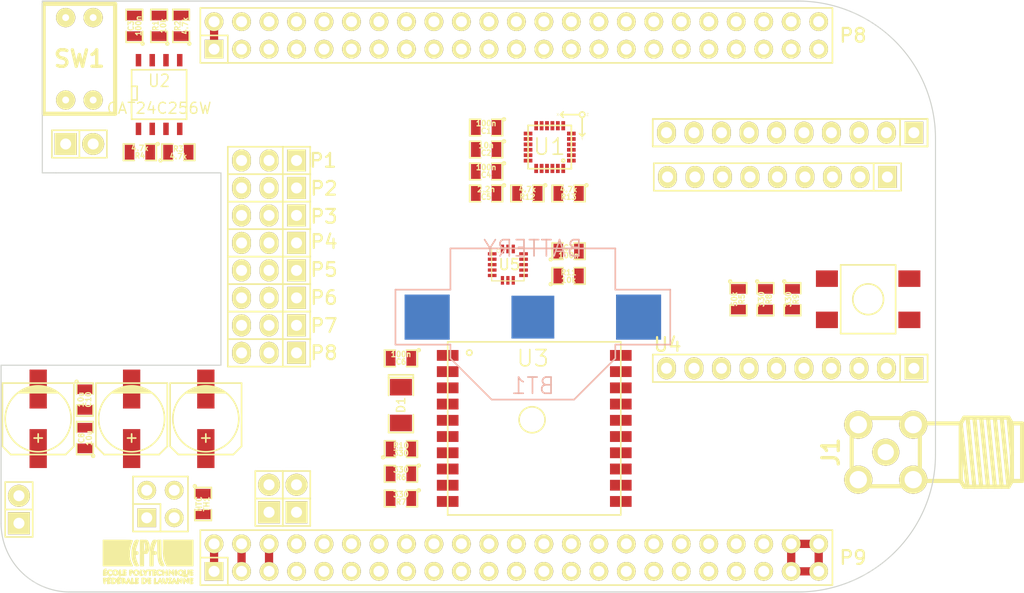
<source format=kicad_pcb>
(kicad_pcb (version 4) (host pcbnew "(2014-09-22 BZR 5144)-product")

  (general
    (links 157)
    (no_connects 150)
    (area 102.184999 67.259999 188.645001 121.970001)
    (thickness 1.6)
    (drawings 27)
    (tracks 11)
    (zones 0)
    (modules 53)
    (nets 139)
  )

  (page A4)
  (title_block
    (title "Robots Arena BBB Cape")
    (date "24 Nov 2014")
    (rev C)
    (company "Swiss Institute of Technology, Lausanne (EPFL)")
    (comment 3 "Under supervision of: Andrea Alessandretti")
    (comment 4 "Designed by: Salah-Eddine Missri")
  )

  (layers
    (0 F.Cu signal)
    (31 B.Cu signal)
    (32 B.Adhes user)
    (33 F.Adhes user)
    (34 B.Paste user)
    (35 F.Paste user)
    (36 B.SilkS user)
    (37 F.SilkS user)
    (38 B.Mask user)
    (39 F.Mask user)
    (40 Dwgs.User user)
    (41 Cmts.User user)
    (42 Eco1.User user)
    (43 Eco2.User user)
    (44 Edge.Cuts user)
    (45 Margin user)
    (46 B.CrtYd user)
    (47 F.CrtYd user)
    (48 B.Fab user)
    (49 F.Fab user)
  )

  (setup
    (last_trace_width 0.254)
    (trace_clearance 0.254)
    (zone_clearance 0.508)
    (zone_45_only no)
    (trace_min 0.2032)
    (segment_width 0.2)
    (edge_width 0.1)
    (via_size 0.889)
    (via_drill 0.635)
    (via_min_size 0.889)
    (via_min_drill 0.508)
    (uvia_size 0.508)
    (uvia_drill 0.127)
    (uvias_allowed no)
    (uvia_min_size 0.508)
    (uvia_min_drill 0.127)
    (pcb_text_width 0.3)
    (pcb_text_size 1.5 1.5)
    (mod_edge_width 0.15)
    (mod_text_size 1 1)
    (mod_text_width 0.15)
    (pad_size 2.6 2.6)
    (pad_drill 1.6)
    (pad_to_mask_clearance 0)
    (aux_axis_origin 102.235 121.92)
    (visible_elements FFFEFF7F)
    (pcbplotparams
      (layerselection 0x010f0_80000001)
      (usegerberextensions true)
      (excludeedgelayer true)
      (linewidth 0.100000)
      (plotframeref false)
      (viasonmask false)
      (mode 1)
      (useauxorigin false)
      (hpglpennumber 1)
      (hpglpenspeed 20)
      (hpglpendiameter 15)
      (hpglpenoverlay 2)
      (psnegative false)
      (psa4output false)
      (plotreference true)
      (plotvalue true)
      (plotinvisibletext false)
      (padsonsilk false)
      (subtractmaskfromsilk false)
      (outputformat 1)
      (mirror false)
      (drillshape 0)
      (scaleselection 1)
      (outputdirectory gerber_protel/))
  )

  (net 0 "")
  (net 1 DGND)
  (net 2 3V3)
  (net 3 +5V)
  (net 4 PWM_1)
  (net 5 PWM_5)
  (net 6 PWM_2)
  (net 7 PWM_6)
  (net 8 PWM_3)
  (net 9 PWM_7)
  (net 10 PWM_4)
  (net 11 "Net-(P8-Pad3)")
  (net 12 "Net-(P8-Pad4)")
  (net 13 "Net-(P8-Pad5)")
  (net 14 "Net-(P8-Pad6)")
  (net 15 "Net-(P8-Pad7)")
  (net 16 "Net-(P8-Pad8)")
  (net 17 "Net-(P8-Pad9)")
  (net 18 "Net-(P8-Pad10)")
  (net 19 "Net-(P8-Pad11)")
  (net 20 "Net-(P8-Pad12)")
  (net 21 PWM_8)
  (net 22 "Net-(P8-Pad14)")
  (net 23 "Net-(P8-Pad15)")
  (net 24 "Net-(P8-Pad17)")
  (net 25 "Net-(P8-Pad20)")
  (net 26 "Net-(P8-Pad21)")
  (net 27 "Net-(P8-Pad22)")
  (net 28 "Net-(P8-Pad23)")
  (net 29 "Net-(P8-Pad24)")
  (net 30 "Net-(P8-Pad25)")
  (net 31 "Net-(P8-Pad26)")
  (net 32 "Net-(P8-Pad27)")
  (net 33 "Net-(P8-Pad28)")
  (net 34 "Net-(P8-Pad29)")
  (net 35 "Net-(P8-Pad30)")
  (net 36 "Net-(P8-Pad33)")
  (net 37 "Net-(P8-Pad34)")
  (net 38 "Net-(P8-Pad35)")
  (net 39 "Net-(P8-Pad36)")
  (net 40 "Net-(P8-Pad39)")
  (net 41 "Net-(P8-Pad40)")
  (net 42 "Net-(P8-Pad41)")
  (net 43 "Net-(P8-Pad42)")
  (net 44 "Net-(P8-Pad43)")
  (net 45 "Net-(P8-Pad44)")
  (net 46 "Net-(P8-Pad45)")
  (net 47 "Net-(P8-Pad46)")
  (net 48 "Net-(P9-Pad9)")
  (net 49 "Net-(P9-Pad10)")
  (net 50 "Net-(P9-Pad11)")
  (net 51 "Net-(P9-Pad12)")
  (net 52 "Net-(P9-Pad13)")
  (net 53 "Net-(P9-Pad15)")
  (net 54 "Net-(P9-Pad17)")
  (net 55 "Net-(P9-Pad18)")
  (net 56 I2C_2_SCL)
  (net 57 I2C_2_SDA)
  (net 58 "Net-(P9-Pad23)")
  (net 59 UART_1_TX)
  (net 60 "Net-(P9-Pad25)")
  (net 61 UART_1_RX)
  (net 62 "Net-(P9-Pad27)")
  (net 63 "Net-(P9-Pad29)")
  (net 64 INT_M)
  (net 65 "Net-(P9-Pad31)")
  (net 66 "Net-(P9-Pad32)")
  (net 67 "Net-(P9-Pad33)")
  (net 68 "Net-(P9-Pad34)")
  (net 69 "Net-(P9-Pad35)")
  (net 70 "Net-(P9-Pad36)")
  (net 71 "Net-(P9-Pad37)")
  (net 72 "Net-(P9-Pad38)")
  (net 73 "Net-(P9-Pad39)")
  (net 74 "Net-(P9-Pad40)")
  (net 75 "Net-(P9-Pad41)")
  (net 76 "Net-(BT1-Pad1)")
  (net 77 "Net-(C4-Pad1)")
  (net 78 "Net-(C5-Pad1)")
  (net 79 "Net-(D1-Pad1)")
  (net 80 "Net-(D1-Pad2)")
  (net 81 "Net-(J1-Pad1)")
  (net 82 "Net-(JP1-Pad1)")
  (net 83 BBB_VDD_5V)
  (net 84 BBB_SYS_5V)
  (net 85 BEE_DTR)
  (net 86 UART_5_CTS)
  (net 87 UART_5_RTS)
  (net 88 UART_5_TX)
  (net 89 UART_5_RX)
  (net 90 "Net-(P9-Pad30)")
  (net 91 "Net-(P11-Pad1)")
  (net 92 "Net-(P11-Pad2)")
  (net 93 "Net-(P11-Pad3)")
  (net 94 "Net-(P11-Pad4)")
  (net 95 "Net-(P11-Pad5)")
  (net 96 "Net-(P11-Pad6)")
  (net 97 "Net-(P11-Pad7)")
  (net 98 SENSE)
  (net 99 BAT-)
  (net 100 TS)
  (net 101 "Net-(R2-Pad1)")
  (net 102 "Net-(R3-Pad1)")
  (net 103 "Net-(R4-Pad1)")
  (net 104 "Net-(R5-Pad2)")
  (net 105 "Net-(R6-Pad1)")
  (net 106 "Net-(R7-Pad1)")
  (net 107 "Net-(R8-Pad1)")
  (net 108 "Net-(R9-Pad1)")
  (net 109 "Net-(R11-Pad1)")
  (net 110 "Net-(U1-Pad2)")
  (net 111 "Net-(U1-Pad4)")
  (net 112 "Net-(U1-Pad5)")
  (net 113 "Net-(U1-Pad6)")
  (net 114 "Net-(U1-Pad7)")
  (net 115 "Net-(U1-Pad22)")
  (net 116 "Net-(U1-Pad21)")
  (net 117 "Net-(U1-Pad19)")
  (net 118 "Net-(U1-Pad16)")
  (net 119 "Net-(U1-Pad14)")
  (net 120 "Net-(U3-Pad2)")
  (net 121 "Net-(U3-Pad6)")
  (net 122 "Net-(U3-Pad7)")
  (net 123 "Net-(U3-Pad20)")
  (net 124 "Net-(U3-Pad18)")
  (net 125 "Net-(U3-Pad17)")
  (net 126 "Net-(U3-Pad16)")
  (net 127 "Net-(U3-Pad15)")
  (net 128 "Net-(U3-Pad14)")
  (net 129 "Net-(U3-Pad13)")
  (net 130 "Net-(U4-Pad13)")
  (net 131 "Net-(U4-Pad14)")
  (net 132 "Net-(U4-Pad6)")
  (net 133 "Net-(U4-Pad7)")
  (net 134 "Net-(U4-Pad8)")
  (net 135 "Net-(U5-Pad2)")
  (net 136 "Net-(U5-Pad3)")
  (net 137 "Net-(U5-Pad9)")
  (net 138 "Net-(U5-Pad11)")

  (net_class Default "This is the default net class."
    (clearance 0.254)
    (trace_width 0.254)
    (via_dia 0.889)
    (via_drill 0.635)
    (uvia_dia 0.508)
    (uvia_drill 0.127)
    (add_net +5V)
    (add_net 3V3)
    (add_net BAT-)
    (add_net BBB_SYS_5V)
    (add_net BBB_VDD_5V)
    (add_net BEE_DTR)
    (add_net DGND)
    (add_net I2C_2_SCL)
    (add_net I2C_2_SDA)
    (add_net INT_M)
    (add_net "Net-(BT1-Pad1)")
    (add_net "Net-(C4-Pad1)")
    (add_net "Net-(C5-Pad1)")
    (add_net "Net-(D1-Pad1)")
    (add_net "Net-(D1-Pad2)")
    (add_net "Net-(J1-Pad1)")
    (add_net "Net-(JP1-Pad1)")
    (add_net "Net-(P11-Pad1)")
    (add_net "Net-(P11-Pad2)")
    (add_net "Net-(P11-Pad3)")
    (add_net "Net-(P11-Pad4)")
    (add_net "Net-(P11-Pad5)")
    (add_net "Net-(P11-Pad6)")
    (add_net "Net-(P11-Pad7)")
    (add_net "Net-(P8-Pad10)")
    (add_net "Net-(P8-Pad11)")
    (add_net "Net-(P8-Pad12)")
    (add_net "Net-(P8-Pad14)")
    (add_net "Net-(P8-Pad15)")
    (add_net "Net-(P8-Pad17)")
    (add_net "Net-(P8-Pad20)")
    (add_net "Net-(P8-Pad21)")
    (add_net "Net-(P8-Pad22)")
    (add_net "Net-(P8-Pad23)")
    (add_net "Net-(P8-Pad24)")
    (add_net "Net-(P8-Pad25)")
    (add_net "Net-(P8-Pad26)")
    (add_net "Net-(P8-Pad27)")
    (add_net "Net-(P8-Pad28)")
    (add_net "Net-(P8-Pad29)")
    (add_net "Net-(P8-Pad3)")
    (add_net "Net-(P8-Pad30)")
    (add_net "Net-(P8-Pad33)")
    (add_net "Net-(P8-Pad34)")
    (add_net "Net-(P8-Pad35)")
    (add_net "Net-(P8-Pad36)")
    (add_net "Net-(P8-Pad39)")
    (add_net "Net-(P8-Pad4)")
    (add_net "Net-(P8-Pad40)")
    (add_net "Net-(P8-Pad41)")
    (add_net "Net-(P8-Pad42)")
    (add_net "Net-(P8-Pad43)")
    (add_net "Net-(P8-Pad44)")
    (add_net "Net-(P8-Pad45)")
    (add_net "Net-(P8-Pad46)")
    (add_net "Net-(P8-Pad5)")
    (add_net "Net-(P8-Pad6)")
    (add_net "Net-(P8-Pad7)")
    (add_net "Net-(P8-Pad8)")
    (add_net "Net-(P8-Pad9)")
    (add_net "Net-(P9-Pad10)")
    (add_net "Net-(P9-Pad11)")
    (add_net "Net-(P9-Pad12)")
    (add_net "Net-(P9-Pad13)")
    (add_net "Net-(P9-Pad15)")
    (add_net "Net-(P9-Pad17)")
    (add_net "Net-(P9-Pad18)")
    (add_net "Net-(P9-Pad23)")
    (add_net "Net-(P9-Pad25)")
    (add_net "Net-(P9-Pad27)")
    (add_net "Net-(P9-Pad29)")
    (add_net "Net-(P9-Pad30)")
    (add_net "Net-(P9-Pad31)")
    (add_net "Net-(P9-Pad32)")
    (add_net "Net-(P9-Pad33)")
    (add_net "Net-(P9-Pad34)")
    (add_net "Net-(P9-Pad35)")
    (add_net "Net-(P9-Pad36)")
    (add_net "Net-(P9-Pad37)")
    (add_net "Net-(P9-Pad38)")
    (add_net "Net-(P9-Pad39)")
    (add_net "Net-(P9-Pad40)")
    (add_net "Net-(P9-Pad41)")
    (add_net "Net-(P9-Pad9)")
    (add_net "Net-(R11-Pad1)")
    (add_net "Net-(R2-Pad1)")
    (add_net "Net-(R3-Pad1)")
    (add_net "Net-(R4-Pad1)")
    (add_net "Net-(R5-Pad2)")
    (add_net "Net-(R6-Pad1)")
    (add_net "Net-(R7-Pad1)")
    (add_net "Net-(R8-Pad1)")
    (add_net "Net-(R9-Pad1)")
    (add_net "Net-(U1-Pad14)")
    (add_net "Net-(U1-Pad16)")
    (add_net "Net-(U1-Pad19)")
    (add_net "Net-(U1-Pad2)")
    (add_net "Net-(U1-Pad21)")
    (add_net "Net-(U1-Pad22)")
    (add_net "Net-(U1-Pad4)")
    (add_net "Net-(U1-Pad5)")
    (add_net "Net-(U1-Pad6)")
    (add_net "Net-(U1-Pad7)")
    (add_net "Net-(U3-Pad13)")
    (add_net "Net-(U3-Pad14)")
    (add_net "Net-(U3-Pad15)")
    (add_net "Net-(U3-Pad16)")
    (add_net "Net-(U3-Pad17)")
    (add_net "Net-(U3-Pad18)")
    (add_net "Net-(U3-Pad2)")
    (add_net "Net-(U3-Pad20)")
    (add_net "Net-(U3-Pad6)")
    (add_net "Net-(U3-Pad7)")
    (add_net "Net-(U4-Pad13)")
    (add_net "Net-(U4-Pad14)")
    (add_net "Net-(U4-Pad6)")
    (add_net "Net-(U4-Pad7)")
    (add_net "Net-(U4-Pad8)")
    (add_net "Net-(U5-Pad11)")
    (add_net "Net-(U5-Pad2)")
    (add_net "Net-(U5-Pad3)")
    (add_net "Net-(U5-Pad9)")
    (add_net PWM_1)
    (add_net PWM_2)
    (add_net PWM_3)
    (add_net PWM_4)
    (add_net PWM_5)
    (add_net PWM_6)
    (add_net PWM_7)
    (add_net PWM_8)
    (add_net SENSE)
    (add_net TS)
    (add_net UART_1_RX)
    (add_net UART_1_TX)
    (add_net UART_5_CTS)
    (add_net UART_5_RTS)
    (add_net UART_5_RX)
    (add_net UART_5_TX)
  )

  (module Pin_Headers:Pin_Header_Straight_2x23 (layer F.Cu) (tedit 542B23E8) (tstamp 542B3334)
    (at 149.86 70.485)
    (descr "Through hole pin header")
    (tags "pin header")
    (path /5429D73C/5429D920)
    (fp_text reference P8 (at 31.115 0) (layer F.SilkS)
      (effects (font (size 1.27 1.27) (thickness 0.2032)))
    )
    (fp_text value CONN_23X2 (at 0 0) (layer F.SilkS) hide
      (effects (font (size 1.27 1.27) (thickness 0.2032)))
    )
    (fp_line (start 29.21 -2.54) (end -29.21 -2.54) (layer F.SilkS) (width 0.15))
    (fp_line (start 29.21 2.54) (end -26.67 2.54) (layer F.SilkS) (width 0.15))
    (fp_line (start 29.21 -2.54) (end 29.21 2.54) (layer F.SilkS) (width 0.15))
    (fp_line (start -29.21 -2.54) (end -29.21 0) (layer F.SilkS) (width 0.15))
    (fp_line (start -29.21 2.54) (end -26.67 2.54) (layer F.SilkS) (width 0.15))
    (fp_line (start -29.21 0) (end -26.67 0) (layer F.SilkS) (width 0.15))
    (fp_line (start -26.67 0) (end -26.67 2.54) (layer F.SilkS) (width 0.15))
    (fp_line (start -29.21 2.54) (end -29.21 0) (layer F.SilkS) (width 0.15))
    (pad 1 thru_hole rect (at -27.94 1.27) (size 1.7272 1.7272) (drill 1.016) (layers *.Cu *.Mask F.SilkS)
      (net 1 DGND))
    (pad 2 thru_hole oval (at -27.94 -1.27) (size 1.7272 1.7272) (drill 1.016) (layers *.Cu *.Mask F.SilkS)
      (net 1 DGND))
    (pad 3 thru_hole oval (at -25.4 1.27) (size 1.7272 1.7272) (drill 1.016) (layers *.Cu *.Mask F.SilkS)
      (net 11 "Net-(P8-Pad3)"))
    (pad 4 thru_hole oval (at -25.4 -1.27) (size 1.7272 1.7272) (drill 1.016) (layers *.Cu *.Mask F.SilkS)
      (net 12 "Net-(P8-Pad4)"))
    (pad 5 thru_hole oval (at -22.86 1.27) (size 1.7272 1.7272) (drill 1.016) (layers *.Cu *.Mask F.SilkS)
      (net 13 "Net-(P8-Pad5)"))
    (pad 6 thru_hole oval (at -22.86 -1.27) (size 1.7272 1.7272) (drill 1.016) (layers *.Cu *.Mask F.SilkS)
      (net 14 "Net-(P8-Pad6)"))
    (pad 7 thru_hole oval (at -20.32 1.27) (size 1.7272 1.7272) (drill 1.016) (layers *.Cu *.Mask F.SilkS)
      (net 15 "Net-(P8-Pad7)"))
    (pad 8 thru_hole oval (at -20.32 -1.27) (size 1.7272 1.7272) (drill 1.016) (layers *.Cu *.Mask F.SilkS)
      (net 16 "Net-(P8-Pad8)"))
    (pad 9 thru_hole oval (at -17.78 1.27) (size 1.7272 1.7272) (drill 1.016) (layers *.Cu *.Mask F.SilkS)
      (net 17 "Net-(P8-Pad9)"))
    (pad 10 thru_hole oval (at -17.78 -1.27) (size 1.7272 1.7272) (drill 1.016) (layers *.Cu *.Mask F.SilkS)
      (net 18 "Net-(P8-Pad10)"))
    (pad 11 thru_hole oval (at -15.24 1.27) (size 1.7272 1.7272) (drill 1.016) (layers *.Cu *.Mask F.SilkS)
      (net 19 "Net-(P8-Pad11)"))
    (pad 12 thru_hole oval (at -15.24 -1.27) (size 1.7272 1.7272) (drill 1.016) (layers *.Cu *.Mask F.SilkS)
      (net 20 "Net-(P8-Pad12)"))
    (pad 13 thru_hole oval (at -12.7 1.27) (size 1.7272 1.7272) (drill 1.016) (layers *.Cu *.Mask F.SilkS)
      (net 6 PWM_2))
    (pad 14 thru_hole oval (at -12.7 -1.27) (size 1.7272 1.7272) (drill 1.016) (layers *.Cu *.Mask F.SilkS)
      (net 22 "Net-(P8-Pad14)"))
    (pad 15 thru_hole oval (at -10.16 1.27) (size 1.7272 1.7272) (drill 1.016) (layers *.Cu *.Mask F.SilkS)
      (net 23 "Net-(P8-Pad15)"))
    (pad 16 thru_hole oval (at -10.16 -1.27) (size 1.7272 1.7272) (drill 1.016) (layers *.Cu *.Mask F.SilkS)
      (net 64 INT_M))
    (pad 17 thru_hole oval (at -7.62 1.27) (size 1.7272 1.7272) (drill 1.016) (layers *.Cu *.Mask F.SilkS)
      (net 24 "Net-(P8-Pad17)"))
    (pad 18 thru_hole oval (at -7.62 -1.27) (size 1.7272 1.7272) (drill 1.016) (layers *.Cu *.Mask F.SilkS)
      (net 85 BEE_DTR))
    (pad 19 thru_hole oval (at -5.08 1.27) (size 1.7272 1.7272) (drill 1.016) (layers *.Cu *.Mask F.SilkS)
      (net 4 PWM_1))
    (pad 20 thru_hole oval (at -5.08 -1.27) (size 1.7272 1.7272) (drill 1.016) (layers *.Cu *.Mask F.SilkS)
      (net 25 "Net-(P8-Pad20)"))
    (pad 21 thru_hole oval (at -2.54 1.27) (size 1.7272 1.7272) (drill 1.016) (layers *.Cu *.Mask F.SilkS)
      (net 26 "Net-(P8-Pad21)"))
    (pad 22 thru_hole oval (at -2.54 -1.27) (size 1.7272 1.7272) (drill 1.016) (layers *.Cu *.Mask F.SilkS)
      (net 27 "Net-(P8-Pad22)"))
    (pad 23 thru_hole oval (at 0 1.27) (size 1.7272 1.7272) (drill 1.016) (layers *.Cu *.Mask F.SilkS)
      (net 28 "Net-(P8-Pad23)"))
    (pad 24 thru_hole oval (at 0 -1.27) (size 1.7272 1.7272) (drill 1.016) (layers *.Cu *.Mask F.SilkS)
      (net 29 "Net-(P8-Pad24)"))
    (pad 25 thru_hole oval (at 2.54 1.27) (size 1.7272 1.7272) (drill 1.016) (layers *.Cu *.Mask F.SilkS)
      (net 30 "Net-(P8-Pad25)"))
    (pad 26 thru_hole oval (at 2.54 -1.27) (size 1.7272 1.7272) (drill 1.016) (layers *.Cu *.Mask F.SilkS)
      (net 31 "Net-(P8-Pad26)"))
    (pad 27 thru_hole oval (at 5.08 1.27) (size 1.7272 1.7272) (drill 1.016) (layers *.Cu *.Mask F.SilkS)
      (net 32 "Net-(P8-Pad27)"))
    (pad 28 thru_hole oval (at 5.08 -1.27) (size 1.7272 1.7272) (drill 1.016) (layers *.Cu *.Mask F.SilkS)
      (net 33 "Net-(P8-Pad28)"))
    (pad 29 thru_hole oval (at 7.62 1.27) (size 1.7272 1.7272) (drill 1.016) (layers *.Cu *.Mask F.SilkS)
      (net 34 "Net-(P8-Pad29)"))
    (pad 30 thru_hole oval (at 7.62 -1.27) (size 1.7272 1.7272) (drill 1.016) (layers *.Cu *.Mask F.SilkS)
      (net 35 "Net-(P8-Pad30)"))
    (pad 31 thru_hole oval (at 10.16 1.27) (size 1.7272 1.7272) (drill 1.016) (layers *.Cu *.Mask F.SilkS)
      (net 86 UART_5_CTS))
    (pad 32 thru_hole oval (at 10.16 -1.27) (size 1.7272 1.7272) (drill 1.016) (layers *.Cu *.Mask F.SilkS)
      (net 87 UART_5_RTS))
    (pad 33 thru_hole oval (at 12.7 1.27) (size 1.7272 1.7272) (drill 1.016) (layers *.Cu *.Mask F.SilkS)
      (net 36 "Net-(P8-Pad33)"))
    (pad 34 thru_hole oval (at 12.7 -1.27) (size 1.7272 1.7272) (drill 1.016) (layers *.Cu *.Mask F.SilkS)
      (net 37 "Net-(P8-Pad34)"))
    (pad 35 thru_hole oval (at 15.24 1.27) (size 1.7272 1.7272) (drill 1.016) (layers *.Cu *.Mask F.SilkS)
      (net 38 "Net-(P8-Pad35)"))
    (pad 36 thru_hole oval (at 15.24 -1.27) (size 1.7272 1.7272) (drill 1.016) (layers *.Cu *.Mask F.SilkS)
      (net 39 "Net-(P8-Pad36)"))
    (pad 37 thru_hole oval (at 17.78 1.27) (size 1.7272 1.7272) (drill 1.016) (layers *.Cu *.Mask F.SilkS)
      (net 88 UART_5_TX))
    (pad 38 thru_hole oval (at 17.78 -1.27) (size 1.7272 1.7272) (drill 1.016) (layers *.Cu *.Mask F.SilkS)
      (net 89 UART_5_RX))
    (pad 39 thru_hole oval (at 20.32 1.27) (size 1.7272 1.7272) (drill 1.016) (layers *.Cu *.Mask F.SilkS)
      (net 40 "Net-(P8-Pad39)"))
    (pad 40 thru_hole oval (at 20.32 -1.27) (size 1.7272 1.7272) (drill 1.016) (layers *.Cu *.Mask F.SilkS)
      (net 41 "Net-(P8-Pad40)"))
    (pad 41 thru_hole oval (at 22.86 1.27) (size 1.7272 1.7272) (drill 1.016) (layers *.Cu *.Mask F.SilkS)
      (net 42 "Net-(P8-Pad41)"))
    (pad 42 thru_hole oval (at 22.86 -1.27) (size 1.7272 1.7272) (drill 1.016) (layers *.Cu *.Mask F.SilkS)
      (net 43 "Net-(P8-Pad42)"))
    (pad 43 thru_hole oval (at 25.4 1.27) (size 1.7272 1.7272) (drill 1.016) (layers *.Cu *.Mask F.SilkS)
      (net 44 "Net-(P8-Pad43)"))
    (pad 44 thru_hole oval (at 25.4 -1.27) (size 1.7272 1.7272) (drill 1.016) (layers *.Cu *.Mask F.SilkS)
      (net 45 "Net-(P8-Pad44)"))
    (pad 45 thru_hole oval (at 27.94 1.27) (size 1.7272 1.7272) (drill 1.016) (layers *.Cu *.Mask F.SilkS)
      (net 46 "Net-(P8-Pad45)"))
    (pad 46 thru_hole oval (at 27.94 -1.27) (size 1.7272 1.7272) (drill 1.016) (layers *.Cu *.Mask F.SilkS)
      (net 47 "Net-(P8-Pad46)"))
    (model Pin_Headers/Pin_Header_Straight_2x23.wrl
      (at (xyz 0 0 0))
      (scale (xyz 1 1 1))
      (rotate (xyz 0 0 0))
    )
  )

  (module Pin_Headers:Pin_Header_Straight_2x23 (layer F.Cu) (tedit 542B23E4) (tstamp 542B336F)
    (at 149.86 118.745)
    (descr "Through hole pin header")
    (tags "pin header")
    (path /5429D73C/5429D8D0)
    (fp_text reference P9 (at 31.115 0) (layer F.SilkS)
      (effects (font (size 1.27 1.27) (thickness 0.2032)))
    )
    (fp_text value CONN_23X2 (at 0 0) (layer F.SilkS) hide
      (effects (font (size 1.27 1.27) (thickness 0.2032)))
    )
    (fp_line (start 29.21 -2.54) (end -29.21 -2.54) (layer F.SilkS) (width 0.15))
    (fp_line (start 29.21 2.54) (end -26.67 2.54) (layer F.SilkS) (width 0.15))
    (fp_line (start 29.21 -2.54) (end 29.21 2.54) (layer F.SilkS) (width 0.15))
    (fp_line (start -29.21 -2.54) (end -29.21 0) (layer F.SilkS) (width 0.15))
    (fp_line (start -29.21 2.54) (end -26.67 2.54) (layer F.SilkS) (width 0.15))
    (fp_line (start -29.21 0) (end -26.67 0) (layer F.SilkS) (width 0.15))
    (fp_line (start -26.67 0) (end -26.67 2.54) (layer F.SilkS) (width 0.15))
    (fp_line (start -29.21 2.54) (end -29.21 0) (layer F.SilkS) (width 0.15))
    (pad 1 thru_hole rect (at -27.94 1.27) (size 1.7272 1.7272) (drill 1.016) (layers *.Cu *.Mask F.SilkS)
      (net 1 DGND))
    (pad 2 thru_hole oval (at -27.94 -1.27) (size 1.7272 1.7272) (drill 1.016) (layers *.Cu *.Mask F.SilkS)
      (net 1 DGND))
    (pad 3 thru_hole oval (at -25.4 1.27) (size 1.7272 1.7272) (drill 1.016) (layers *.Cu *.Mask F.SilkS)
      (net 2 3V3))
    (pad 4 thru_hole oval (at -25.4 -1.27) (size 1.7272 1.7272) (drill 1.016) (layers *.Cu *.Mask F.SilkS)
      (net 2 3V3))
    (pad 5 thru_hole oval (at -22.86 1.27) (size 1.7272 1.7272) (drill 1.016) (layers *.Cu *.Mask F.SilkS)
      (net 83 BBB_VDD_5V))
    (pad 6 thru_hole oval (at -22.86 -1.27) (size 1.7272 1.7272) (drill 1.016) (layers *.Cu *.Mask F.SilkS)
      (net 83 BBB_VDD_5V))
    (pad 7 thru_hole oval (at -20.32 1.27) (size 1.7272 1.7272) (drill 1.016) (layers *.Cu *.Mask F.SilkS)
      (net 84 BBB_SYS_5V))
    (pad 8 thru_hole oval (at -20.32 -1.27) (size 1.7272 1.7272) (drill 1.016) (layers *.Cu *.Mask F.SilkS)
      (net 84 BBB_SYS_5V))
    (pad 9 thru_hole oval (at -17.78 1.27) (size 1.7272 1.7272) (drill 1.016) (layers *.Cu *.Mask F.SilkS)
      (net 48 "Net-(P9-Pad9)"))
    (pad 10 thru_hole oval (at -17.78 -1.27) (size 1.7272 1.7272) (drill 1.016) (layers *.Cu *.Mask F.SilkS)
      (net 49 "Net-(P9-Pad10)"))
    (pad 11 thru_hole oval (at -15.24 1.27) (size 1.7272 1.7272) (drill 1.016) (layers *.Cu *.Mask F.SilkS)
      (net 50 "Net-(P9-Pad11)"))
    (pad 12 thru_hole oval (at -15.24 -1.27) (size 1.7272 1.7272) (drill 1.016) (layers *.Cu *.Mask F.SilkS)
      (net 51 "Net-(P9-Pad12)"))
    (pad 13 thru_hole oval (at -12.7 1.27) (size 1.7272 1.7272) (drill 1.016) (layers *.Cu *.Mask F.SilkS)
      (net 52 "Net-(P9-Pad13)"))
    (pad 14 thru_hole oval (at -12.7 -1.27) (size 1.7272 1.7272) (drill 1.016) (layers *.Cu *.Mask F.SilkS)
      (net 8 PWM_3))
    (pad 15 thru_hole oval (at -10.16 1.27) (size 1.7272 1.7272) (drill 1.016) (layers *.Cu *.Mask F.SilkS)
      (net 53 "Net-(P9-Pad15)"))
    (pad 16 thru_hole oval (at -10.16 -1.27) (size 1.7272 1.7272) (drill 1.016) (layers *.Cu *.Mask F.SilkS)
      (net 10 PWM_4))
    (pad 17 thru_hole oval (at -7.62 1.27) (size 1.7272 1.7272) (drill 1.016) (layers *.Cu *.Mask F.SilkS)
      (net 54 "Net-(P9-Pad17)"))
    (pad 18 thru_hole oval (at -7.62 -1.27) (size 1.7272 1.7272) (drill 1.016) (layers *.Cu *.Mask F.SilkS)
      (net 55 "Net-(P9-Pad18)"))
    (pad 19 thru_hole oval (at -5.08 1.27) (size 1.7272 1.7272) (drill 1.016) (layers *.Cu *.Mask F.SilkS)
      (net 56 I2C_2_SCL))
    (pad 20 thru_hole oval (at -5.08 -1.27) (size 1.7272 1.7272) (drill 1.016) (layers *.Cu *.Mask F.SilkS)
      (net 57 I2C_2_SDA))
    (pad 21 thru_hole oval (at -2.54 1.27) (size 1.7272 1.7272) (drill 1.016) (layers *.Cu *.Mask F.SilkS)
      (net 5 PWM_5))
    (pad 22 thru_hole oval (at -2.54 -1.27) (size 1.7272 1.7272) (drill 1.016) (layers *.Cu *.Mask F.SilkS)
      (net 7 PWM_6))
    (pad 23 thru_hole oval (at 0 1.27) (size 1.7272 1.7272) (drill 1.016) (layers *.Cu *.Mask F.SilkS)
      (net 58 "Net-(P9-Pad23)"))
    (pad 24 thru_hole oval (at 0 -1.27) (size 1.7272 1.7272) (drill 1.016) (layers *.Cu *.Mask F.SilkS)
      (net 59 UART_1_TX))
    (pad 25 thru_hole oval (at 2.54 1.27) (size 1.7272 1.7272) (drill 1.016) (layers *.Cu *.Mask F.SilkS)
      (net 60 "Net-(P9-Pad25)"))
    (pad 26 thru_hole oval (at 2.54 -1.27) (size 1.7272 1.7272) (drill 1.016) (layers *.Cu *.Mask F.SilkS)
      (net 61 UART_1_RX))
    (pad 27 thru_hole oval (at 5.08 1.27) (size 1.7272 1.7272) (drill 1.016) (layers *.Cu *.Mask F.SilkS)
      (net 62 "Net-(P9-Pad27)"))
    (pad 28 thru_hole oval (at 5.08 -1.27) (size 1.7272 1.7272) (drill 1.016) (layers *.Cu *.Mask F.SilkS)
      (net 9 PWM_7))
    (pad 29 thru_hole oval (at 7.62 1.27) (size 1.7272 1.7272) (drill 1.016) (layers *.Cu *.Mask F.SilkS)
      (net 63 "Net-(P9-Pad29)"))
    (pad 30 thru_hole oval (at 7.62 -1.27) (size 1.7272 1.7272) (drill 1.016) (layers *.Cu *.Mask F.SilkS)
      (net 90 "Net-(P9-Pad30)"))
    (pad 31 thru_hole oval (at 10.16 1.27) (size 1.7272 1.7272) (drill 1.016) (layers *.Cu *.Mask F.SilkS)
      (net 65 "Net-(P9-Pad31)"))
    (pad 32 thru_hole oval (at 10.16 -1.27) (size 1.7272 1.7272) (drill 1.016) (layers *.Cu *.Mask F.SilkS)
      (net 66 "Net-(P9-Pad32)"))
    (pad 33 thru_hole oval (at 12.7 1.27) (size 1.7272 1.7272) (drill 1.016) (layers *.Cu *.Mask F.SilkS)
      (net 67 "Net-(P9-Pad33)"))
    (pad 34 thru_hole oval (at 12.7 -1.27) (size 1.7272 1.7272) (drill 1.016) (layers *.Cu *.Mask F.SilkS)
      (net 68 "Net-(P9-Pad34)"))
    (pad 35 thru_hole oval (at 15.24 1.27) (size 1.7272 1.7272) (drill 1.016) (layers *.Cu *.Mask F.SilkS)
      (net 69 "Net-(P9-Pad35)"))
    (pad 36 thru_hole oval (at 15.24 -1.27) (size 1.7272 1.7272) (drill 1.016) (layers *.Cu *.Mask F.SilkS)
      (net 70 "Net-(P9-Pad36)"))
    (pad 37 thru_hole oval (at 17.78 1.27) (size 1.7272 1.7272) (drill 1.016) (layers *.Cu *.Mask F.SilkS)
      (net 71 "Net-(P9-Pad37)"))
    (pad 38 thru_hole oval (at 17.78 -1.27) (size 1.7272 1.7272) (drill 1.016) (layers *.Cu *.Mask F.SilkS)
      (net 72 "Net-(P9-Pad38)"))
    (pad 39 thru_hole oval (at 20.32 1.27) (size 1.7272 1.7272) (drill 1.016) (layers *.Cu *.Mask F.SilkS)
      (net 73 "Net-(P9-Pad39)"))
    (pad 40 thru_hole oval (at 20.32 -1.27) (size 1.7272 1.7272) (drill 1.016) (layers *.Cu *.Mask F.SilkS)
      (net 74 "Net-(P9-Pad40)"))
    (pad 41 thru_hole oval (at 22.86 1.27) (size 1.7272 1.7272) (drill 1.016) (layers *.Cu *.Mask F.SilkS)
      (net 75 "Net-(P9-Pad41)"))
    (pad 42 thru_hole oval (at 22.86 -1.27) (size 1.7272 1.7272) (drill 1.016) (layers *.Cu *.Mask F.SilkS)
      (net 21 PWM_8))
    (pad 43 thru_hole oval (at 25.4 1.27) (size 1.7272 1.7272) (drill 1.016) (layers *.Cu *.Mask F.SilkS)
      (net 1 DGND))
    (pad 44 thru_hole oval (at 25.4 -1.27) (size 1.7272 1.7272) (drill 1.016) (layers *.Cu *.Mask F.SilkS)
      (net 1 DGND))
    (pad 45 thru_hole oval (at 27.94 1.27) (size 1.7272 1.7272) (drill 1.016) (layers *.Cu *.Mask F.SilkS)
      (net 1 DGND))
    (pad 46 thru_hole oval (at 27.94 -1.27) (size 1.7272 1.7272) (drill 1.016) (layers *.Cu *.Mask F.SilkS)
      (net 1 DGND))
    (model Pin_Headers/Pin_Header_Straight_2x23.wrl
      (at (xyz 0 0 0))
      (scale (xyz 1 1 1))
      (rotate (xyz 0 0 0))
    )
  )

  (module RobotsArena:EPFL (layer F.Cu) (tedit 542B4E81) (tstamp 542B5006)
    (at 115.824 119.126)
    (fp_text reference G*** (at 0 0) (layer F.SilkS) hide
      (effects (font (thickness 0.3)))
    )
    (fp_text value LOGO (at 0.75 0) (layer F.SilkS) hide
      (effects (font (thickness 0.3)))
    )
    (fp_poly (pts (xy -3.852334 1.75287) (xy -3.883257 1.794253) (xy -3.94172 1.789031) (xy -4.00096 1.78177)
      (xy -4.015847 1.818075) (xy -4.001856 1.898828) (xy -3.990272 1.993707) (xy -4.016213 2.029729)
      (xy -4.03571 2.032) (xy -4.074401 2.008503) (xy -4.098781 1.928652) (xy -4.11313 1.778405)
      (xy -4.113157 1.777922) (xy -4.1275 1.523845) (xy -3.989917 1.523922) (xy -3.896256 1.534302)
      (xy -3.852723 1.559478) (xy -3.852334 1.56237) (xy -3.886047 1.584145) (xy -3.937001 1.578599)
      (xy -4.006369 1.581421) (xy -4.021667 1.624895) (xy -3.986375 1.681897) (xy -3.937 1.693333)
      (xy -3.868347 1.718132) (xy -3.852334 1.75287) (xy -3.852334 1.75287)) (layer F.SilkS) (width 0.1))
    (fp_poly (pts (xy -3.471334 1.569186) (xy -3.504292 1.59511) (xy -3.556 1.5875) (xy -3.624662 1.584539)
      (xy -3.640667 1.62698) (xy -3.608025 1.684916) (xy -3.577167 1.693333) (xy -3.521027 1.726539)
      (xy -3.513667 1.755504) (xy -3.541716 1.798212) (xy -3.577167 1.793308) (xy -3.627745 1.799406)
      (xy -3.640667 1.863074) (xy -3.624571 1.931775) (xy -3.562481 1.936639) (xy -3.553583 1.934435)
      (xy -3.488476 1.933174) (xy -3.48276 1.961247) (xy -3.532263 2.000664) (xy -3.622761 2.023309)
      (xy -3.7465 2.035785) (xy -3.7465 1.779892) (xy -3.7465 1.524) (xy -3.608917 1.524)
      (xy -3.515284 1.536152) (xy -3.47173 1.565753) (xy -3.471334 1.569186) (xy -3.471334 1.569186)) (layer F.SilkS) (width 0.1))
    (fp_poly (pts (xy -2.878667 1.751507) (xy -2.915931 1.854737) (xy -2.989943 1.929916) (xy -2.989943 1.756404)
      (xy -3.033433 1.652464) (xy -3.115561 1.580558) (xy -3.175976 1.566333) (xy -3.228333 1.579112)
      (xy -3.253083 1.631743) (xy -3.259646 1.745667) (xy -3.259667 1.756833) (xy -3.255219 1.87444)
      (xy -3.233606 1.930162) (xy -3.182423 1.946644) (xy -3.155323 1.947333) (xy -3.049196 1.911436)
      (xy -3.004148 1.859827) (xy -2.989943 1.756404) (xy -2.989943 1.929916) (xy -3.009721 1.950006)
      (xy -3.133037 2.015508) (xy -3.225993 2.032) (xy -3.3655 2.032) (xy -3.3655 1.778)
      (xy -3.3655 1.524) (xy -3.192145 1.524) (xy -3.033479 1.551549) (xy -2.924076 1.626886)
      (xy -2.879048 1.739043) (xy -2.878667 1.751507) (xy -2.878667 1.751507)) (layer F.SilkS) (width 0.1))
    (fp_poly (pts (xy -2.54 1.569186) (xy -2.572958 1.59511) (xy -2.624667 1.5875) (xy -2.693329 1.584539)
      (xy -2.709334 1.62698) (xy -2.676692 1.684916) (xy -2.645834 1.693333) (xy -2.589694 1.726539)
      (xy -2.582334 1.755504) (xy -2.610383 1.798212) (xy -2.645834 1.793308) (xy -2.696412 1.799406)
      (xy -2.709334 1.863074) (xy -2.693237 1.931775) (xy -2.631147 1.936639) (xy -2.62225 1.934435)
      (xy -2.557142 1.933174) (xy -2.551427 1.961247) (xy -2.60093 2.00067) (xy -2.691427 2.023328)
      (xy -2.815167 2.035823) (xy -2.815167 1.78003) (xy -2.815167 1.524236) (xy -2.677584 1.524118)
      (xy -2.583953 1.536189) (xy -2.540397 1.565752) (xy -2.54 1.569186) (xy -2.54 1.569186)) (layer F.SilkS) (width 0.1))
    (fp_poly (pts (xy -1.587067 2.006092) (xy -1.601734 2.030007) (xy -1.629906 2.032) (xy -1.692182 1.996583)
      (xy -1.735667 1.926166) (xy -1.787228 1.847341) (xy -1.829378 1.825952) (xy -1.829378 1.713649)
      (xy -1.834445 1.707444) (xy -1.859612 1.713255) (xy -1.862667 1.735666) (xy -1.847178 1.770511)
      (xy -1.834445 1.763888) (xy -1.829378 1.713649) (xy -1.829378 1.825952) (xy -1.840453 1.820333)
      (xy -1.892612 1.857027) (xy -1.905 1.926166) (xy -1.924523 2.00882) (xy -1.991591 2.032)
      (xy -2.079422 2.003303) (xy -2.176491 1.933485) (xy -2.184016 1.926166) (xy -2.208813 1.903339)
      (xy -2.208813 1.665091) (xy -2.244165 1.594526) (xy -2.293079 1.578759) (xy -2.325997 1.622148)
      (xy -2.328334 1.647472) (xy -2.301441 1.720246) (xy -2.26173 1.735666) (xy -2.210867 1.703927)
      (xy -2.208813 1.665091) (xy -2.208813 1.903339) (xy -2.260524 1.855739) (xy -2.310103 1.82108)
      (xy -2.313681 1.820333) (xy -2.322568 1.855271) (xy -2.31095 1.926166) (xy -2.303569 2.005742)
      (xy -2.344926 2.031463) (xy -2.359277 2.032019) (xy -2.401418 2.019558) (xy -2.42425 1.969795)
      (xy -2.433198 1.864201) (xy -2.434167 1.776214) (xy -2.434167 1.52039) (xy -2.286 1.532778)
      (xy -2.187296 1.547649) (xy -2.149423 1.587356) (xy -2.148574 1.678922) (xy -2.149284 1.687951)
      (xy -2.139763 1.813287) (xy -2.098072 1.90875) (xy -2.036093 1.947325) (xy -2.03518 1.947333)
      (xy -2.006057 1.911035) (xy -1.962074 1.817782) (xy -1.930278 1.735666) (xy -1.881775 1.617408)
      (xy -1.838793 1.540582) (xy -1.819365 1.524) (xy -1.785797 1.560256) (xy -1.745182 1.650506)
      (xy -1.734232 1.68275) (xy -1.684818 1.814271) (xy -1.63041 1.926357) (xy -1.62414 1.93675)
      (xy -1.587067 2.006092) (xy -1.587067 2.006092)) (layer F.SilkS) (width 0.1))
    (fp_poly (pts (xy -1.243246 1.965914) (xy -1.292664 2.001278) (xy -1.385797 2.023809) (xy -1.516239 2.036785)
      (xy -1.530703 1.780315) (xy -1.534892 1.634183) (xy -1.524396 1.554924) (xy -1.495961 1.525519)
      (xy -1.481667 1.523854) (xy -1.44082 1.547574) (xy -1.421497 1.629003) (xy -1.418167 1.725014)
      (xy -1.41406 1.846755) (xy -1.394746 1.905463) (xy -1.349738 1.922638) (xy -1.321755 1.92268)
      (xy -1.249484 1.934253) (xy -1.243246 1.965914) (xy -1.243246 1.965914)) (layer F.SilkS) (width 0.1))
    (fp_poly (pts (xy -0.889 1.569186) (xy -0.921958 1.59511) (xy -0.973667 1.5875) (xy -1.042329 1.584539)
      (xy -1.058334 1.62698) (xy -1.025692 1.684916) (xy -0.994834 1.693333) (xy -0.938694 1.726539)
      (xy -0.931334 1.755504) (xy -0.959383 1.798212) (xy -0.994834 1.793308) (xy -1.045412 1.799406)
      (xy -1.058334 1.863074) (xy -1.042237 1.931775) (xy -0.980147 1.936639) (xy -0.97125 1.934435)
      (xy -0.906142 1.933174) (xy -0.900427 1.961247) (xy -0.94993 2.000664) (xy -1.040427 2.023309)
      (xy -1.164167 2.035785) (xy -1.164167 1.779892) (xy -1.164167 1.524) (xy -1.026584 1.524)
      (xy -0.932951 1.536152) (xy -0.889396 1.565753) (xy -0.889 1.569186) (xy -0.889 1.569186)) (layer F.SilkS) (width 0.1))
    (fp_poly (pts (xy -0.116417 1.764988) (xy -0.154771 1.889082) (xy -0.219192 1.949105) (xy -0.219192 1.80719)
      (xy -0.233275 1.675029) (xy -0.301634 1.589416) (xy -0.386184 1.566333) (xy -0.435895 1.580429)
      (xy -0.459536 1.636592) (xy -0.465664 1.755632) (xy -0.465667 1.759645) (xy -0.462334 1.877409)
      (xy -0.443218 1.931668) (xy -0.394643 1.943558) (xy -0.34925 1.939561) (xy -0.259434 1.909996)
      (xy -0.222644 1.831645) (xy -0.219192 1.80719) (xy -0.219192 1.949105) (xy -0.255771 1.983188)
      (xy -0.398325 2.029825) (xy -0.438607 2.032019) (xy -0.5715 2.032039) (xy -0.5715 1.778137)
      (xy -0.5715 1.524236) (xy -0.396767 1.524118) (xy -0.24017 1.54703) (xy -0.149061 1.619896)
      (xy -0.116685 1.74852) (xy -0.116417 1.764988) (xy -0.116417 1.764988)) (layer F.SilkS) (width 0.1))
    (fp_poly (pts (xy 0.254 1.972463) (xy 0.21606 2.018742) (xy 0.13076 2.032) (xy 0.062325 2.027815)
      (xy 0.024034 2.001991) (xy 0.005109 1.934617) (xy -0.005233 1.805786) (xy -0.006824 1.777922)
      (xy -0.021167 1.523845) (xy 0.116416 1.523922) (xy 0.210078 1.534302) (xy 0.25361 1.559478)
      (xy 0.254 1.56237) (xy 0.220286 1.584145) (xy 0.169333 1.578599) (xy 0.099965 1.581421)
      (xy 0.084666 1.624895) (xy 0.119959 1.681897) (xy 0.169333 1.693333) (xy 0.239295 1.721068)
      (xy 0.254 1.759686) (xy 0.229969 1.805868) (xy 0.169333 1.799166) (xy 0.103704 1.795228)
      (xy 0.084784 1.854922) (xy 0.084666 1.864751) (xy 0.101585 1.932489) (xy 0.165187 1.936122)
      (xy 0.169333 1.935067) (xy 0.240061 1.938452) (xy 0.254 1.972463) (xy 0.254 1.972463)) (layer F.SilkS) (width 0.1))
    (fp_poly (pts (xy 0.867848 1.950207) (xy 0.862176 1.967976) (xy 0.802572 2.016375) (xy 0.704554 2.032)
      (xy 0.5715 2.032) (xy 0.5715 1.778) (xy 0.576378 1.630505) (xy 0.59367 1.551312)
      (xy 0.627362 1.524476) (xy 0.635 1.523973) (xy 0.672398 1.542011) (xy 0.687279 1.607936)
      (xy 0.68358 1.739402) (xy 0.683445 1.741351) (xy 0.676655 1.868088) (xy 0.685435 1.929125)
      (xy 0.719067 1.943195) (xy 0.777568 1.931354) (xy 0.853851 1.920808) (xy 0.867848 1.950207)
      (xy 0.867848 1.950207)) (layer F.SilkS) (width 0.1))
    (fp_poly (pts (xy 1.296749 2.020079) (xy 1.273481 2.032) (xy 1.224556 1.996876) (xy 1.185333 1.926166)
      (xy 1.12967 1.842883) (xy 1.091622 1.832334) (xy 1.091622 1.713649) (xy 1.086555 1.707444)
      (xy 1.061388 1.713255) (xy 1.058333 1.735666) (xy 1.073822 1.770511) (xy 1.086555 1.763888)
      (xy 1.091622 1.713649) (xy 1.091622 1.832334) (xy 1.066057 1.825247) (xy 1.017826 1.875091)
      (xy 1.00836 1.912267) (xy 0.982251 1.974587) (xy 0.938018 2.024156) (xy 0.899608 2.039738)
      (xy 0.889 2.018128) (xy 0.904308 1.955236) (xy 0.942797 1.850391) (xy 0.993313 1.729397)
      (xy 1.044703 1.618061) (xy 1.085814 1.54219) (xy 1.102562 1.524) (xy 1.134694 1.560157)
      (xy 1.178281 1.65152) (xy 1.198042 1.703916) (xy 1.243757 1.831832) (xy 1.282276 1.935243)
      (xy 1.291218 1.957916) (xy 1.296749 2.020079) (xy 1.296749 2.020079)) (layer F.SilkS) (width 0.1))
    (fp_poly (pts (xy 1.789904 1.591557) (xy 1.781781 1.704917) (xy 1.777527 1.739353) (xy 1.735596 1.912285)
      (xy 1.665698 2.009542) (xy 1.570859 2.028773) (xy 1.468898 1.979083) (xy 1.418975 1.90753)
      (xy 1.37478 1.787459) (xy 1.360439 1.725083) (xy 1.341518 1.60401) (xy 1.346225 1.544342)
      (xy 1.378703 1.525087) (xy 1.400145 1.524) (xy 1.449301 1.541039) (xy 1.476562 1.605064)
      (xy 1.48993 1.725083) (xy 1.503597 1.849043) (xy 1.530411 1.909122) (xy 1.580428 1.926049)
      (xy 1.5875 1.926166) (xy 1.639301 1.914408) (xy 1.664498 1.865017) (xy 1.672003 1.756818)
      (xy 1.672166 1.725014) (xy 1.679072 1.59732) (xy 1.703572 1.536291) (xy 1.73866 1.523931)
      (xy 1.776689 1.537652) (xy 1.789904 1.591557) (xy 1.789904 1.591557)) (layer F.SilkS) (width 0.1))
    (fp_poly (pts (xy 2.15399 1.551847) (xy 2.145272 1.58848) (xy 2.07744 1.588459) (xy 2.074333 1.5875)
      (xy 2.007047 1.577169) (xy 1.989666 1.588553) (xy 2.013368 1.638014) (xy 2.070767 1.719556)
      (xy 2.074333 1.724115) (xy 2.146153 1.842024) (xy 2.145147 1.927512) (xy 2.077116 1.988177)
      (xy 1.968412 2.029333) (xy 1.897829 2.010157) (xy 1.890888 2.003777) (xy 1.861754 1.947385)
      (xy 1.902916 1.92236) (xy 1.9685 1.929949) (xy 2.052525 1.935139) (xy 2.067992 1.896613)
      (xy 2.013667 1.821996) (xy 1.989666 1.799166) (xy 1.920816 1.701359) (xy 1.909073 1.603589)
      (xy 1.946484 1.527685) (xy 2.025096 1.495479) (xy 2.0955 1.508691) (xy 2.15399 1.551847)
      (xy 2.15399 1.551847)) (layer F.SilkS) (width 0.1))
    (fp_poly (pts (xy 3.142819 1.69191) (xy 3.139332 1.756775) (xy 3.125884 1.88432) (xy 3.106414 1.968912)
      (xy 3.091341 1.989666) (xy 3.04648 1.96068) (xy 2.967029 1.886194) (xy 2.904759 1.820211)
      (xy 2.816924 1.725246) (xy 2.771371 1.688161) (xy 2.75424 1.703458) (xy 2.751666 1.759494)
      (xy 2.768939 1.87813) (xy 2.795489 1.950116) (xy 2.815525 2.004372) (xy 2.784798 2.027315)
      (xy 2.688748 2.032) (xy 2.574884 2.017758) (xy 2.509825 1.963403) (xy 2.489963 1.926166)
      (xy 2.437396 1.848141) (xy 2.406348 1.830089) (xy 2.406348 1.709876) (xy 2.399585 1.685395)
      (xy 2.380787 1.66936) (xy 2.374008 1.710972) (xy 2.381792 1.765879) (xy 2.396243 1.766534)
      (xy 2.406348 1.709876) (xy 2.406348 1.830089) (xy 2.389567 1.820333) (xy 2.332165 1.855168)
      (xy 2.300208 1.929961) (xy 2.309527 1.993486) (xy 2.293912 2.023294) (xy 2.240981 2.032)
      (xy 2.17843 2.019585) (xy 2.18886 1.979083) (xy 2.226453 1.910026) (xy 2.276774 1.79398)
      (xy 2.303378 1.725083) (xy 2.35085 1.610463) (xy 2.390858 1.537648) (xy 2.40621 1.524)
      (xy 2.435698 1.560092) (xy 2.482074 1.653303) (xy 2.520613 1.74625) (xy 2.574108 1.867487)
      (xy 2.622481 1.948211) (xy 2.64732 1.9685) (xy 2.672347 1.930294) (xy 2.692822 1.832164)
      (xy 2.700962 1.74625) (xy 2.71299 1.622056) (xy 2.730163 1.541389) (xy 2.742141 1.524)
      (xy 2.783359 1.553294) (xy 2.860132 1.62893) (xy 2.928623 1.703916) (xy 3.025347 1.800522)
      (xy 3.0799 1.823812) (xy 3.090888 1.77461) (xy 3.056921 1.653742) (xy 3.049047 1.632589)
      (xy 3.02783 1.553636) (xy 3.054019 1.525881) (xy 3.080797 1.523942) (xy 3.122447 1.536136)
      (xy 3.141502 1.585686) (xy 3.142819 1.69191) (xy 3.142819 1.69191)) (layer F.SilkS) (width 0.1))
    (fp_poly (pts (xy 3.734668 1.708968) (xy 3.731998 1.756775) (xy 3.719776 1.884307) (xy 3.703464 1.968899)
      (xy 3.69145 1.989666) (xy 3.648846 1.962741) (xy 3.567028 1.893492) (xy 3.499519 1.830916)
      (xy 3.333634 1.672166) (xy 3.356122 1.852083) (xy 3.362685 1.975619) (xy 3.340796 2.028443)
      (xy 3.326238 2.032) (xy 3.296409 2.004104) (xy 3.287038 1.913106) (xy 3.293185 1.788583)
      (xy 3.306048 1.654319) (xy 3.319325 1.558957) (xy 3.32766 1.528285) (xy 3.361228 1.547951)
      (xy 3.432954 1.61615) (xy 3.50876 1.697618) (xy 3.674702 1.883833) (xy 3.642202 1.703916)
      (xy 3.626646 1.58996) (xy 3.637424 1.536905) (xy 3.6781 1.523942) (xy 3.717233 1.538266)
      (xy 3.734652 1.593736) (xy 3.734668 1.708968) (xy 3.734668 1.708968)) (layer F.SilkS) (width 0.1))
    (fp_poly (pts (xy 4.148666 1.972463) (xy 4.109921 2.01836) (xy 4.011083 2.032) (xy 3.8735 2.032)
      (xy 3.8735 1.778) (xy 3.8735 1.524) (xy 4.011083 1.524) (xy 4.104716 1.536152)
      (xy 4.14827 1.565753) (xy 4.148666 1.569186) (xy 4.115708 1.59511) (xy 4.064 1.5875)
      (xy 3.995338 1.584539) (xy 3.979333 1.62698) (xy 4.014621 1.681854) (xy 4.062671 1.693333)
      (xy 4.123596 1.714542) (xy 4.122667 1.75416) (xy 4.070875 1.79552) (xy 4.039329 1.791964)
      (xy 3.990814 1.802237) (xy 3.979333 1.863074) (xy 3.9957 1.931901) (xy 4.057664 1.936655)
      (xy 4.064 1.935067) (xy 4.134728 1.938452) (xy 4.148666 1.972463) (xy 4.148666 1.972463)) (layer F.SilkS) (width 0.1))
    (fp_poly (pts (xy -3.513667 1.439333) (xy -3.548125 1.476485) (xy -3.579666 1.481666) (xy -3.623483 1.461143)
      (xy -3.6195 1.439333) (xy -3.565379 1.398614) (xy -3.553502 1.397) (xy -3.514807 1.429289)
      (xy -3.513667 1.439333) (xy -3.513667 1.439333)) (layer F.SilkS) (width 0.1))
    (fp_poly (pts (xy -2.582334 1.439333) (xy -2.618188 1.472123) (xy -2.677584 1.481018) (xy -2.739441 1.474334)
      (xy -2.724233 1.449433) (xy -2.709334 1.439333) (xy -2.62173 1.399941) (xy -2.583644 1.425156)
      (xy -2.582334 1.439333) (xy -2.582334 1.439333)) (layer F.SilkS) (width 0.1))
    (fp_poly (pts (xy 3.661345 1.335861) (xy 3.640666 1.354666) (xy 3.51422 1.39217) (xy 3.361448 1.375605)
      (xy 3.259666 1.3335) (xy 3.175 1.302092) (xy 3.175 1.016) (xy 3.146368 0.922845)
      (xy 3.108476 0.870857) (xy 3.012526 0.813288) (xy 2.927049 0.822912) (xy 2.864666 0.882281)
      (xy 2.837995 0.973948) (xy 2.859655 1.080466) (xy 2.906394 1.150249) (xy 2.983066 1.216731)
      (xy 3.047826 1.211872) (xy 3.108476 1.161142) (xy 3.163072 1.072709) (xy 3.175 1.016)
      (xy 3.175 1.302092) (xy 3.136508 1.287813) (xy 3.022811 1.2715) (xy 2.880938 1.234063)
      (xy 2.784511 1.137214) (xy 2.751666 1.008644) (xy 2.78776 0.887381) (xy 2.878833 0.801966)
      (xy 2.99907 0.762932) (xy 3.122656 0.78081) (xy 3.193142 0.828523) (xy 3.240972 0.915685)
      (xy 3.258254 1.027374) (xy 3.242949 1.126168) (xy 3.211614 1.167701) (xy 3.199173 1.204409)
      (xy 3.250617 1.245698) (xy 3.346219 1.282794) (xy 3.466259 1.306924) (xy 3.534833 1.311481)
      (xy 3.636425 1.317964) (xy 3.661345 1.335861) (xy 3.661345 1.335861)) (layer F.SilkS) (width 0.1))
    (fp_poly (pts (xy -3.852334 1.210463) (xy -3.891079 1.25636) (xy -3.989917 1.27) (xy -4.1275 1.27)
      (xy -4.1275 1.016) (xy -4.122235 0.882034) (xy -4.108549 0.789996) (xy -4.092727 0.762)
      (xy -4.037896 0.735183) (xy -3.992437 0.696484) (xy -3.930928 0.654683) (xy -3.901437 0.656452)
      (xy -3.908896 0.696275) (xy -3.938226 0.72132) (xy -3.975335 0.752907) (xy -3.932592 0.761274)
      (xy -3.926417 0.761351) (xy -3.863594 0.783213) (xy -3.852334 0.807186) (xy -3.885292 0.83311)
      (xy -3.937001 0.8255) (xy -4.003398 0.821886) (xy -4.021649 0.882557) (xy -4.021667 0.886147)
      (xy -3.993176 0.958814) (xy -3.937 0.973666) (xy -3.86823 0.992574) (xy -3.852334 1.018852)
      (xy -3.885292 1.044777) (xy -3.937 1.037166) (xy -4.002629 1.033228) (xy -4.021549 1.092922)
      (xy -4.021667 1.102751) (xy -4.004748 1.170489) (xy -3.941147 1.174122) (xy -3.937 1.173067)
      (xy -3.866272 1.176452) (xy -3.852334 1.210463) (xy -3.852334 1.210463)) (layer F.SilkS) (width 0.1))
    (fp_poly (pts (xy -3.344334 1.201316) (xy -3.379452 1.249477) (xy -3.464951 1.27021) (xy -3.571052 1.263335)
      (xy -3.667972 1.228672) (xy -3.701143 1.203476) (xy -3.754604 1.105199) (xy -3.767461 0.982128)
      (xy -3.741066 0.869263) (xy -3.685784 0.805822) (xy -3.578311 0.769587) (xy -3.466413 0.762163)
      (xy -3.378841 0.781863) (xy -3.344334 0.825858) (xy -3.356087 0.866755) (xy -3.405856 0.850774)
      (xy -3.429147 0.83675) (xy -3.529822 0.808171) (xy -3.610602 0.842517) (xy -3.661858 0.918671)
      (xy -3.673961 1.015517) (xy -3.637284 1.111938) (xy -3.579511 1.166523) (xy -3.490992 1.211331)
      (xy -3.428332 1.200299) (xy -3.407622 1.185157) (xy -3.357672 1.155859) (xy -3.344386 1.195135)
      (xy -3.344334 1.201316) (xy -3.344334 1.201316)) (layer F.SilkS) (width 0.1))
    (fp_poly (pts (xy -2.757468 0.990649) (xy -2.779556 1.111675) (xy -2.836334 1.185333) (xy -2.881449 1.211406)
      (xy -2.881449 1.071771) (xy -2.887914 0.969001) (xy -2.930504 0.879421) (xy -2.997199 0.824031)
      (xy -3.075982 0.823836) (xy -3.107952 0.843721) (xy -3.161865 0.932377) (xy -3.171625 1.046076)
      (xy -3.138034 1.14628) (xy -3.100917 1.181942) (xy -3.016413 1.221381) (xy -2.961485 1.206966)
      (xy -2.923125 1.166726) (xy -2.881449 1.071771) (xy -2.881449 1.211406) (xy -2.963377 1.258755)
      (xy -3.105487 1.256727) (xy -3.195132 1.212492) (xy -3.254462 1.123502) (xy -3.272782 0.998013)
      (xy -3.247658 0.874896) (xy -3.219206 0.827755) (xy -3.124018 0.771442) (xy -2.99825 0.763675)
      (xy -2.87879 0.801854) (xy -2.817568 0.856086) (xy -2.757468 0.990649) (xy -2.757468 0.990649)) (layer F.SilkS) (width 0.1))
    (fp_poly (pts (xy -2.370667 1.210463) (xy -2.409425 1.255884) (xy -2.518834 1.27) (xy -2.667 1.27)
      (xy -2.667 1.016) (xy -2.663237 0.872472) (xy -2.648352 0.794942) (xy -2.61696 0.764932)
      (xy -2.592917 0.761973) (xy -2.549705 0.774324) (xy -2.530859 0.824693) (xy -2.530985 0.932993)
      (xy -2.533915 0.979754) (xy -2.540042 1.106402) (xy -2.530726 1.167527) (xy -2.49883 1.181863)
      (xy -2.459832 1.174243) (xy -2.385677 1.175551) (xy -2.370667 1.210463) (xy -2.370667 1.210463)) (layer F.SilkS) (width 0.1))
    (fp_poly (pts (xy -2.032 1.210463) (xy -2.070745 1.25636) (xy -2.169584 1.27) (xy -2.307167 1.27)
      (xy -2.307167 1.016) (xy -2.307167 0.762) (xy -2.169584 0.762) (xy -2.075951 0.774152)
      (xy -2.032396 0.803753) (xy -2.032 0.807186) (xy -2.064958 0.83311) (xy -2.116667 0.8255)
      (xy -2.183065 0.821886) (xy -2.201316 0.882557) (xy -2.201334 0.886147) (xy -2.172843 0.958814)
      (xy -2.116667 0.973666) (xy -2.047897 0.992574) (xy -2.032 1.018852) (xy -2.064958 1.044777)
      (xy -2.116667 1.037166) (xy -2.182296 1.033228) (xy -2.201216 1.092922) (xy -2.201334 1.102751)
      (xy -2.184415 1.170489) (xy -2.120813 1.174122) (xy -2.116667 1.173067) (xy -2.045939 1.176452)
      (xy -2.032 1.210463) (xy -2.032 1.210463)) (layer F.SilkS) (width 0.1))
    (fp_poly (pts (xy -1.421858 0.858808) (xy -1.431349 0.95769) (xy -1.437886 0.97096) (xy -1.500323 1.039501)
      (xy -1.500323 0.969604) (xy -1.503892 0.907252) (xy -1.540158 0.854699) (xy -1.58927 0.813817)
      (xy -1.606703 0.839048) (xy -1.608667 0.901095) (xy -1.591199 0.991201) (xy -1.548633 1.014553)
      (xy -1.500323 0.969604) (xy -1.500323 1.039501) (xy -1.500636 1.039845) (xy -1.551592 1.058333)
      (xy -1.598936 1.083058) (xy -1.598306 1.164166) (xy -1.598034 1.246169) (xy -1.646288 1.27)
      (xy -1.685299 1.253999) (xy -1.706332 1.194379) (xy -1.714068 1.07371) (xy -1.7145 1.016)
      (xy -1.712423 0.875318) (xy -1.700377 0.799374) (xy -1.669637 0.768248) (xy -1.611481 0.76202)
      (xy -1.603267 0.762) (xy -1.483056 0.78866) (xy -1.421858 0.858808) (xy -1.421858 0.858808)) (layer F.SilkS) (width 0.1))
    (fp_poly (pts (xy -0.846667 1.012462) (xy -0.881283 1.139949) (xy -0.931334 1.190532) (xy -0.931334 1.016)
      (xy -0.962236 0.921037) (xy -1.0345 0.838793) (xy -1.116391 0.804333) (xy -1.203628 0.841664)
      (xy -1.260174 0.934417) (xy -1.27 1.000276) (xy -1.243515 1.097015) (xy -1.181174 1.184116)
      (xy -1.108648 1.227108) (xy -1.100667 1.227666) (xy -1.044677 1.200773) (xy -0.997858 1.161142)
      (xy -0.943261 1.072709) (xy -0.931334 1.016) (xy -0.931334 1.190532) (xy -0.968989 1.228588)
      (xy -1.085574 1.268421) (xy -1.206824 1.249491) (xy -1.284606 1.192583) (xy -1.348195 1.070203)
      (xy -1.342102 0.943766) (xy -1.276813 0.836445) (xy -1.162814 0.771415) (xy -1.089774 0.762)
      (xy -0.956094 0.798431) (xy -0.870378 0.897165) (xy -0.846667 1.012462) (xy -0.846667 1.012462)) (layer F.SilkS) (width 0.1))
    (fp_poly (pts (xy -0.465667 1.210463) (xy -0.504413 1.256364) (xy -0.60325 1.270019) (xy -0.740834 1.270039)
      (xy -0.740834 1.016137) (xy -0.735945 0.868639) (xy -0.71862 0.78944) (xy -0.684875 0.762595)
      (xy -0.677334 0.762092) (xy -0.639968 0.780006) (xy -0.625072 0.84574) (xy -0.628722 0.976943)
      (xy -0.628915 0.979754) (xy -0.635042 1.106402) (xy -0.625726 1.167527) (xy -0.59383 1.181863)
      (xy -0.554832 1.174243) (xy -0.480677 1.175551) (xy -0.465667 1.210463) (xy -0.465667 1.210463)) (layer F.SilkS) (width 0.1))
    (fp_poly (pts (xy 0.381 0.807186) (xy 0.347826 0.832944) (xy 0.292173 0.824179) (xy 0.242196 0.814083)
      (xy 0.2176 0.83679) (xy 0.212065 0.910121) (xy 0.21809 1.033051) (xy 0.222169 1.172455)
      (xy 0.209843 1.245531) (xy 0.177542 1.269637) (xy 0.169333 1.270115) (xy 0.132637 1.252574)
      (xy 0.117094 1.188333) (xy 0.118986 1.059964) (xy 0.12019 1.039709) (xy 0.126405 0.907845)
      (xy 0.117911 0.840672) (xy 0.085925 0.818426) (xy 0.023105 0.821186) (xy -0.099252 0.872384)
      (xy -0.180766 0.98071) (xy -0.20477 1.122149) (xy -0.202221 1.145837) (xy -0.200517 1.236759)
      (xy -0.238382 1.268837) (xy -0.255462 1.27) (xy -0.307662 1.245175) (xy -0.308661 1.174449)
      (xy -0.32203 1.070586) (xy -0.385179 0.939907) (xy -0.397922 0.920449) (xy -0.460275 0.823563)
      (xy -0.475789 0.776957) (xy -0.44776 0.762682) (xy -0.426995 0.762) (xy -0.353844 0.797604)
      (xy -0.326401 0.846666) (xy -0.290323 0.91535) (xy -0.260816 0.931333) (xy -0.214577 0.896328)
      (xy -0.1905 0.846666) (xy -0.164471 0.800022) (xy -0.110075 0.774297) (xy -0.006622 0.763636)
      (xy 0.108686 0.762) (xy 0.262589 0.768602) (xy 0.357332 0.786834) (xy 0.381 0.807186)
      (xy 0.381 0.807186)) (layer F.SilkS) (width 0.1))
    (fp_poly (pts (xy 0.719666 1.210463) (xy 0.680921 1.25636) (xy 0.582083 1.27) (xy 0.4445 1.27)
      (xy 0.4445 1.016) (xy 0.4445 0.762) (xy 0.582083 0.762) (xy 0.675716 0.774152)
      (xy 0.71927 0.803753) (xy 0.719666 0.807186) (xy 0.686708 0.83311) (xy 0.635 0.8255)
      (xy 0.568602 0.821886) (xy 0.550351 0.882557) (xy 0.550333 0.886147) (xy 0.578443 0.958445)
      (xy 0.637498 0.973666) (xy 0.696521 0.989296) (xy 0.699642 1.014151) (xy 0.644571 1.037213)
      (xy 0.612477 1.030788) (xy 0.562713 1.038411) (xy 0.550333 1.101074) (xy 0.5667 1.169901)
      (xy 0.628664 1.174655) (xy 0.635 1.173067) (xy 0.705728 1.176452) (xy 0.719666 1.210463)
      (xy 0.719666 1.210463)) (layer F.SilkS) (width 0.1))
    (fp_poly (pts (xy 1.227666 1.20501) (xy 1.192165 1.250484) (xy 1.10513 1.269853) (xy 0.995766 1.26251)
      (xy 0.893275 1.227844) (xy 0.868868 1.212492) (xy 0.809538 1.123502) (xy 0.791218 0.998013)
      (xy 0.816342 0.874896) (xy 0.844794 0.827755) (xy 0.927599 0.781051) (xy 1.057648 0.762033)
      (xy 1.063516 0.762) (xy 1.171299 0.768945) (xy 1.218226 0.798552) (xy 1.227666 0.854757)
      (xy 1.223344 0.919014) (xy 1.19849 0.90626) (xy 1.170753 0.869682) (xy 1.086487 0.810967)
      (xy 0.991412 0.816075) (xy 0.915869 0.874839) (xy 0.889648 0.963889) (xy 0.917093 1.104259)
      (xy 0.989269 1.186282) (xy 1.093728 1.199857) (xy 1.153583 1.178123) (xy 1.213262 1.163774)
      (xy 1.227666 1.20501) (xy 1.227666 1.20501)) (layer F.SilkS) (width 0.1))
    (fp_poly (pts (xy 1.789807 1.158028) (xy 1.781178 1.234866) (xy 1.754192 1.265676) (xy 1.721719 1.270077)
      (xy 1.670073 1.255662) (xy 1.662245 1.197113) (xy 1.672166 1.143) (xy 1.684499 1.0556)
      (xy 1.653582 1.021626) (xy 1.564892 1.016) (xy 1.472799 1.023202) (xy 1.442232 1.061466)
      (xy 1.448363 1.143) (xy 1.450236 1.23635) (xy 1.413323 1.26914) (xy 1.400251 1.27)
      (xy 1.36192 1.253034) (xy 1.341273 1.190768) (xy 1.333829 1.06615) (xy 1.3335 1.016)
      (xy 1.337796 0.870735) (xy 1.353808 0.792415) (xy 1.386214 0.76361) (xy 1.401712 0.762)
      (xy 1.449997 0.785898) (xy 1.449694 0.867833) (xy 1.44527 0.940628) (xy 1.485425 0.969221)
      (xy 1.565987 0.973666) (xy 1.657986 0.966898) (xy 1.686407 0.93324) (xy 1.675949 0.867833)
      (xy 1.669841 0.785424) (xy 1.709933 0.762) (xy 1.747873 0.788809) (xy 1.772064 0.877281)
      (xy 1.784823 1.016077) (xy 1.789807 1.158028) (xy 1.789807 1.158028)) (layer F.SilkS) (width 0.1))
    (fp_poly (pts (xy 2.3807 0.948319) (xy 2.377243 1.020805) (xy 2.362654 1.279764) (xy 2.171914 1.094965)
      (xy 1.981174 0.910166) (xy 1.997122 1.090083) (xy 1.999648 1.210613) (xy 1.97674 1.263961)
      (xy 1.954506 1.27) (xy 1.915438 1.241307) (xy 1.921637 1.203037) (xy 1.937306 1.121352)
      (xy 1.946405 0.994862) (xy 1.947333 0.940446) (xy 1.947333 0.744817) (xy 2.121266 0.912158)
      (xy 2.2952 1.0795) (xy 2.277934 0.92075) (xy 2.274519 0.812538) (xy 2.299806 0.767035)
      (xy 2.32625 0.761922) (xy 2.362424 0.77677) (xy 2.379427 0.833076) (xy 2.3807 0.948319)
      (xy 2.3807 0.948319)) (layer F.SilkS) (width 0.1))
    (fp_poly (pts (xy 2.645833 1.016) (xy 2.640956 1.163486) (xy 2.623669 1.24267) (xy 2.589984 1.269499)
      (xy 2.582333 1.27) (xy 2.545461 1.250493) (xy 2.525665 1.181342) (xy 2.518958 1.046604)
      (xy 2.518833 1.016) (xy 2.52371 0.868513) (xy 2.540997 0.789329) (xy 2.574682 0.7625)
      (xy 2.582333 0.762) (xy 2.619204 0.781506) (xy 2.639001 0.850657) (xy 2.645708 0.985395)
      (xy 2.645833 1.016) (xy 2.645833 1.016)) (layer F.SilkS) (width 0.1))
    (fp_poly (pts (xy 3.762952 0.888373) (xy 3.756739 1.00492) (xy 3.735275 1.120222) (xy 3.701009 1.206667)
      (xy 3.678197 1.23153) (xy 3.576699 1.265513) (xy 3.470947 1.26012) (xy 3.401515 1.217444)
      (xy 3.401408 1.217271) (xy 3.376826 1.145776) (xy 3.35218 1.025652) (xy 3.342999 0.963271)
      (xy 3.331926 0.839637) (xy 3.342863 0.77911) (xy 3.379807 0.762072) (xy 3.383977 0.762)
      (xy 3.425728 0.780214) (xy 3.440213 0.847568) (xy 3.436276 0.944318) (xy 3.442906 1.091103)
      (xy 3.484008 1.185234) (xy 3.550965 1.215736) (xy 3.623112 1.182335) (xy 3.669433 1.103335)
      (xy 3.677232 0.965962) (xy 3.675723 0.944318) (xy 3.674205 0.822453) (xy 3.697479 0.768222)
      (xy 3.71983 0.762) (xy 3.751465 0.798195) (xy 3.762952 0.888373) (xy 3.762952 0.888373)) (layer F.SilkS) (width 0.1))
    (fp_poly (pts (xy 4.148666 1.210463) (xy 4.109921 1.25636) (xy 4.011083 1.27) (xy 3.8735 1.27)
      (xy 3.8735 1.016) (xy 3.8735 0.762) (xy 4.011083 0.762) (xy 4.104716 0.774152)
      (xy 4.14827 0.803753) (xy 4.148666 0.807186) (xy 4.115708 0.83311) (xy 4.064 0.8255)
      (xy 3.997602 0.821886) (xy 3.979351 0.882557) (xy 3.979333 0.886147) (xy 4.007824 0.958814)
      (xy 4.064 0.973666) (xy 4.13277 0.992574) (xy 4.148666 1.018852) (xy 4.115708 1.044777)
      (xy 4.064 1.037166) (xy 3.998371 1.033228) (xy 3.979451 1.092922) (xy 3.979333 1.102751)
      (xy 3.996252 1.170489) (xy 4.059853 1.174122) (xy 4.064 1.173067) (xy 4.134728 1.176452)
      (xy 4.148666 1.210463) (xy 4.148666 1.210463)) (layer F.SilkS) (width 0.1))
    (fp_poly (pts (xy -1.443229 0.381) (xy -2.795948 0.381) (xy -4.148667 0.381) (xy -4.148667 -0.804334)
      (xy -4.148667 -1.989667) (xy -2.789471 -1.989667) (xy -2.414423 -1.989433) (xy -2.115686 -1.988421)
      (xy -1.884906 -1.986165) (xy -1.713728 -1.982198) (xy -1.593798 -1.976055) (xy -1.51676 -1.96727)
      (xy -1.474261 -1.955376) (xy -1.457946 -1.939908) (xy -1.45946 -1.9204) (xy -1.461329 -1.915584)
      (xy -1.629982 -1.432057) (xy -1.718877 -0.975878) (xy -1.728053 -0.546096) (xy -1.657549 -0.141758)
      (xy -1.546259 0.15875) (xy -1.443229 0.381) (xy -1.443229 0.381)) (layer F.SilkS) (width 0.1))
    (fp_poly (pts (xy -0.900846 0.326598) (xy -0.907283 0.367327) (xy -0.980344 0.380099) (xy -1.051097 0.381)
      (xy -1.149216 0.375009) (xy -1.211376 0.343721) (xy -1.262679 0.267159) (xy -1.30378 0.179916)
      (xy -1.404774 -0.078792) (xy -1.464725 -0.328706) (xy -1.490554 -0.605111) (xy -1.492707 -0.783167)
      (xy -1.472547 -1.110761) (xy -1.414733 -1.398088) (xy -1.396162 -1.4605) (xy -1.32458 -1.678625)
      (xy -1.265625 -1.827639) (xy -1.210482 -1.920337) (xy -1.150335 -1.969514) (xy -1.076366 -1.987965)
      (xy -1.031551 -1.989667) (xy -0.933092 -1.983433) (xy -0.901119 -1.957452) (xy -0.911304 -1.915584)
      (xy -0.978383 -1.745517) (xy -1.045893 -1.554981) (xy -1.106851 -1.366134) (xy -1.154277 -1.201133)
      (xy -1.181187 -1.082134) (xy -1.184767 -1.04775) (xy -1.173401 -0.965039) (xy -1.12058 -0.934604)
      (xy -1.058334 -0.931334) (xy -0.96838 -0.920844) (xy -0.935225 -0.871364) (xy -0.931334 -0.804334)
      (xy -0.941823 -0.71438) (xy -0.991304 -0.681225) (xy -1.058334 -0.677334) (xy -1.143395 -0.669189)
      (xy -1.178484 -0.627701) (xy -1.185334 -0.527832) (xy -1.168764 -0.392866) (xy -1.12572 -0.214111)
      (xy -1.066204 -0.024188) (xy -1.000215 0.144286) (xy -0.949339 0.241927) (xy -0.900846 0.326598)
      (xy -0.900846 0.326598)) (layer F.SilkS) (width 0.1))
    (fp_poly (pts (xy -0.423334 0.381) (xy -0.5715 0.381) (xy -0.719667 0.381) (xy -0.719667 -0.804334)
      (xy -0.719667 -1.989667) (xy -0.5715 -1.989667) (xy -0.423334 -1.989667) (xy -0.423334 -0.804334)
      (xy -0.423334 0.381) (xy -0.423334 0.381)) (layer F.SilkS) (width 0.1))
    (fp_poly (pts (xy 0.762 -0.804334) (xy 0.75374 -0.719007) (xy 0.711845 -0.68401) (xy 0.613833 -0.677334)
      (xy 0.465666 -0.677334) (xy 0.465666 -0.148167) (xy 0.465666 0.381) (xy 0.3175 0.381)
      (xy 0.169333 0.381) (xy 0.169959 -0.34925) (xy 0.174495 -0.706973) (xy 0.189081 -0.997692)
      (xy 0.216205 -1.238736) (xy 0.258354 -1.447428) (xy 0.318014 -1.641097) (xy 0.376621 -1.788951)
      (xy 0.432805 -1.907885) (xy 0.483999 -1.967424) (xy 0.553971 -1.987809) (xy 0.612328 -1.989667)
      (xy 0.710877 -1.980469) (xy 0.760564 -1.957824) (xy 0.762 -1.952715) (xy 0.746028 -1.895786)
      (xy 0.705079 -1.789813) (xy 0.670767 -1.709517) (xy 0.602691 -1.537337) (xy 0.540743 -1.348905)
      (xy 0.493135 -1.172491) (xy 0.468084 -1.036366) (xy 0.466169 -1.005417) (xy 0.487543 -0.953238)
      (xy 0.565289 -0.932775) (xy 0.613833 -0.931334) (xy 0.71338 -0.924254) (xy 0.754211 -0.888344)
      (xy 0.762 -0.804334) (xy 0.762 -0.804334)) (layer F.SilkS) (width 0.1))
    (fp_poly (pts (xy 1.467421 0.328083) (xy 1.454275 0.365855) (xy 1.366441 0.380588) (xy 1.339005 0.381)
      (xy 1.210915 0.360903) (xy 1.130783 0.292024) (xy 1.126675 0.28575) (xy 1.058453 0.166714)
      (xy 1.005677 0.041748) (xy 0.966179 -0.102404) (xy 0.937786 -0.278999) (xy 0.91833 -0.501292)
      (xy 0.90564 -0.782539) (xy 0.897963 -1.11125) (xy 0.882869 -1.989667) (xy 1.030981 -1.989667)
      (xy 1.179092 -1.989667) (xy 1.192867 -1.132417) (xy 1.197353 -0.845093) (xy 1.202452 -0.625275)
      (xy 1.211385 -0.455845) (xy 1.227368 -0.319682) (xy 1.253621 -0.199667) (xy 1.29336 -0.07868)
      (xy 1.349806 0.060399) (xy 1.426176 0.234689) (xy 1.467421 0.328083) (xy 1.467421 0.328083)) (layer F.SilkS) (width 0.1))
    (fp_poly (pts (xy 4.148666 0.381) (xy 2.942879 0.381) (xy 1.737092 0.381) (xy 1.627282 0.164298)
      (xy 1.542797 -0.03006) (xy 1.480014 -0.243672) (xy 1.436617 -0.491311) (xy 1.410296 -0.78775)
      (xy 1.398736 -1.147761) (xy 1.397735 -1.30175) (xy 1.397 -1.989667) (xy 2.772833 -1.989667)
      (xy 4.148666 -1.989667) (xy 4.148666 -0.804334) (xy 4.148666 0.381) (xy 4.148666 0.381)) (layer F.SilkS) (width 0.1))
    (fp_poly (pts (xy 0.093407 -1.317927) (xy 0.044898 -1.057707) (xy 0.009078 -0.963084) (xy -0.048768 -0.844179)
      (xy -0.100891 -0.784487) (xy -0.171224 -0.76392) (xy -0.230453 -0.762) (xy -0.329394 -0.766101)
      (xy -0.379485 -0.776201) (xy -0.381 -0.778544) (xy -0.365044 -0.823395) (xy -0.324489 -0.918725)
      (xy -0.297264 -0.979628) (xy -0.241236 -1.154958) (xy -0.214208 -1.345981) (xy -0.213527 -1.375834)
      (xy -0.234041 -1.562669) (xy -0.286048 -1.7456) (xy -0.297264 -1.77204) (xy -0.346286 -1.883229)
      (xy -0.37643 -1.957672) (xy -0.381 -1.973123) (xy -0.343742 -1.984091) (xy -0.252212 -1.989536)
      (xy -0.233694 -1.989667) (xy -0.137161 -1.980217) (xy -0.072383 -1.937921) (xy -0.011224 -1.84186)
      (xy 0.003641 -1.813195) (xy 0.079591 -1.579622) (xy 0.093407 -1.317927) (xy 0.093407 -1.317927)) (layer F.SilkS) (width 0.1))
  )

  (module RA_connectors:BK-885 (layer B.Cu) (tedit 54747DD0) (tstamp 54748622)
    (at 151.384 96.52 180)
    (path /5429F144)
    (fp_text reference BT1 (at 0 -6.35 180) (layer B.SilkS)
      (effects (font (size 1.5 1.5) (thickness 0.15)) (justify mirror))
    )
    (fp_text value BATTERY (at 0 6.35 180) (layer B.SilkS)
      (effects (font (size 1.5 1.5) (thickness 0.15)) (justify mirror))
    )
    (fp_line (start -7.62 6.35) (end -7.62 2.54) (layer B.SilkS) (width 0.15))
    (fp_line (start -7.62 2.54) (end -12.7 2.54) (layer B.SilkS) (width 0.15))
    (fp_line (start -12.7 2.54) (end -12.7 -2.54) (layer B.SilkS) (width 0.15))
    (fp_line (start -12.7 -2.54) (end -7.62 -2.54) (layer B.SilkS) (width 0.15))
    (fp_line (start -7.62 -2.54) (end -7.62 -3.81) (layer B.SilkS) (width 0.15))
    (fp_line (start -7.62 -3.81) (end -3.81 -7.62) (layer B.SilkS) (width 0.15))
    (fp_line (start -3.81 -7.62) (end 3.81 -7.62) (layer B.SilkS) (width 0.15))
    (fp_line (start 3.81 -7.62) (end 7.62 -3.81) (layer B.SilkS) (width 0.15))
    (fp_line (start 7.62 -3.81) (end 7.62 -2.54) (layer B.SilkS) (width 0.15))
    (fp_line (start 7.62 -2.54) (end 12.7 -2.54) (layer B.SilkS) (width 0.15))
    (fp_line (start 12.7 -2.54) (end 12.7 2.54) (layer B.SilkS) (width 0.15))
    (fp_line (start 12.7 2.54) (end 7.62 2.54) (layer B.SilkS) (width 0.15))
    (fp_line (start 7.62 2.54) (end 7.62 6.35) (layer B.SilkS) (width 0.15))
    (fp_line (start 7.62 6.35) (end -7.62 6.35) (layer B.SilkS) (width 0.15))
    (pad 1 smd rect (at 9.77 0 180) (size 4.17 4.17) (layers B.Cu B.Paste B.Mask)
      (net 76 "Net-(BT1-Pad1)"))
    (pad 1 smd rect (at -9.77 0 180) (size 4.17 4.17) (layers B.Cu B.Paste B.Mask)
      (net 76 "Net-(BT1-Pad1)"))
    (pad 2 smd rect (at 0 0 180) (size 3.96 3.96) (layers B.Cu B.Paste B.Mask)
      (net 1 DGND))
  )

  (module SMD_Packages:SMD-0805 (layer F.Cu) (tedit 5473B0CC) (tstamp 5473B38C)
    (at 147.066 78.994 180)
    (path /54298E71)
    (attr smd)
    (fp_text reference C1 (at 0 -0.3175 180) (layer F.SilkS)
      (effects (font (size 0.50038 0.50038) (thickness 0.10922)))
    )
    (fp_text value 100n (at 0 0.381 180) (layer F.SilkS)
      (effects (font (size 0.50038 0.50038) (thickness 0.10922)))
    )
    (fp_circle (center -1.651 0.762) (end -1.651 0.635) (layer F.SilkS) (width 0.15))
    (fp_line (start -0.508 0.762) (end -1.524 0.762) (layer F.SilkS) (width 0.15))
    (fp_line (start -1.524 0.762) (end -1.524 -0.762) (layer F.SilkS) (width 0.15))
    (fp_line (start -1.524 -0.762) (end -0.508 -0.762) (layer F.SilkS) (width 0.15))
    (fp_line (start 0.508 -0.762) (end 1.524 -0.762) (layer F.SilkS) (width 0.15))
    (fp_line (start 1.524 -0.762) (end 1.524 0.762) (layer F.SilkS) (width 0.15))
    (fp_line (start 1.524 0.762) (end 0.508 0.762) (layer F.SilkS) (width 0.15))
    (pad 1 smd rect (at -0.9525 0 180) (size 0.889 1.397) (layers F.Cu F.Paste F.Mask)
      (net 2 3V3))
    (pad 2 smd rect (at 0.9525 0 180) (size 0.889 1.397) (layers F.Cu F.Paste F.Mask)
      (net 1 DGND))
    (model smd/chip_cms.wrl
      (at (xyz 0 0 0))
      (scale (xyz 0.1 0.1 0.1))
      (rotate (xyz 0 0 0))
    )
  )

  (module SMD_Packages:SMD-0805 (layer F.Cu) (tedit 5473B0CC) (tstamp 5473B399)
    (at 147.066 81.026 180)
    (path /5429901B)
    (attr smd)
    (fp_text reference C2 (at 0 -0.3175 180) (layer F.SilkS)
      (effects (font (size 0.50038 0.50038) (thickness 0.10922)))
    )
    (fp_text value 10n (at 0 0.381 180) (layer F.SilkS)
      (effects (font (size 0.50038 0.50038) (thickness 0.10922)))
    )
    (fp_circle (center -1.651 0.762) (end -1.651 0.635) (layer F.SilkS) (width 0.15))
    (fp_line (start -0.508 0.762) (end -1.524 0.762) (layer F.SilkS) (width 0.15))
    (fp_line (start -1.524 0.762) (end -1.524 -0.762) (layer F.SilkS) (width 0.15))
    (fp_line (start -1.524 -0.762) (end -0.508 -0.762) (layer F.SilkS) (width 0.15))
    (fp_line (start 0.508 -0.762) (end 1.524 -0.762) (layer F.SilkS) (width 0.15))
    (fp_line (start 1.524 -0.762) (end 1.524 0.762) (layer F.SilkS) (width 0.15))
    (fp_line (start 1.524 0.762) (end 0.508 0.762) (layer F.SilkS) (width 0.15))
    (pad 1 smd rect (at -0.9525 0 180) (size 0.889 1.397) (layers F.Cu F.Paste F.Mask)
      (net 2 3V3))
    (pad 2 smd rect (at 0.9525 0 180) (size 0.889 1.397) (layers F.Cu F.Paste F.Mask)
      (net 1 DGND))
    (model smd/chip_cms.wrl
      (at (xyz 0 0 0))
      (scale (xyz 0.1 0.1 0.1))
      (rotate (xyz 0 0 0))
    )
  )

  (module SMD_Packages:SMD-0805 (layer F.Cu) (tedit 5473B0CC) (tstamp 5473B3A6)
    (at 114.554 69.596 90)
    (path /54297091)
    (attr smd)
    (fp_text reference C3 (at 0 -0.3175 90) (layer F.SilkS)
      (effects (font (size 0.50038 0.50038) (thickness 0.10922)))
    )
    (fp_text value 100n (at 0 0.381 90) (layer F.SilkS)
      (effects (font (size 0.50038 0.50038) (thickness 0.10922)))
    )
    (fp_circle (center -1.651 0.762) (end -1.651 0.635) (layer F.SilkS) (width 0.15))
    (fp_line (start -0.508 0.762) (end -1.524 0.762) (layer F.SilkS) (width 0.15))
    (fp_line (start -1.524 0.762) (end -1.524 -0.762) (layer F.SilkS) (width 0.15))
    (fp_line (start -1.524 -0.762) (end -0.508 -0.762) (layer F.SilkS) (width 0.15))
    (fp_line (start 0.508 -0.762) (end 1.524 -0.762) (layer F.SilkS) (width 0.15))
    (fp_line (start 1.524 -0.762) (end 1.524 0.762) (layer F.SilkS) (width 0.15))
    (fp_line (start 1.524 0.762) (end 0.508 0.762) (layer F.SilkS) (width 0.15))
    (pad 1 smd rect (at -0.9525 0 90) (size 0.889 1.397) (layers F.Cu F.Paste F.Mask)
      (net 2 3V3))
    (pad 2 smd rect (at 0.9525 0 90) (size 0.889 1.397) (layers F.Cu F.Paste F.Mask)
      (net 1 DGND))
    (model smd/chip_cms.wrl
      (at (xyz 0 0 0))
      (scale (xyz 0.1 0.1 0.1))
      (rotate (xyz 0 0 0))
    )
  )

  (module SMD_Packages:SMD-0805 (layer F.Cu) (tedit 5473B0CC) (tstamp 5473B3B3)
    (at 147.066 83.058 180)
    (path /54298FDD)
    (attr smd)
    (fp_text reference C4 (at 0 -0.3175 180) (layer F.SilkS)
      (effects (font (size 0.50038 0.50038) (thickness 0.10922)))
    )
    (fp_text value 100n (at 0 0.381 180) (layer F.SilkS)
      (effects (font (size 0.50038 0.50038) (thickness 0.10922)))
    )
    (fp_circle (center -1.651 0.762) (end -1.651 0.635) (layer F.SilkS) (width 0.15))
    (fp_line (start -0.508 0.762) (end -1.524 0.762) (layer F.SilkS) (width 0.15))
    (fp_line (start -1.524 0.762) (end -1.524 -0.762) (layer F.SilkS) (width 0.15))
    (fp_line (start -1.524 -0.762) (end -0.508 -0.762) (layer F.SilkS) (width 0.15))
    (fp_line (start 0.508 -0.762) (end 1.524 -0.762) (layer F.SilkS) (width 0.15))
    (fp_line (start 1.524 -0.762) (end 1.524 0.762) (layer F.SilkS) (width 0.15))
    (fp_line (start 1.524 0.762) (end 0.508 0.762) (layer F.SilkS) (width 0.15))
    (pad 1 smd rect (at -0.9525 0 180) (size 0.889 1.397) (layers F.Cu F.Paste F.Mask)
      (net 77 "Net-(C4-Pad1)"))
    (pad 2 smd rect (at 0.9525 0 180) (size 0.889 1.397) (layers F.Cu F.Paste F.Mask)
      (net 1 DGND))
    (model smd/chip_cms.wrl
      (at (xyz 0 0 0))
      (scale (xyz 0.1 0.1 0.1))
      (rotate (xyz 0 0 0))
    )
  )

  (module SMD_Packages:SMD-0805 (layer F.Cu) (tedit 5473B0CC) (tstamp 5473B3C0)
    (at 147.066 85.09 180)
    (path /54298CDA)
    (attr smd)
    (fp_text reference C5 (at 0 -0.3175 180) (layer F.SilkS)
      (effects (font (size 0.50038 0.50038) (thickness 0.10922)))
    )
    (fp_text value 2.2n (at 0 0.381 180) (layer F.SilkS)
      (effects (font (size 0.50038 0.50038) (thickness 0.10922)))
    )
    (fp_circle (center -1.651 0.762) (end -1.651 0.635) (layer F.SilkS) (width 0.15))
    (fp_line (start -0.508 0.762) (end -1.524 0.762) (layer F.SilkS) (width 0.15))
    (fp_line (start -1.524 0.762) (end -1.524 -0.762) (layer F.SilkS) (width 0.15))
    (fp_line (start -1.524 -0.762) (end -0.508 -0.762) (layer F.SilkS) (width 0.15))
    (fp_line (start 0.508 -0.762) (end 1.524 -0.762) (layer F.SilkS) (width 0.15))
    (fp_line (start 1.524 -0.762) (end 1.524 0.762) (layer F.SilkS) (width 0.15))
    (fp_line (start 1.524 0.762) (end 0.508 0.762) (layer F.SilkS) (width 0.15))
    (pad 1 smd rect (at -0.9525 0 180) (size 0.889 1.397) (layers F.Cu F.Paste F.Mask)
      (net 78 "Net-(C5-Pad1)"))
    (pad 2 smd rect (at 0.9525 0 180) (size 0.889 1.397) (layers F.Cu F.Paste F.Mask)
      (net 1 DGND))
    (model smd/chip_cms.wrl
      (at (xyz 0 0 0))
      (scale (xyz 0.1 0.1 0.1))
      (rotate (xyz 0 0 0))
    )
  )

  (module SMD_Packages:SMD-0805 (layer F.Cu) (tedit 5473B0CC) (tstamp 5473B3CD)
    (at 139.192 100.33 180)
    (path /542A2BC9)
    (attr smd)
    (fp_text reference C6 (at 0 -0.3175 180) (layer F.SilkS)
      (effects (font (size 0.50038 0.50038) (thickness 0.10922)))
    )
    (fp_text value 100n (at 0 0.381 180) (layer F.SilkS)
      (effects (font (size 0.50038 0.50038) (thickness 0.10922)))
    )
    (fp_circle (center -1.651 0.762) (end -1.651 0.635) (layer F.SilkS) (width 0.15))
    (fp_line (start -0.508 0.762) (end -1.524 0.762) (layer F.SilkS) (width 0.15))
    (fp_line (start -1.524 0.762) (end -1.524 -0.762) (layer F.SilkS) (width 0.15))
    (fp_line (start -1.524 -0.762) (end -0.508 -0.762) (layer F.SilkS) (width 0.15))
    (fp_line (start 0.508 -0.762) (end 1.524 -0.762) (layer F.SilkS) (width 0.15))
    (fp_line (start 1.524 -0.762) (end 1.524 0.762) (layer F.SilkS) (width 0.15))
    (fp_line (start 1.524 0.762) (end 0.508 0.762) (layer F.SilkS) (width 0.15))
    (pad 1 smd rect (at -0.9525 0 180) (size 0.889 1.397) (layers F.Cu F.Paste F.Mask)
      (net 2 3V3))
    (pad 2 smd rect (at 0.9525 0 180) (size 0.889 1.397) (layers F.Cu F.Paste F.Mask)
      (net 1 DGND))
    (model smd/chip_cms.wrl
      (at (xyz 0 0 0))
      (scale (xyz 0.1 0.1 0.1))
      (rotate (xyz 0 0 0))
    )
  )

  (module SMD_Packages:SMD-0805 (layer F.Cu) (tedit 5473B0CC) (tstamp 5473B3DA)
    (at 154.686 90.424)
    (path /542A3C8C)
    (attr smd)
    (fp_text reference C7 (at 0 -0.3175) (layer F.SilkS)
      (effects (font (size 0.50038 0.50038) (thickness 0.10922)))
    )
    (fp_text value 100n (at 0 0.381) (layer F.SilkS)
      (effects (font (size 0.50038 0.50038) (thickness 0.10922)))
    )
    (fp_circle (center -1.651 0.762) (end -1.651 0.635) (layer F.SilkS) (width 0.15))
    (fp_line (start -0.508 0.762) (end -1.524 0.762) (layer F.SilkS) (width 0.15))
    (fp_line (start -1.524 0.762) (end -1.524 -0.762) (layer F.SilkS) (width 0.15))
    (fp_line (start -1.524 -0.762) (end -0.508 -0.762) (layer F.SilkS) (width 0.15))
    (fp_line (start 0.508 -0.762) (end 1.524 -0.762) (layer F.SilkS) (width 0.15))
    (fp_line (start 1.524 -0.762) (end 1.524 0.762) (layer F.SilkS) (width 0.15))
    (fp_line (start 1.524 0.762) (end 0.508 0.762) (layer F.SilkS) (width 0.15))
    (pad 1 smd rect (at -0.9525 0) (size 0.889 1.397) (layers F.Cu F.Paste F.Mask)
      (net 2 3V3))
    (pad 2 smd rect (at 0.9525 0) (size 0.889 1.397) (layers F.Cu F.Paste F.Mask)
      (net 1 DGND))
    (model smd/chip_cms.wrl
      (at (xyz 0 0 0))
      (scale (xyz 0.1 0.1 0.1))
      (rotate (xyz 0 0 0))
    )
  )

  (module SMD_Packages:SMD-0805 (layer F.Cu) (tedit 5473B0CC) (tstamp 5473BFB0)
    (at 109.982 107.696 90)
    (path /5429D73C/542A418A)
    (attr smd)
    (fp_text reference C8 (at 0 -0.3175 90) (layer F.SilkS)
      (effects (font (size 0.50038 0.50038) (thickness 0.10922)))
    )
    (fp_text value 10u (at 0 0.381 90) (layer F.SilkS)
      (effects (font (size 0.50038 0.50038) (thickness 0.10922)))
    )
    (fp_circle (center -1.651 0.762) (end -1.651 0.635) (layer F.SilkS) (width 0.15))
    (fp_line (start -0.508 0.762) (end -1.524 0.762) (layer F.SilkS) (width 0.15))
    (fp_line (start -1.524 0.762) (end -1.524 -0.762) (layer F.SilkS) (width 0.15))
    (fp_line (start -1.524 -0.762) (end -0.508 -0.762) (layer F.SilkS) (width 0.15))
    (fp_line (start 0.508 -0.762) (end 1.524 -0.762) (layer F.SilkS) (width 0.15))
    (fp_line (start 1.524 -0.762) (end 1.524 0.762) (layer F.SilkS) (width 0.15))
    (fp_line (start 1.524 0.762) (end 0.508 0.762) (layer F.SilkS) (width 0.15))
    (pad 1 smd rect (at -0.9525 0 90) (size 0.889 1.397) (layers F.Cu F.Paste F.Mask)
      (net 2 3V3))
    (pad 2 smd rect (at 0.9525 0 90) (size 0.889 1.397) (layers F.Cu F.Paste F.Mask)
      (net 1 DGND))
    (model smd/chip_cms.wrl
      (at (xyz 0 0 0))
      (scale (xyz 0.1 0.1 0.1))
      (rotate (xyz 0 0 0))
    )
  )

  (module Capacitors_SMD:c_elec_6.3x7.7 (layer F.Cu) (tedit 5473B276) (tstamp 5473B3FB)
    (at 105.664 105.918 270)
    (descr "SMT capacitor, aluminium electrolytic, 6.3x7.7")
    (path /5429D73C/54730AD9)
    (fp_text reference C9 (at 0 -3.937 270) (layer F.SilkS) hide
      (effects (font (size 0.50038 0.50038) (thickness 0.11938)))
    )
    (fp_text value 470u (at 0 3.81 270) (layer F.SilkS) hide
      (effects (font (size 0.50038 0.50038) (thickness 0.11938)))
    )
    (fp_line (start -2.921 -0.762) (end -2.921 0.762) (layer F.SilkS) (width 0.15))
    (fp_line (start -2.794 1.143) (end -2.794 -1.143) (layer F.SilkS) (width 0.15))
    (fp_line (start -2.667 -1.397) (end -2.667 1.397) (layer F.SilkS) (width 0.15))
    (fp_line (start -2.54 1.651) (end -2.54 -1.651) (layer F.SilkS) (width 0.15))
    (fp_line (start -2.413 -1.778) (end -2.413 1.778) (layer F.SilkS) (width 0.15))
    (fp_circle (center 0 0) (end -3.048 0) (layer F.SilkS) (width 0.15))
    (fp_line (start -3.302 -3.302) (end -3.302 3.302) (layer F.SilkS) (width 0.15))
    (fp_line (start -3.302 3.302) (end 2.54 3.302) (layer F.SilkS) (width 0.15))
    (fp_line (start 2.54 3.302) (end 3.302 2.54) (layer F.SilkS) (width 0.15))
    (fp_line (start 3.302 2.54) (end 3.302 -2.54) (layer F.SilkS) (width 0.15))
    (fp_line (start 3.302 -2.54) (end 2.54 -3.302) (layer F.SilkS) (width 0.15))
    (fp_line (start 2.54 -3.302) (end -3.302 -3.302) (layer F.SilkS) (width 0.15))
    (fp_line (start 2.159 0) (end 1.397 0) (layer F.SilkS) (width 0.15))
    (fp_line (start 1.778 -0.381) (end 1.778 0.381) (layer F.SilkS) (width 0.15))
    (pad 1 smd rect (at 2.75082 0 270) (size 3.59918 1.6002) (layers F.Cu F.Paste F.Mask)
      (net 2 3V3))
    (pad 2 smd rect (at -2.75082 0 270) (size 3.59918 1.6002) (layers F.Cu F.Paste F.Mask)
      (net 1 DGND))
    (model Capacitors_SMD/c_elec_6_3x7_7.wrl
      (at (xyz 0 0 0))
      (scale (xyz 1 1 1))
      (rotate (xyz 0 0 0))
    )
  )

  (module SMD_Packages:SMD-0805 (layer F.Cu) (tedit 5473B0CC) (tstamp 5473B408)
    (at 109.982 104.14 270)
    (path /5429D73C/54730893)
    (attr smd)
    (fp_text reference C10 (at 0 -0.3175 270) (layer F.SilkS)
      (effects (font (size 0.50038 0.50038) (thickness 0.10922)))
    )
    (fp_text value 10u (at 0 0.381 270) (layer F.SilkS)
      (effects (font (size 0.50038 0.50038) (thickness 0.10922)))
    )
    (fp_circle (center -1.651 0.762) (end -1.651 0.635) (layer F.SilkS) (width 0.15))
    (fp_line (start -0.508 0.762) (end -1.524 0.762) (layer F.SilkS) (width 0.15))
    (fp_line (start -1.524 0.762) (end -1.524 -0.762) (layer F.SilkS) (width 0.15))
    (fp_line (start -1.524 -0.762) (end -0.508 -0.762) (layer F.SilkS) (width 0.15))
    (fp_line (start 0.508 -0.762) (end 1.524 -0.762) (layer F.SilkS) (width 0.15))
    (fp_line (start 1.524 -0.762) (end 1.524 0.762) (layer F.SilkS) (width 0.15))
    (fp_line (start 1.524 0.762) (end 0.508 0.762) (layer F.SilkS) (width 0.15))
    (pad 1 smd rect (at -0.9525 0 270) (size 0.889 1.397) (layers F.Cu F.Paste F.Mask)
      (net 3 +5V))
    (pad 2 smd rect (at 0.9525 0 270) (size 0.889 1.397) (layers F.Cu F.Paste F.Mask)
      (net 1 DGND))
    (model smd/chip_cms.wrl
      (at (xyz 0 0 0))
      (scale (xyz 0.1 0.1 0.1))
      (rotate (xyz 0 0 0))
    )
  )

  (module Capacitors_SMD:c_elec_6.3x7.7 (layer F.Cu) (tedit 5473B27A) (tstamp 5473B41C)
    (at 121.158 105.918 270)
    (descr "SMT capacitor, aluminium electrolytic, 6.3x7.7")
    (path /5429D73C/5473086E)
    (fp_text reference C11 (at 0 -3.937 270) (layer F.SilkS) hide
      (effects (font (size 0.50038 0.50038) (thickness 0.11938)))
    )
    (fp_text value 470u (at 0 3.81 270) (layer F.SilkS) hide
      (effects (font (size 0.50038 0.50038) (thickness 0.11938)))
    )
    (fp_line (start -2.921 -0.762) (end -2.921 0.762) (layer F.SilkS) (width 0.15))
    (fp_line (start -2.794 1.143) (end -2.794 -1.143) (layer F.SilkS) (width 0.15))
    (fp_line (start -2.667 -1.397) (end -2.667 1.397) (layer F.SilkS) (width 0.15))
    (fp_line (start -2.54 1.651) (end -2.54 -1.651) (layer F.SilkS) (width 0.15))
    (fp_line (start -2.413 -1.778) (end -2.413 1.778) (layer F.SilkS) (width 0.15))
    (fp_circle (center 0 0) (end -3.048 0) (layer F.SilkS) (width 0.15))
    (fp_line (start -3.302 -3.302) (end -3.302 3.302) (layer F.SilkS) (width 0.15))
    (fp_line (start -3.302 3.302) (end 2.54 3.302) (layer F.SilkS) (width 0.15))
    (fp_line (start 2.54 3.302) (end 3.302 2.54) (layer F.SilkS) (width 0.15))
    (fp_line (start 3.302 2.54) (end 3.302 -2.54) (layer F.SilkS) (width 0.15))
    (fp_line (start 3.302 -2.54) (end 2.54 -3.302) (layer F.SilkS) (width 0.15))
    (fp_line (start 2.54 -3.302) (end -3.302 -3.302) (layer F.SilkS) (width 0.15))
    (fp_line (start 2.159 0) (end 1.397 0) (layer F.SilkS) (width 0.15))
    (fp_line (start 1.778 -0.381) (end 1.778 0.381) (layer F.SilkS) (width 0.15))
    (pad 1 smd rect (at 2.75082 0 270) (size 3.59918 1.6002) (layers F.Cu F.Paste F.Mask)
      (net 3 +5V))
    (pad 2 smd rect (at -2.75082 0 270) (size 3.59918 1.6002) (layers F.Cu F.Paste F.Mask)
      (net 1 DGND))
    (model Capacitors_SMD/c_elec_6_3x7_7.wrl
      (at (xyz 0 0 0))
      (scale (xyz 1 1 1))
      (rotate (xyz 0 0 0))
    )
  )

  (module Capacitors_SMD:c_elec_6.3x7.7 (layer F.Cu) (tedit 5473B27E) (tstamp 5473B430)
    (at 114.3 105.918 270)
    (descr "SMT capacitor, aluminium electrolytic, 6.3x7.7")
    (path /5429D73C/542B4F9A)
    (fp_text reference C12 (at 0 -3.937 270) (layer F.SilkS) hide
      (effects (font (size 0.50038 0.50038) (thickness 0.11938)))
    )
    (fp_text value 470u (at 0 3.81 270) (layer F.SilkS) hide
      (effects (font (size 0.50038 0.50038) (thickness 0.11938)))
    )
    (fp_line (start -2.921 -0.762) (end -2.921 0.762) (layer F.SilkS) (width 0.15))
    (fp_line (start -2.794 1.143) (end -2.794 -1.143) (layer F.SilkS) (width 0.15))
    (fp_line (start -2.667 -1.397) (end -2.667 1.397) (layer F.SilkS) (width 0.15))
    (fp_line (start -2.54 1.651) (end -2.54 -1.651) (layer F.SilkS) (width 0.15))
    (fp_line (start -2.413 -1.778) (end -2.413 1.778) (layer F.SilkS) (width 0.15))
    (fp_circle (center 0 0) (end -3.048 0) (layer F.SilkS) (width 0.15))
    (fp_line (start -3.302 -3.302) (end -3.302 3.302) (layer F.SilkS) (width 0.15))
    (fp_line (start -3.302 3.302) (end 2.54 3.302) (layer F.SilkS) (width 0.15))
    (fp_line (start 2.54 3.302) (end 3.302 2.54) (layer F.SilkS) (width 0.15))
    (fp_line (start 3.302 2.54) (end 3.302 -2.54) (layer F.SilkS) (width 0.15))
    (fp_line (start 3.302 -2.54) (end 2.54 -3.302) (layer F.SilkS) (width 0.15))
    (fp_line (start 2.54 -3.302) (end -3.302 -3.302) (layer F.SilkS) (width 0.15))
    (fp_line (start 2.159 0) (end 1.397 0) (layer F.SilkS) (width 0.15))
    (fp_line (start 1.778 -0.381) (end 1.778 0.381) (layer F.SilkS) (width 0.15))
    (pad 1 smd rect (at 2.75082 0 270) (size 3.59918 1.6002) (layers F.Cu F.Paste F.Mask)
      (net 3 +5V))
    (pad 2 smd rect (at -2.75082 0 270) (size 3.59918 1.6002) (layers F.Cu F.Paste F.Mask)
      (net 1 DGND))
    (model Capacitors_SMD/c_elec_6_3x7_7.wrl
      (at (xyz 0 0 0))
      (scale (xyz 1 1 1))
      (rotate (xyz 0 0 0))
    )
  )

  (module SMD_Packages:SMD-1206_Pol (layer F.Cu) (tedit 5473B0CC) (tstamp 5473B43F)
    (at 139.192 104.648 270)
    (path /5429E46F)
    (attr smd)
    (fp_text reference D1 (at 0 0 270) (layer F.SilkS)
      (effects (font (size 0.762 0.762) (thickness 0.127)))
    )
    (fp_text value LED (at 0 0 270) (layer F.SilkS) hide
      (effects (font (size 0.762 0.762) (thickness 0.127)))
    )
    (fp_line (start -2.54 -1.143) (end -2.794 -1.143) (layer F.SilkS) (width 0.15))
    (fp_line (start -2.794 -1.143) (end -2.794 1.143) (layer F.SilkS) (width 0.15))
    (fp_line (start -2.794 1.143) (end -2.54 1.143) (layer F.SilkS) (width 0.15))
    (fp_line (start -2.54 -1.143) (end -2.54 1.143) (layer F.SilkS) (width 0.15))
    (fp_line (start -2.54 1.143) (end -0.889 1.143) (layer F.SilkS) (width 0.15))
    (fp_line (start 0.889 -1.143) (end 2.54 -1.143) (layer F.SilkS) (width 0.15))
    (fp_line (start 2.54 -1.143) (end 2.54 1.143) (layer F.SilkS) (width 0.15))
    (fp_line (start 2.54 1.143) (end 0.889 1.143) (layer F.SilkS) (width 0.15))
    (fp_line (start -0.889 -1.143) (end -2.54 -1.143) (layer F.SilkS) (width 0.15))
    (pad 1 smd rect (at -1.651 0 270) (size 1.524 2.032) (layers F.Cu F.Paste F.Mask)
      (net 79 "Net-(D1-Pad1)"))
    (pad 2 smd rect (at 1.651 0 270) (size 1.524 2.032) (layers F.Cu F.Paste F.Mask)
      (net 80 "Net-(D1-Pad2)"))
    (model smd/chip_cms_pol.wrl
      (at (xyz 0 0 0))
      (scale (xyz 0.17 0.16 0.16))
      (rotate (xyz 0 0 0))
    )
  )

  (module RA_connectors:SMA-CONN (layer F.Cu) (tedit 5473AEBA) (tstamp 5473B461)
    (at 184 109 270)
    (tags "SMA Connector")
    (path /54731836)
    (fp_text reference J1 (at 0 5.08 270) (layer F.SilkS)
      (effects (font (thickness 0.3048)))
    )
    (fp_text value SMA (at 1.27 7.62 270) (layer F.SilkS) hide
      (effects (font (thickness 0.3048)))
    )
    (fp_line (start 2.65938 -11.65606) (end 2.65938 -12.60094) (layer F.SilkS) (width 0.381))
    (fp_line (start -2.65938 -11.65606) (end -2.65938 -12.60094) (layer F.SilkS) (width 0.381))
    (fp_line (start -2.65938 -3.1496) (end -2.65938 -6.92912) (layer F.SilkS) (width 0.381))
    (fp_line (start 2.65938 -3.1496) (end 2.65938 -6.92912) (layer F.SilkS) (width 0.381))
    (fp_line (start -3.19278 -11.3411) (end 0.2667 -11.65606) (layer F.SilkS) (width 0.381))
    (fp_line (start 3.19278 -7.55904) (end -2.65938 -6.92912) (layer F.SilkS) (width 0.381))
    (fp_line (start -3.19278 -7.55904) (end 3.19278 -8.18896) (layer F.SilkS) (width 0.381))
    (fp_line (start -3.19278 -8.18896) (end 3.19278 -8.81888) (layer F.SilkS) (width 0.381))
    (fp_line (start -3.19278 -8.81888) (end 3.19278 -9.4488) (layer F.SilkS) (width 0.381))
    (fp_line (start -3.19278 -9.4488) (end 3.19278 -10.08126) (layer F.SilkS) (width 0.381))
    (fp_line (start -3.19278 -10.08126) (end 3.19278 -10.71118) (layer F.SilkS) (width 0.381))
    (fp_line (start -3.19278 -10.71118) (end 3.19278 -11.3411) (layer F.SilkS) (width 0.381))
    (fp_line (start -3.19278 -11.3411) (end -2.65938 -11.65606) (layer F.SilkS) (width 0.381))
    (fp_line (start -2.65938 -11.65606) (end 2.65938 -11.65606) (layer F.SilkS) (width 0.381))
    (fp_line (start 2.65938 -11.65606) (end 3.19278 -11.3411) (layer F.SilkS) (width 0.381))
    (fp_line (start 3.19278 -11.3411) (end 3.19278 -7.24408) (layer F.SilkS) (width 0.381))
    (fp_line (start 3.19278 -7.24408) (end 2.65938 -6.92912) (layer F.SilkS) (width 0.381))
    (fp_line (start 2.65938 -6.92912) (end -2.65938 -6.92912) (layer F.SilkS) (width 0.381))
    (fp_line (start -2.65938 -6.92912) (end -3.19278 -7.24408) (layer F.SilkS) (width 0.381))
    (fp_line (start -3.19278 -7.24408) (end -3.19278 -11.3411) (layer F.SilkS) (width 0.381))
    (fp_line (start 2.65938 -12.60094) (end -2.65938 -12.60094) (layer F.SilkS) (width 0.381))
    (fp_line (start -3.1496 -3.1496) (end 3.1496 -3.1496) (layer F.SilkS) (width 0.381))
    (fp_line (start 3.1496 -3.1496) (end 3.1496 3.1496) (layer F.SilkS) (width 0.381))
    (fp_line (start 3.1496 3.1496) (end -3.1496 3.1496) (layer F.SilkS) (width 0.381))
    (fp_line (start -3.1496 3.1496) (end -3.1496 -3.1496) (layer F.SilkS) (width 0.381))
    (pad 1 thru_hole circle (at 0 0 270) (size 2.5 2.5) (drill 1.5) (layers *.Cu *.Mask F.SilkS)
      (net 81 "Net-(J1-Pad1)"))
    (pad 3 thru_hole circle (at 2.54 -2.54 270) (size 2.6 2.6) (drill 1.6) (layers *.Cu *.Mask F.SilkS)
      (net 1 DGND))
    (pad 2 thru_hole circle (at -2.54 -2.54 270) (size 2.6 2.6) (drill 1.6) (layers *.Cu *.Mask F.SilkS)
      (net 1 DGND))
    (pad 5 thru_hole circle (at -2.54 2.54 270) (size 2.6 2.6) (drill 1.6) (layers *.Cu *.Mask F.SilkS)
      (net 1 DGND))
    (pad 4 thru_hole circle (at 2.54 2.54 270) (size 2.6 2.6) (drill 1.6) (layers *.Cu *.Mask F.SilkS)
      (net 1 DGND))
    (model connectors/sma.wrl
      (at (xyz 0 0 0))
      (scale (xyz 0.39 0.39 0.39))
      (rotate (xyz -90 0 -90))
    )
  )

  (module Pin_Headers:Pin_Header_Straight_1x02 (layer F.Cu) (tedit 5473B77C) (tstamp 5473B46D)
    (at 109.474 80.518)
    (descr "Through hole pin header")
    (tags "pin header")
    (path /54295D15)
    (fp_text reference JP1 (at 0 -2.286) (layer F.SilkS) hide
      (effects (font (size 1.27 1.27) (thickness 0.2032)))
    )
    (fp_text value JUMPER (at 0 0) (layer F.SilkS) hide
      (effects (font (size 1.27 1.27) (thickness 0.2032)))
    )
    (fp_line (start 0 -1.27) (end 0 1.27) (layer F.SilkS) (width 0.15))
    (fp_line (start -2.54 -1.27) (end -2.54 1.27) (layer F.SilkS) (width 0.15))
    (fp_line (start -2.54 1.27) (end 0 1.27) (layer F.SilkS) (width 0.15))
    (fp_line (start 0 1.27) (end 2.54 1.27) (layer F.SilkS) (width 0.15))
    (fp_line (start 2.54 1.27) (end 2.54 -1.27) (layer F.SilkS) (width 0.15))
    (fp_line (start 2.54 -1.27) (end -2.54 -1.27) (layer F.SilkS) (width 0.15))
    (pad 1 thru_hole rect (at -1.27 0) (size 2.032 2.032) (drill 1.016) (layers *.Cu *.Mask F.SilkS)
      (net 82 "Net-(JP1-Pad1)"))
    (pad 2 thru_hole oval (at 1.27 0) (size 2.032 2.032) (drill 1.016) (layers *.Cu *.Mask F.SilkS)
      (net 1 DGND))
    (model Pin_Headers/Pin_Header_Straight_1x02.wrl
      (at (xyz 0 0 0))
      (scale (xyz 1 1 1))
      (rotate (xyz 0 0 0))
    )
  )

  (module Pin_Headers:Pin_Header_Straight_1x02 (layer F.Cu) (tedit 547473FE) (tstamp 547485F6)
    (at 127 113.284 90)
    (descr "Through hole pin header")
    (tags "pin header")
    (path /5429D73C/54736BC2)
    (fp_text reference JP2 (at 0 -2.286 90) (layer F.SilkS) hide
      (effects (font (size 1.27 1.27) (thickness 0.2032)))
    )
    (fp_text value JUMPER (at 0 0 90) (layer F.SilkS) hide
      (effects (font (size 1.27 1.27) (thickness 0.2032)))
    )
    (fp_line (start 0 -1.27) (end 0 1.27) (layer F.SilkS) (width 0.15))
    (fp_line (start -2.54 -1.27) (end -2.54 1.27) (layer F.SilkS) (width 0.15))
    (fp_line (start -2.54 1.27) (end 0 1.27) (layer F.SilkS) (width 0.15))
    (fp_line (start 0 1.27) (end 2.54 1.27) (layer F.SilkS) (width 0.15))
    (fp_line (start 2.54 1.27) (end 2.54 -1.27) (layer F.SilkS) (width 0.15))
    (fp_line (start 2.54 -1.27) (end -2.54 -1.27) (layer F.SilkS) (width 0.15))
    (pad 1 thru_hole rect (at -1.27 0 90) (size 2.032 2.032) (drill 1.016) (layers *.Cu *.Mask F.SilkS)
      (net 83 BBB_VDD_5V))
    (pad 2 thru_hole oval (at 1.27 0 90) (size 2.032 2.032) (drill 1.016) (layers *.Cu *.Mask F.SilkS)
      (net 3 +5V))
    (model Pin_Headers/Pin_Header_Straight_1x02.wrl
      (at (xyz 0 0 0))
      (scale (xyz 1 1 1))
      (rotate (xyz 0 0 0))
    )
  )

  (module Pin_Headers:Pin_Header_Straight_1x02 (layer F.Cu) (tedit 547473FC) (tstamp 547485E9)
    (at 129.54 113.284 90)
    (descr "Through hole pin header")
    (tags "pin header")
    (path /5429D73C/54736B67)
    (fp_text reference JP3 (at 0 -2.286 90) (layer F.SilkS) hide
      (effects (font (size 1.27 1.27) (thickness 0.2032)))
    )
    (fp_text value JUMPER (at 0 0 90) (layer F.SilkS) hide
      (effects (font (size 1.27 1.27) (thickness 0.2032)))
    )
    (fp_line (start 0 -1.27) (end 0 1.27) (layer F.SilkS) (width 0.15))
    (fp_line (start -2.54 -1.27) (end -2.54 1.27) (layer F.SilkS) (width 0.15))
    (fp_line (start -2.54 1.27) (end 0 1.27) (layer F.SilkS) (width 0.15))
    (fp_line (start 0 1.27) (end 2.54 1.27) (layer F.SilkS) (width 0.15))
    (fp_line (start 2.54 1.27) (end 2.54 -1.27) (layer F.SilkS) (width 0.15))
    (fp_line (start 2.54 -1.27) (end -2.54 -1.27) (layer F.SilkS) (width 0.15))
    (pad 1 thru_hole rect (at -1.27 0 90) (size 2.032 2.032) (drill 1.016) (layers *.Cu *.Mask F.SilkS)
      (net 84 BBB_SYS_5V))
    (pad 2 thru_hole oval (at 1.27 0 90) (size 2.032 2.032) (drill 1.016) (layers *.Cu *.Mask F.SilkS)
      (net 3 +5V))
    (model Pin_Headers/Pin_Header_Straight_1x02.wrl
      (at (xyz 0 0 0))
      (scale (xyz 1 1 1))
      (rotate (xyz 0 0 0))
    )
  )

  (module Pin_Headers:Pin_Header_Straight_1x03 (layer F.Cu) (tedit 5473B1A9) (tstamp 5473B493)
    (at 127 82.042 180)
    (descr "Through hole pin header")
    (tags "pin header")
    (path /5473254A)
    (fp_text reference P1 (at -5 0 180) (layer F.SilkS)
      (effects (font (size 1.27 1.27) (thickness 0.2032)))
    )
    (fp_text value CONN_PWM (at 0 0 180) (layer F.SilkS) hide
      (effects (font (size 1.27 1.27) (thickness 0.2032)))
    )
    (fp_line (start -1.27 1.27) (end 3.81 1.27) (layer F.SilkS) (width 0.15))
    (fp_line (start 3.81 1.27) (end 3.81 -1.27) (layer F.SilkS) (width 0.15))
    (fp_line (start 3.81 -1.27) (end -1.27 -1.27) (layer F.SilkS) (width 0.15))
    (fp_line (start -3.81 -1.27) (end -1.27 -1.27) (layer F.SilkS) (width 0.15))
    (fp_line (start -1.27 -1.27) (end -1.27 1.27) (layer F.SilkS) (width 0.15))
    (fp_line (start -3.81 -1.27) (end -3.81 1.27) (layer F.SilkS) (width 0.15))
    (fp_line (start -3.81 1.27) (end -1.27 1.27) (layer F.SilkS) (width 0.15))
    (pad 1 thru_hole rect (at -2.54 0 180) (size 1.7272 2.032) (drill 1.016) (layers *.Cu *.Mask F.SilkS)
      (net 4 PWM_1))
    (pad 2 thru_hole oval (at 0 0 180) (size 1.7272 2.032) (drill 1.016) (layers *.Cu *.Mask F.SilkS)
      (net 3 +5V))
    (pad 3 thru_hole oval (at 2.54 0 180) (size 1.7272 2.032) (drill 1.016) (layers *.Cu *.Mask F.SilkS)
      (net 1 DGND))
    (model Pin_Headers/Pin_Header_Straight_1x03.wrl
      (at (xyz 0 0 0))
      (scale (xyz 1 1 1))
      (rotate (xyz 0 0 0))
    )
  )

  (module Pin_Headers:Pin_Header_Straight_1x03 (layer F.Cu) (tedit 54747A2F) (tstamp 5473B4A1)
    (at 127 84.582 180)
    (descr "Through hole pin header")
    (tags "pin header")
    (path /54732E4B)
    (fp_text reference P2 (at -5.08 -0.042 180) (layer F.SilkS)
      (effects (font (size 1.27 1.27) (thickness 0.2032)))
    )
    (fp_text value CONN_PWM (at 0 0 180) (layer F.SilkS) hide
      (effects (font (size 1.27 1.27) (thickness 0.2032)))
    )
    (fp_line (start -1.27 1.27) (end 3.81 1.27) (layer F.SilkS) (width 0.15))
    (fp_line (start 3.81 1.27) (end 3.81 -1.27) (layer F.SilkS) (width 0.15))
    (fp_line (start 3.81 -1.27) (end -1.27 -1.27) (layer F.SilkS) (width 0.15))
    (fp_line (start -3.81 -1.27) (end -1.27 -1.27) (layer F.SilkS) (width 0.15))
    (fp_line (start -1.27 -1.27) (end -1.27 1.27) (layer F.SilkS) (width 0.15))
    (fp_line (start -3.81 -1.27) (end -3.81 1.27) (layer F.SilkS) (width 0.15))
    (fp_line (start -3.81 1.27) (end -1.27 1.27) (layer F.SilkS) (width 0.15))
    (pad 1 thru_hole rect (at -2.54 0 180) (size 1.7272 2.032) (drill 1.016) (layers *.Cu *.Mask F.SilkS)
      (net 6 PWM_2))
    (pad 2 thru_hole oval (at 0 0 180) (size 1.7272 2.032) (drill 1.016) (layers *.Cu *.Mask F.SilkS)
      (net 3 +5V))
    (pad 3 thru_hole oval (at 2.54 0 180) (size 1.7272 2.032) (drill 1.016) (layers *.Cu *.Mask F.SilkS)
      (net 1 DGND))
    (model Pin_Headers/Pin_Header_Straight_1x03.wrl
      (at (xyz 0 0 0))
      (scale (xyz 1 1 1))
      (rotate (xyz 0 0 0))
    )
  )

  (module Pin_Headers:Pin_Header_Straight_1x03 (layer F.Cu) (tedit 54747A2E) (tstamp 5473B4AF)
    (at 127 87.122 180)
    (descr "Through hole pin header")
    (tags "pin header")
    (path /54733163)
    (fp_text reference P3 (at -5.08 -0.09 180) (layer F.SilkS)
      (effects (font (size 1.27 1.27) (thickness 0.2032)))
    )
    (fp_text value CONN_PWM (at 0 0 180) (layer F.SilkS) hide
      (effects (font (size 1.27 1.27) (thickness 0.2032)))
    )
    (fp_line (start -1.27 1.27) (end 3.81 1.27) (layer F.SilkS) (width 0.15))
    (fp_line (start 3.81 1.27) (end 3.81 -1.27) (layer F.SilkS) (width 0.15))
    (fp_line (start 3.81 -1.27) (end -1.27 -1.27) (layer F.SilkS) (width 0.15))
    (fp_line (start -3.81 -1.27) (end -1.27 -1.27) (layer F.SilkS) (width 0.15))
    (fp_line (start -1.27 -1.27) (end -1.27 1.27) (layer F.SilkS) (width 0.15))
    (fp_line (start -3.81 -1.27) (end -3.81 1.27) (layer F.SilkS) (width 0.15))
    (fp_line (start -3.81 1.27) (end -1.27 1.27) (layer F.SilkS) (width 0.15))
    (pad 1 thru_hole rect (at -2.54 0 180) (size 1.7272 2.032) (drill 1.016) (layers *.Cu *.Mask F.SilkS)
      (net 8 PWM_3))
    (pad 2 thru_hole oval (at 0 0 180) (size 1.7272 2.032) (drill 1.016) (layers *.Cu *.Mask F.SilkS)
      (net 3 +5V))
    (pad 3 thru_hole oval (at 2.54 0 180) (size 1.7272 2.032) (drill 1.016) (layers *.Cu *.Mask F.SilkS)
      (net 1 DGND))
    (model Pin_Headers/Pin_Header_Straight_1x03.wrl
      (at (xyz 0 0 0))
      (scale (xyz 1 1 1))
      (rotate (xyz 0 0 0))
    )
  )

  (module Pin_Headers:Pin_Header_Straight_1x03 (layer F.Cu) (tedit 54747A2D) (tstamp 5473B4BD)
    (at 127 89.662 180)
    (descr "Through hole pin header")
    (tags "pin header")
    (path /54733179)
    (fp_text reference P4 (at -5.08 0.116 180) (layer F.SilkS)
      (effects (font (size 1.27 1.27) (thickness 0.2032)))
    )
    (fp_text value CONN_PWM (at 0 0 180) (layer F.SilkS) hide
      (effects (font (size 1.27 1.27) (thickness 0.2032)))
    )
    (fp_line (start -1.27 1.27) (end 3.81 1.27) (layer F.SilkS) (width 0.15))
    (fp_line (start 3.81 1.27) (end 3.81 -1.27) (layer F.SilkS) (width 0.15))
    (fp_line (start 3.81 -1.27) (end -1.27 -1.27) (layer F.SilkS) (width 0.15))
    (fp_line (start -3.81 -1.27) (end -1.27 -1.27) (layer F.SilkS) (width 0.15))
    (fp_line (start -1.27 -1.27) (end -1.27 1.27) (layer F.SilkS) (width 0.15))
    (fp_line (start -3.81 -1.27) (end -3.81 1.27) (layer F.SilkS) (width 0.15))
    (fp_line (start -3.81 1.27) (end -1.27 1.27) (layer F.SilkS) (width 0.15))
    (pad 1 thru_hole rect (at -2.54 0 180) (size 1.7272 2.032) (drill 1.016) (layers *.Cu *.Mask F.SilkS)
      (net 10 PWM_4))
    (pad 2 thru_hole oval (at 0 0 180) (size 1.7272 2.032) (drill 1.016) (layers *.Cu *.Mask F.SilkS)
      (net 3 +5V))
    (pad 3 thru_hole oval (at 2.54 0 180) (size 1.7272 2.032) (drill 1.016) (layers *.Cu *.Mask F.SilkS)
      (net 1 DGND))
    (model Pin_Headers/Pin_Header_Straight_1x03.wrl
      (at (xyz 0 0 0))
      (scale (xyz 1 1 1))
      (rotate (xyz 0 0 0))
    )
  )

  (module Pin_Headers:Pin_Header_Straight_1x03 (layer F.Cu) (tedit 54747A2B) (tstamp 5473B4CB)
    (at 127 92.202 180)
    (descr "Through hole pin header")
    (tags "pin header")
    (path /54733333)
    (fp_text reference P5 (at -5.08 0.068 180) (layer F.SilkS)
      (effects (font (size 1.27 1.27) (thickness 0.2032)))
    )
    (fp_text value CONN_PWM (at 0 0 180) (layer F.SilkS) hide
      (effects (font (size 1.27 1.27) (thickness 0.2032)))
    )
    (fp_line (start -1.27 1.27) (end 3.81 1.27) (layer F.SilkS) (width 0.15))
    (fp_line (start 3.81 1.27) (end 3.81 -1.27) (layer F.SilkS) (width 0.15))
    (fp_line (start 3.81 -1.27) (end -1.27 -1.27) (layer F.SilkS) (width 0.15))
    (fp_line (start -3.81 -1.27) (end -1.27 -1.27) (layer F.SilkS) (width 0.15))
    (fp_line (start -1.27 -1.27) (end -1.27 1.27) (layer F.SilkS) (width 0.15))
    (fp_line (start -3.81 -1.27) (end -3.81 1.27) (layer F.SilkS) (width 0.15))
    (fp_line (start -3.81 1.27) (end -1.27 1.27) (layer F.SilkS) (width 0.15))
    (pad 1 thru_hole rect (at -2.54 0 180) (size 1.7272 2.032) (drill 1.016) (layers *.Cu *.Mask F.SilkS)
      (net 5 PWM_5))
    (pad 2 thru_hole oval (at 0 0 180) (size 1.7272 2.032) (drill 1.016) (layers *.Cu *.Mask F.SilkS)
      (net 3 +5V))
    (pad 3 thru_hole oval (at 2.54 0 180) (size 1.7272 2.032) (drill 1.016) (layers *.Cu *.Mask F.SilkS)
      (net 1 DGND))
    (model Pin_Headers/Pin_Header_Straight_1x03.wrl
      (at (xyz 0 0 0))
      (scale (xyz 1 1 1))
      (rotate (xyz 0 0 0))
    )
  )

  (module Pin_Headers:Pin_Header_Straight_1x03 (layer F.Cu) (tedit 54747A29) (tstamp 5473B4D9)
    (at 127 94.742 180)
    (descr "Through hole pin header")
    (tags "pin header")
    (path /54733349)
    (fp_text reference P6 (at -5.08 0.02 180) (layer F.SilkS)
      (effects (font (size 1.27 1.27) (thickness 0.2032)))
    )
    (fp_text value CONN_PWM (at 0 0 180) (layer F.SilkS) hide
      (effects (font (size 1.27 1.27) (thickness 0.2032)))
    )
    (fp_line (start -1.27 1.27) (end 3.81 1.27) (layer F.SilkS) (width 0.15))
    (fp_line (start 3.81 1.27) (end 3.81 -1.27) (layer F.SilkS) (width 0.15))
    (fp_line (start 3.81 -1.27) (end -1.27 -1.27) (layer F.SilkS) (width 0.15))
    (fp_line (start -3.81 -1.27) (end -1.27 -1.27) (layer F.SilkS) (width 0.15))
    (fp_line (start -1.27 -1.27) (end -1.27 1.27) (layer F.SilkS) (width 0.15))
    (fp_line (start -3.81 -1.27) (end -3.81 1.27) (layer F.SilkS) (width 0.15))
    (fp_line (start -3.81 1.27) (end -1.27 1.27) (layer F.SilkS) (width 0.15))
    (pad 1 thru_hole rect (at -2.54 0 180) (size 1.7272 2.032) (drill 1.016) (layers *.Cu *.Mask F.SilkS)
      (net 7 PWM_6))
    (pad 2 thru_hole oval (at 0 0 180) (size 1.7272 2.032) (drill 1.016) (layers *.Cu *.Mask F.SilkS)
      (net 3 +5V))
    (pad 3 thru_hole oval (at 2.54 0 180) (size 1.7272 2.032) (drill 1.016) (layers *.Cu *.Mask F.SilkS)
      (net 1 DGND))
    (model Pin_Headers/Pin_Header_Straight_1x03.wrl
      (at (xyz 0 0 0))
      (scale (xyz 1 1 1))
      (rotate (xyz 0 0 0))
    )
  )

  (module Pin_Headers:Pin_Header_Straight_1x03 (layer F.Cu) (tedit 54747A28) (tstamp 5473B4E7)
    (at 127 97.282 180)
    (descr "Through hole pin header")
    (tags "pin header")
    (path /54733363)
    (fp_text reference P7 (at -5.08 -0.028 180) (layer F.SilkS)
      (effects (font (size 1.27 1.27) (thickness 0.2032)))
    )
    (fp_text value CONN_PWM (at 0 0 180) (layer F.SilkS) hide
      (effects (font (size 1.27 1.27) (thickness 0.2032)))
    )
    (fp_line (start -1.27 1.27) (end 3.81 1.27) (layer F.SilkS) (width 0.15))
    (fp_line (start 3.81 1.27) (end 3.81 -1.27) (layer F.SilkS) (width 0.15))
    (fp_line (start 3.81 -1.27) (end -1.27 -1.27) (layer F.SilkS) (width 0.15))
    (fp_line (start -3.81 -1.27) (end -1.27 -1.27) (layer F.SilkS) (width 0.15))
    (fp_line (start -1.27 -1.27) (end -1.27 1.27) (layer F.SilkS) (width 0.15))
    (fp_line (start -3.81 -1.27) (end -3.81 1.27) (layer F.SilkS) (width 0.15))
    (fp_line (start -3.81 1.27) (end -1.27 1.27) (layer F.SilkS) (width 0.15))
    (pad 1 thru_hole rect (at -2.54 0 180) (size 1.7272 2.032) (drill 1.016) (layers *.Cu *.Mask F.SilkS)
      (net 9 PWM_7))
    (pad 2 thru_hole oval (at 0 0 180) (size 1.7272 2.032) (drill 1.016) (layers *.Cu *.Mask F.SilkS)
      (net 3 +5V))
    (pad 3 thru_hole oval (at 2.54 0 180) (size 1.7272 2.032) (drill 1.016) (layers *.Cu *.Mask F.SilkS)
      (net 1 DGND))
    (model Pin_Headers/Pin_Header_Straight_1x03.wrl
      (at (xyz 0 0 0))
      (scale (xyz 1 1 1))
      (rotate (xyz 0 0 0))
    )
  )

  (module Pin_Headers:Pin_Header_Straight_1x09 (layer F.Cu) (tedit 5473B6DA) (tstamp 5473B509)
    (at 173.99 83.566 180)
    (descr "Through hole pin header")
    (tags "pin header")
    (path /54730FC2)
    (fp_text reference P11 (at 0 -2.286 180) (layer F.SilkS) hide
      (effects (font (size 1.27 1.27) (thickness 0.2032)))
    )
    (fp_text value CONN_01X09 (at 0 0 180) (layer F.SilkS) hide
      (effects (font (size 1.27 1.27) (thickness 0.2032)))
    )
    (fp_line (start -8.89 -1.27) (end 11.43 -1.27) (layer F.SilkS) (width 0.15))
    (fp_line (start 11.43 -1.27) (end 11.43 1.27) (layer F.SilkS) (width 0.15))
    (fp_line (start 11.43 1.27) (end -8.89 1.27) (layer F.SilkS) (width 0.15))
    (fp_line (start -11.43 -1.27) (end -8.89 -1.27) (layer F.SilkS) (width 0.15))
    (fp_line (start -8.89 -1.27) (end -8.89 1.27) (layer F.SilkS) (width 0.15))
    (fp_line (start -11.43 -1.27) (end -11.43 1.27) (layer F.SilkS) (width 0.15))
    (fp_line (start -11.43 1.27) (end -8.89 1.27) (layer F.SilkS) (width 0.15))
    (pad 1 thru_hole rect (at -10.16 0 180) (size 1.7272 2.032) (drill 1.016) (layers *.Cu *.Mask F.SilkS)
      (net 91 "Net-(P11-Pad1)"))
    (pad 2 thru_hole oval (at -7.62 0 180) (size 1.7272 2.032) (drill 1.016) (layers *.Cu *.Mask F.SilkS)
      (net 92 "Net-(P11-Pad2)"))
    (pad 3 thru_hole oval (at -5.08 0 180) (size 1.7272 2.032) (drill 1.016) (layers *.Cu *.Mask F.SilkS)
      (net 93 "Net-(P11-Pad3)"))
    (pad 4 thru_hole oval (at -2.54 0 180) (size 1.7272 2.032) (drill 1.016) (layers *.Cu *.Mask F.SilkS)
      (net 94 "Net-(P11-Pad4)"))
    (pad 5 thru_hole oval (at 0 0 180) (size 1.7272 2.032) (drill 1.016) (layers *.Cu *.Mask F.SilkS)
      (net 95 "Net-(P11-Pad5)"))
    (pad 6 thru_hole oval (at 2.54 0 180) (size 1.7272 2.032) (drill 1.016) (layers *.Cu *.Mask F.SilkS)
      (net 96 "Net-(P11-Pad6)"))
    (pad 7 thru_hole oval (at 5.08 0 180) (size 1.7272 2.032) (drill 1.016) (layers *.Cu *.Mask F.SilkS)
      (net 97 "Net-(P11-Pad7)"))
    (pad 8 thru_hole oval (at 7.62 0 180) (size 1.7272 2.032) (drill 1.016) (layers *.Cu *.Mask F.SilkS)
      (net 87 UART_5_RTS))
    (pad 9 thru_hole oval (at 10.16 0 180) (size 1.7272 2.032) (drill 1.016) (layers *.Cu *.Mask F.SilkS)
      (net 86 UART_5_CTS))
    (model Pin_Headers/Pin_Header_Straight_1x09.wrl
      (at (xyz 0 0 0))
      (scale (xyz 1 1 1))
      (rotate (xyz 0 0 0))
    )
  )

  (module Pin_Headers:Pin_Header_Straight_2x02 (layer F.Cu) (tedit 54745803) (tstamp 5473B519)
    (at 116.967 113.792)
    (descr "Through hole pin header")
    (tags "pin header")
    (path /5429D73C/547397DB)
    (fp_text reference P12 (at 0 -3.81) (layer F.SilkS) hide
      (effects (font (size 1.27 1.27) (thickness 0.2032)))
    )
    (fp_text value CONN_02X02 (at 0 0) (layer F.SilkS) hide
      (effects (font (size 1.27 1.27) (thickness 0.2032)))
    )
    (fp_line (start -2.54 0) (end -2.54 2.54) (layer F.SilkS) (width 0.15))
    (fp_line (start -2.54 2.54) (end 0 2.54) (layer F.SilkS) (width 0.15))
    (fp_line (start 0 2.54) (end 0 0) (layer F.SilkS) (width 0.15))
    (fp_line (start 0 0) (end -2.54 0) (layer F.SilkS) (width 0.15))
    (fp_line (start -2.54 0) (end -2.54 -2.54) (layer F.SilkS) (width 0.15))
    (fp_line (start -2.54 -2.54) (end 2.54 -2.54) (layer F.SilkS) (width 0.15))
    (fp_line (start 2.54 -2.54) (end 2.54 2.54) (layer F.SilkS) (width 0.15))
    (fp_line (start 2.54 2.54) (end 0 2.54) (layer F.SilkS) (width 0.15))
    (pad 1 thru_hole rect (at -1.27 1.27) (size 1.7272 1.7272) (drill 1.016) (layers *.Cu *.Mask F.SilkS)
      (net 98 SENSE))
    (pad 2 thru_hole oval (at -1.27 -1.27) (size 1.7272 1.7272) (drill 1.016) (layers *.Cu *.Mask F.SilkS)
      (net 98 SENSE))
    (pad 3 thru_hole oval (at 1.27 1.27) (size 1.7272 1.7272) (drill 1.016) (layers *.Cu *.Mask F.SilkS)
      (net 99 BAT-))
    (pad 4 thru_hole oval (at 1.27 -1.27) (size 1.7272 1.7272) (drill 1.016) (layers *.Cu *.Mask F.SilkS)
      (net 100 TS))
    (model Pin_Headers/Pin_Header_Straight_2x02.wrl
      (at (xyz 0 0 0))
      (scale (xyz 1 1 1))
      (rotate (xyz 0 0 0))
    )
  )

  (module Pin_Headers:Pin_Header_Straight_1x02 (layer F.Cu) (tedit 547458EC) (tstamp 547485CF)
    (at 103.886 114.3 90)
    (descr "Through hole pin header")
    (tags "pin header")
    (path /5429D73C/54739C03)
    (fp_text reference P13 (at 0 -2.286 90) (layer F.SilkS) hide
      (effects (font (size 1.27 1.27) (thickness 0.2032)))
    )
    (fp_text value JST_2 (at 0 0 90) (layer F.SilkS) hide
      (effects (font (size 1.27 1.27) (thickness 0.2032)))
    )
    (fp_line (start 0 -1.27) (end 0 1.27) (layer F.SilkS) (width 0.15))
    (fp_line (start -2.54 -1.27) (end -2.54 1.27) (layer F.SilkS) (width 0.15))
    (fp_line (start -2.54 1.27) (end 0 1.27) (layer F.SilkS) (width 0.15))
    (fp_line (start 0 1.27) (end 2.54 1.27) (layer F.SilkS) (width 0.15))
    (fp_line (start 2.54 1.27) (end 2.54 -1.27) (layer F.SilkS) (width 0.15))
    (fp_line (start 2.54 -1.27) (end -2.54 -1.27) (layer F.SilkS) (width 0.15))
    (pad 1 thru_hole rect (at -1.27 0 90) (size 2.032 2.032) (drill 1.016) (layers *.Cu *.Mask F.SilkS)
      (net 99 BAT-))
    (pad 2 thru_hole oval (at 1.27 0 90) (size 2.032 2.032) (drill 1.016) (layers *.Cu *.Mask F.SilkS)
      (net 98 SENSE))
    (model Pin_Headers/Pin_Header_Straight_1x02.wrl
      (at (xyz 0 0 0))
      (scale (xyz 1 1 1))
      (rotate (xyz 0 0 0))
    )
  )

  (module SMD_Packages:SMD-0805 (layer F.Cu) (tedit 5473B0CC) (tstamp 5473B532)
    (at 116.84 69.596 90)
    (path /54297060)
    (attr smd)
    (fp_text reference R1 (at 0 -0.3175 90) (layer F.SilkS)
      (effects (font (size 0.50038 0.50038) (thickness 0.10922)))
    )
    (fp_text value 10k (at 0 0.381 90) (layer F.SilkS)
      (effects (font (size 0.50038 0.50038) (thickness 0.10922)))
    )
    (fp_circle (center -1.651 0.762) (end -1.651 0.635) (layer F.SilkS) (width 0.15))
    (fp_line (start -0.508 0.762) (end -1.524 0.762) (layer F.SilkS) (width 0.15))
    (fp_line (start -1.524 0.762) (end -1.524 -0.762) (layer F.SilkS) (width 0.15))
    (fp_line (start -1.524 -0.762) (end -0.508 -0.762) (layer F.SilkS) (width 0.15))
    (fp_line (start 0.508 -0.762) (end 1.524 -0.762) (layer F.SilkS) (width 0.15))
    (fp_line (start 1.524 -0.762) (end 1.524 0.762) (layer F.SilkS) (width 0.15))
    (fp_line (start 1.524 0.762) (end 0.508 0.762) (layer F.SilkS) (width 0.15))
    (pad 1 smd rect (at -0.9525 0 90) (size 0.889 1.397) (layers F.Cu F.Paste F.Mask)
      (net 82 "Net-(JP1-Pad1)"))
    (pad 2 smd rect (at 0.9525 0 90) (size 0.889 1.397) (layers F.Cu F.Paste F.Mask)
      (net 2 3V3))
    (model smd/chip_cms.wrl
      (at (xyz 0 0 0))
      (scale (xyz 0.1 0.1 0.1))
      (rotate (xyz 0 0 0))
    )
  )

  (module SMD_Packages:SMD-0805 (layer F.Cu) (tedit 5473B0CC) (tstamp 5473B53F)
    (at 118.872 69.596 90)
    (path /542929E4)
    (attr smd)
    (fp_text reference R2 (at 0 -0.3175 90) (layer F.SilkS)
      (effects (font (size 0.50038 0.50038) (thickness 0.10922)))
    )
    (fp_text value 4.7k (at 0 0.381 90) (layer F.SilkS)
      (effects (font (size 0.50038 0.50038) (thickness 0.10922)))
    )
    (fp_circle (center -1.651 0.762) (end -1.651 0.635) (layer F.SilkS) (width 0.15))
    (fp_line (start -0.508 0.762) (end -1.524 0.762) (layer F.SilkS) (width 0.15))
    (fp_line (start -1.524 0.762) (end -1.524 -0.762) (layer F.SilkS) (width 0.15))
    (fp_line (start -1.524 -0.762) (end -0.508 -0.762) (layer F.SilkS) (width 0.15))
    (fp_line (start 0.508 -0.762) (end 1.524 -0.762) (layer F.SilkS) (width 0.15))
    (fp_line (start 1.524 -0.762) (end 1.524 0.762) (layer F.SilkS) (width 0.15))
    (fp_line (start 1.524 0.762) (end 0.508 0.762) (layer F.SilkS) (width 0.15))
    (pad 1 smd rect (at -0.9525 0 90) (size 0.889 1.397) (layers F.Cu F.Paste F.Mask)
      (net 101 "Net-(R2-Pad1)"))
    (pad 2 smd rect (at 0.9525 0 90) (size 0.889 1.397) (layers F.Cu F.Paste F.Mask)
      (net 2 3V3))
    (model smd/chip_cms.wrl
      (at (xyz 0 0 0))
      (scale (xyz 0.1 0.1 0.1))
      (rotate (xyz 0 0 0))
    )
  )

  (module SMD_Packages:SMD-0805 (layer F.Cu) (tedit 5473B0CC) (tstamp 5473B54C)
    (at 118.618 81.28)
    (path /542929C0)
    (attr smd)
    (fp_text reference R3 (at 0 -0.3175) (layer F.SilkS)
      (effects (font (size 0.50038 0.50038) (thickness 0.10922)))
    )
    (fp_text value 4.7k (at 0 0.381) (layer F.SilkS)
      (effects (font (size 0.50038 0.50038) (thickness 0.10922)))
    )
    (fp_circle (center -1.651 0.762) (end -1.651 0.635) (layer F.SilkS) (width 0.15))
    (fp_line (start -0.508 0.762) (end -1.524 0.762) (layer F.SilkS) (width 0.15))
    (fp_line (start -1.524 0.762) (end -1.524 -0.762) (layer F.SilkS) (width 0.15))
    (fp_line (start -1.524 -0.762) (end -0.508 -0.762) (layer F.SilkS) (width 0.15))
    (fp_line (start 0.508 -0.762) (end 1.524 -0.762) (layer F.SilkS) (width 0.15))
    (fp_line (start 1.524 -0.762) (end 1.524 0.762) (layer F.SilkS) (width 0.15))
    (fp_line (start 1.524 0.762) (end 0.508 0.762) (layer F.SilkS) (width 0.15))
    (pad 1 smd rect (at -0.9525 0) (size 0.889 1.397) (layers F.Cu F.Paste F.Mask)
      (net 102 "Net-(R3-Pad1)"))
    (pad 2 smd rect (at 0.9525 0) (size 0.889 1.397) (layers F.Cu F.Paste F.Mask)
      (net 2 3V3))
    (model smd/chip_cms.wrl
      (at (xyz 0 0 0))
      (scale (xyz 0.1 0.1 0.1))
      (rotate (xyz 0 0 0))
    )
  )

  (module SMD_Packages:SMD-0805 (layer F.Cu) (tedit 5473B0CC) (tstamp 5473B559)
    (at 115.062 81.28 180)
    (path /5429298F)
    (attr smd)
    (fp_text reference R4 (at 0 -0.3175 180) (layer F.SilkS)
      (effects (font (size 0.50038 0.50038) (thickness 0.10922)))
    )
    (fp_text value 4.7k (at 0 0.381 180) (layer F.SilkS)
      (effects (font (size 0.50038 0.50038) (thickness 0.10922)))
    )
    (fp_circle (center -1.651 0.762) (end -1.651 0.635) (layer F.SilkS) (width 0.15))
    (fp_line (start -0.508 0.762) (end -1.524 0.762) (layer F.SilkS) (width 0.15))
    (fp_line (start -1.524 0.762) (end -1.524 -0.762) (layer F.SilkS) (width 0.15))
    (fp_line (start -1.524 -0.762) (end -0.508 -0.762) (layer F.SilkS) (width 0.15))
    (fp_line (start 0.508 -0.762) (end 1.524 -0.762) (layer F.SilkS) (width 0.15))
    (fp_line (start 1.524 -0.762) (end 1.524 0.762) (layer F.SilkS) (width 0.15))
    (fp_line (start 1.524 0.762) (end 0.508 0.762) (layer F.SilkS) (width 0.15))
    (pad 1 smd rect (at -0.9525 0 180) (size 0.889 1.397) (layers F.Cu F.Paste F.Mask)
      (net 103 "Net-(R4-Pad1)"))
    (pad 2 smd rect (at 0.9525 0 180) (size 0.889 1.397) (layers F.Cu F.Paste F.Mask)
      (net 2 3V3))
    (model smd/chip_cms.wrl
      (at (xyz 0 0 0))
      (scale (xyz 0.1 0.1 0.1))
      (rotate (xyz 0 0 0))
    )
  )

  (module SMD_Packages:SMD-0805 (layer F.Cu) (tedit 5473B0CC) (tstamp 5474853B)
    (at 170.38 94.866 270)
    (path /5473354B)
    (attr smd)
    (fp_text reference R5 (at 0 -0.3175 270) (layer F.SilkS)
      (effects (font (size 0.50038 0.50038) (thickness 0.10922)))
    )
    (fp_text value 50k (at 0 0.381 270) (layer F.SilkS)
      (effects (font (size 0.50038 0.50038) (thickness 0.10922)))
    )
    (fp_circle (center -1.651 0.762) (end -1.651 0.635) (layer F.SilkS) (width 0.15))
    (fp_line (start -0.508 0.762) (end -1.524 0.762) (layer F.SilkS) (width 0.15))
    (fp_line (start -1.524 0.762) (end -1.524 -0.762) (layer F.SilkS) (width 0.15))
    (fp_line (start -1.524 -0.762) (end -0.508 -0.762) (layer F.SilkS) (width 0.15))
    (fp_line (start 0.508 -0.762) (end 1.524 -0.762) (layer F.SilkS) (width 0.15))
    (fp_line (start 1.524 -0.762) (end 1.524 0.762) (layer F.SilkS) (width 0.15))
    (fp_line (start 1.524 0.762) (end 0.508 0.762) (layer F.SilkS) (width 0.15))
    (pad 1 smd rect (at -0.9525 0 270) (size 0.889 1.397) (layers F.Cu F.Paste F.Mask)
      (net 2 3V3))
    (pad 2 smd rect (at 0.9525 0 270) (size 0.889 1.397) (layers F.Cu F.Paste F.Mask)
      (net 104 "Net-(R5-Pad2)"))
    (model smd/chip_cms.wrl
      (at (xyz 0 0 0))
      (scale (xyz 0.1 0.1 0.1))
      (rotate (xyz 0 0 0))
    )
  )

  (module SMD_Packages:SMD-0805 (layer F.Cu) (tedit 5473B0CC) (tstamp 5473B573)
    (at 139.192 110.998 180)
    (path /542B77D2)
    (attr smd)
    (fp_text reference R6 (at 0 -0.3175 180) (layer F.SilkS)
      (effects (font (size 0.50038 0.50038) (thickness 0.10922)))
    )
    (fp_text value 330 (at 0 0.381 180) (layer F.SilkS)
      (effects (font (size 0.50038 0.50038) (thickness 0.10922)))
    )
    (fp_circle (center -1.651 0.762) (end -1.651 0.635) (layer F.SilkS) (width 0.15))
    (fp_line (start -0.508 0.762) (end -1.524 0.762) (layer F.SilkS) (width 0.15))
    (fp_line (start -1.524 0.762) (end -1.524 -0.762) (layer F.SilkS) (width 0.15))
    (fp_line (start -1.524 -0.762) (end -0.508 -0.762) (layer F.SilkS) (width 0.15))
    (fp_line (start 0.508 -0.762) (end 1.524 -0.762) (layer F.SilkS) (width 0.15))
    (fp_line (start 1.524 -0.762) (end 1.524 0.762) (layer F.SilkS) (width 0.15))
    (fp_line (start 1.524 0.762) (end 0.508 0.762) (layer F.SilkS) (width 0.15))
    (pad 1 smd rect (at -0.9525 0 180) (size 0.889 1.397) (layers F.Cu F.Paste F.Mask)
      (net 105 "Net-(R6-Pad1)"))
    (pad 2 smd rect (at 0.9525 0 180) (size 0.889 1.397) (layers F.Cu F.Paste F.Mask)
      (net 61 UART_1_RX))
    (model smd/chip_cms.wrl
      (at (xyz 0 0 0))
      (scale (xyz 0.1 0.1 0.1))
      (rotate (xyz 0 0 0))
    )
  )

  (module SMD_Packages:SMD-0805 (layer F.Cu) (tedit 5473B0CC) (tstamp 5473B580)
    (at 139.192 113.284 180)
    (path /542B781B)
    (attr smd)
    (fp_text reference R7 (at 0 -0.3175 180) (layer F.SilkS)
      (effects (font (size 0.50038 0.50038) (thickness 0.10922)))
    )
    (fp_text value 330 (at 0 0.381 180) (layer F.SilkS)
      (effects (font (size 0.50038 0.50038) (thickness 0.10922)))
    )
    (fp_circle (center -1.651 0.762) (end -1.651 0.635) (layer F.SilkS) (width 0.15))
    (fp_line (start -0.508 0.762) (end -1.524 0.762) (layer F.SilkS) (width 0.15))
    (fp_line (start -1.524 0.762) (end -1.524 -0.762) (layer F.SilkS) (width 0.15))
    (fp_line (start -1.524 -0.762) (end -0.508 -0.762) (layer F.SilkS) (width 0.15))
    (fp_line (start 0.508 -0.762) (end 1.524 -0.762) (layer F.SilkS) (width 0.15))
    (fp_line (start 1.524 -0.762) (end 1.524 0.762) (layer F.SilkS) (width 0.15))
    (fp_line (start 1.524 0.762) (end 0.508 0.762) (layer F.SilkS) (width 0.15))
    (pad 1 smd rect (at -0.9525 0 180) (size 0.889 1.397) (layers F.Cu F.Paste F.Mask)
      (net 106 "Net-(R7-Pad1)"))
    (pad 2 smd rect (at 0.9525 0 180) (size 0.889 1.397) (layers F.Cu F.Paste F.Mask)
      (net 59 UART_1_TX))
    (model smd/chip_cms.wrl
      (at (xyz 0 0 0))
      (scale (xyz 0.1 0.1 0.1))
      (rotate (xyz 0 0 0))
    )
  )

  (module SMD_Packages:SMD-0805 (layer F.Cu) (tedit 5473B0CC) (tstamp 5474852D)
    (at 172.88 94.866 270)
    (path /54732698)
    (attr smd)
    (fp_text reference R8 (at 0 -0.3175 270) (layer F.SilkS)
      (effects (font (size 0.50038 0.50038) (thickness 0.10922)))
    )
    (fp_text value 330 (at 0 0.381 270) (layer F.SilkS)
      (effects (font (size 0.50038 0.50038) (thickness 0.10922)))
    )
    (fp_circle (center -1.651 0.762) (end -1.651 0.635) (layer F.SilkS) (width 0.15))
    (fp_line (start -0.508 0.762) (end -1.524 0.762) (layer F.SilkS) (width 0.15))
    (fp_line (start -1.524 0.762) (end -1.524 -0.762) (layer F.SilkS) (width 0.15))
    (fp_line (start -1.524 -0.762) (end -0.508 -0.762) (layer F.SilkS) (width 0.15))
    (fp_line (start 0.508 -0.762) (end 1.524 -0.762) (layer F.SilkS) (width 0.15))
    (fp_line (start 1.524 -0.762) (end 1.524 0.762) (layer F.SilkS) (width 0.15))
    (fp_line (start 1.524 0.762) (end 0.508 0.762) (layer F.SilkS) (width 0.15))
    (pad 1 smd rect (at -0.9525 0 270) (size 0.889 1.397) (layers F.Cu F.Paste F.Mask)
      (net 107 "Net-(R8-Pad1)"))
    (pad 2 smd rect (at 0.9525 0 270) (size 0.889 1.397) (layers F.Cu F.Paste F.Mask)
      (net 89 UART_5_RX))
    (model smd/chip_cms.wrl
      (at (xyz 0 0 0))
      (scale (xyz 0.1 0.1 0.1))
      (rotate (xyz 0 0 0))
    )
  )

  (module SMD_Packages:SMD-0805 (layer F.Cu) (tedit 5473B0CC) (tstamp 5474851F)
    (at 175.38 94.866 270)
    (path /5473269E)
    (attr smd)
    (fp_text reference R9 (at 0 -0.3175 270) (layer F.SilkS)
      (effects (font (size 0.50038 0.50038) (thickness 0.10922)))
    )
    (fp_text value 330 (at 0 0.381 270) (layer F.SilkS)
      (effects (font (size 0.50038 0.50038) (thickness 0.10922)))
    )
    (fp_circle (center -1.651 0.762) (end -1.651 0.635) (layer F.SilkS) (width 0.15))
    (fp_line (start -0.508 0.762) (end -1.524 0.762) (layer F.SilkS) (width 0.15))
    (fp_line (start -1.524 0.762) (end -1.524 -0.762) (layer F.SilkS) (width 0.15))
    (fp_line (start -1.524 -0.762) (end -0.508 -0.762) (layer F.SilkS) (width 0.15))
    (fp_line (start 0.508 -0.762) (end 1.524 -0.762) (layer F.SilkS) (width 0.15))
    (fp_line (start 1.524 -0.762) (end 1.524 0.762) (layer F.SilkS) (width 0.15))
    (fp_line (start 1.524 0.762) (end 0.508 0.762) (layer F.SilkS) (width 0.15))
    (pad 1 smd rect (at -0.9525 0 270) (size 0.889 1.397) (layers F.Cu F.Paste F.Mask)
      (net 108 "Net-(R9-Pad1)"))
    (pad 2 smd rect (at 0.9525 0 270) (size 0.889 1.397) (layers F.Cu F.Paste F.Mask)
      (net 88 UART_5_TX))
    (model smd/chip_cms.wrl
      (at (xyz 0 0 0))
      (scale (xyz 0.1 0.1 0.1))
      (rotate (xyz 0 0 0))
    )
  )

  (module SMD_Packages:SMD-0805 (layer F.Cu) (tedit 5473B0CC) (tstamp 5473B5A7)
    (at 139.192 108.712)
    (path /5429EA42)
    (attr smd)
    (fp_text reference R10 (at 0 -0.3175) (layer F.SilkS)
      (effects (font (size 0.50038 0.50038) (thickness 0.10922)))
    )
    (fp_text value 330 (at 0 0.381) (layer F.SilkS)
      (effects (font (size 0.50038 0.50038) (thickness 0.10922)))
    )
    (fp_circle (center -1.651 0.762) (end -1.651 0.635) (layer F.SilkS) (width 0.15))
    (fp_line (start -0.508 0.762) (end -1.524 0.762) (layer F.SilkS) (width 0.15))
    (fp_line (start -1.524 0.762) (end -1.524 -0.762) (layer F.SilkS) (width 0.15))
    (fp_line (start -1.524 -0.762) (end -0.508 -0.762) (layer F.SilkS) (width 0.15))
    (fp_line (start 0.508 -0.762) (end 1.524 -0.762) (layer F.SilkS) (width 0.15))
    (fp_line (start 1.524 -0.762) (end 1.524 0.762) (layer F.SilkS) (width 0.15))
    (fp_line (start 1.524 0.762) (end 0.508 0.762) (layer F.SilkS) (width 0.15))
    (pad 1 smd rect (at -0.9525 0) (size 0.889 1.397) (layers F.Cu F.Paste F.Mask)
      (net 80 "Net-(D1-Pad2)"))
    (pad 2 smd rect (at 0.9525 0) (size 0.889 1.397) (layers F.Cu F.Paste F.Mask)
      (net 1 DGND))
    (model smd/chip_cms.wrl
      (at (xyz 0 0 0))
      (scale (xyz 0.1 0.1 0.1))
      (rotate (xyz 0 0 0))
    )
  )

  (module SMD_Packages:SMD-0805 (layer F.Cu) (tedit 5473B0CC) (tstamp 5473B5B4)
    (at 154.686 92.71)
    (path /542A255E)
    (attr smd)
    (fp_text reference R11 (at 0 -0.3175) (layer F.SilkS)
      (effects (font (size 0.50038 0.50038) (thickness 0.10922)))
    )
    (fp_text value 10k (at 0 0.381) (layer F.SilkS)
      (effects (font (size 0.50038 0.50038) (thickness 0.10922)))
    )
    (fp_circle (center -1.651 0.762) (end -1.651 0.635) (layer F.SilkS) (width 0.15))
    (fp_line (start -0.508 0.762) (end -1.524 0.762) (layer F.SilkS) (width 0.15))
    (fp_line (start -1.524 0.762) (end -1.524 -0.762) (layer F.SilkS) (width 0.15))
    (fp_line (start -1.524 -0.762) (end -0.508 -0.762) (layer F.SilkS) (width 0.15))
    (fp_line (start 0.508 -0.762) (end 1.524 -0.762) (layer F.SilkS) (width 0.15))
    (fp_line (start 1.524 -0.762) (end 1.524 0.762) (layer F.SilkS) (width 0.15))
    (fp_line (start 1.524 0.762) (end 0.508 0.762) (layer F.SilkS) (width 0.15))
    (pad 1 smd rect (at -0.9525 0) (size 0.889 1.397) (layers F.Cu F.Paste F.Mask)
      (net 109 "Net-(R11-Pad1)"))
    (pad 2 smd rect (at 0.9525 0) (size 0.889 1.397) (layers F.Cu F.Paste F.Mask)
      (net 2 3V3))
    (model smd/chip_cms.wrl
      (at (xyz 0 0 0))
      (scale (xyz 0.1 0.1 0.1))
      (rotate (xyz 0 0 0))
    )
  )

  (module SMD_Packages:SMD-0805 (layer F.Cu) (tedit 5473B0CC) (tstamp 5473B5C1)
    (at 150.876 85.09 180)
    (path /5429D73C/5429DC9D)
    (attr smd)
    (fp_text reference R12 (at 0 -0.3175 180) (layer F.SilkS)
      (effects (font (size 0.50038 0.50038) (thickness 0.10922)))
    )
    (fp_text value 4.7k (at 0 0.381 180) (layer F.SilkS)
      (effects (font (size 0.50038 0.50038) (thickness 0.10922)))
    )
    (fp_circle (center -1.651 0.762) (end -1.651 0.635) (layer F.SilkS) (width 0.15))
    (fp_line (start -0.508 0.762) (end -1.524 0.762) (layer F.SilkS) (width 0.15))
    (fp_line (start -1.524 0.762) (end -1.524 -0.762) (layer F.SilkS) (width 0.15))
    (fp_line (start -1.524 -0.762) (end -0.508 -0.762) (layer F.SilkS) (width 0.15))
    (fp_line (start 0.508 -0.762) (end 1.524 -0.762) (layer F.SilkS) (width 0.15))
    (fp_line (start 1.524 -0.762) (end 1.524 0.762) (layer F.SilkS) (width 0.15))
    (fp_line (start 1.524 0.762) (end 0.508 0.762) (layer F.SilkS) (width 0.15))
    (pad 1 smd rect (at -0.9525 0 180) (size 0.889 1.397) (layers F.Cu F.Paste F.Mask)
      (net 56 I2C_2_SCL))
    (pad 2 smd rect (at 0.9525 0 180) (size 0.889 1.397) (layers F.Cu F.Paste F.Mask)
      (net 2 3V3))
    (model smd/chip_cms.wrl
      (at (xyz 0 0 0))
      (scale (xyz 0.1 0.1 0.1))
      (rotate (xyz 0 0 0))
    )
  )

  (module SMD_Packages:SMD-0805 (layer F.Cu) (tedit 5473B0CC) (tstamp 5473B5CE)
    (at 154.686 85.09 180)
    (path /5429D73C/5429DD22)
    (attr smd)
    (fp_text reference R13 (at 0 -0.3175 180) (layer F.SilkS)
      (effects (font (size 0.50038 0.50038) (thickness 0.10922)))
    )
    (fp_text value 4.7k (at 0 0.381 180) (layer F.SilkS)
      (effects (font (size 0.50038 0.50038) (thickness 0.10922)))
    )
    (fp_circle (center -1.651 0.762) (end -1.651 0.635) (layer F.SilkS) (width 0.15))
    (fp_line (start -0.508 0.762) (end -1.524 0.762) (layer F.SilkS) (width 0.15))
    (fp_line (start -1.524 0.762) (end -1.524 -0.762) (layer F.SilkS) (width 0.15))
    (fp_line (start -1.524 -0.762) (end -0.508 -0.762) (layer F.SilkS) (width 0.15))
    (fp_line (start 0.508 -0.762) (end 1.524 -0.762) (layer F.SilkS) (width 0.15))
    (fp_line (start 1.524 -0.762) (end 1.524 0.762) (layer F.SilkS) (width 0.15))
    (fp_line (start 1.524 0.762) (end 0.508 0.762) (layer F.SilkS) (width 0.15))
    (pad 1 smd rect (at -0.9525 0 180) (size 0.889 1.397) (layers F.Cu F.Paste F.Mask)
      (net 57 I2C_2_SDA))
    (pad 2 smd rect (at 0.9525 0 180) (size 0.889 1.397) (layers F.Cu F.Paste F.Mask)
      (net 2 3V3))
    (model smd/chip_cms.wrl
      (at (xyz 0 0 0))
      (scale (xyz 0.1 0.1 0.1))
      (rotate (xyz 0 0 0))
    )
  )

  (module RA_connectors:DIPS-DS02 (layer F.Cu) (tedit 5473B781) (tstamp 5473B5DA)
    (at 109.474 72.644)
    (tags "dip switch")
    (path /54734FCE)
    (fp_text reference SW1 (at 0 0) (layer F.SilkS)
      (effects (font (thickness 0.3048)))
    )
    (fp_text value DIPSW_02 (at 0 0) (layer F.SilkS) hide
      (effects (font (thickness 0.3048)))
    )
    (fp_line (start -3.302 5.08) (end 3.302 5.08) (layer F.SilkS) (width 0.381))
    (fp_line (start -3.302 -5.08) (end 3.302 -5.08) (layer F.SilkS) (width 0.381))
    (fp_line (start -3.302 -5.08) (end -3.302 5.08) (layer F.SilkS) (width 0.381))
    (fp_line (start 3.302 -5.08) (end 3.302 5.08) (layer F.SilkS) (width 0.381))
    (pad 1 thru_hole circle (at -1.27 3.81) (size 1.778 1.778) (drill 0.635) (layers *.Cu *.Mask F.SilkS)
      (net 103 "Net-(R4-Pad1)"))
    (pad 2 thru_hole circle (at 1.27 3.81) (size 1.778 1.778) (drill 0.635) (layers *.Cu *.Mask F.SilkS)
      (net 102 "Net-(R3-Pad1)"))
    (pad 3 thru_hole circle (at 1.27 -3.81) (size 1.778 1.778) (drill 0.635) (layers *.Cu *.Mask F.SilkS)
      (net 1 DGND))
    (pad 4 thru_hole circle (at -1.27 -3.81) (size 1.778 1.778) (drill 0.635) (layers *.Cu *.Mask F.SilkS)
      (net 1 DGND))
    (model dips/dips-ds03.wrl
      (at (xyz 0 0 0))
      (scale (xyz 1 1 1))
      (rotate (xyz 0 0 0))
    )
  )

  (module RA_connectors:SW_PUSH_SMD (layer F.Cu) (tedit 5473B6E1) (tstamp 5473B5E7)
    (at 182.372 94.234)
    (descr "DIP-8_300 smd shape")
    (tags "smd cms 8dip")
    (path /54733572)
    (attr smd)
    (fp_text reference SW2 (at 0 -3.81) (layer F.SilkS) hide
      (effects (font (size 1.016 1.016) (thickness 0.2032)))
    )
    (fp_text value SW_PUSH (at 0 0.635) (layer F.SilkS) hide
      (effects (font (size 1.016 1.016) (thickness 0.2032)))
    )
    (fp_circle (center 0 0.635) (end 1.27 0) (layer F.SilkS) (width 0.15))
    (fp_line (start -2.54 -2.54) (end -2.54 3.81) (layer F.SilkS) (width 0.15))
    (fp_line (start -2.54 3.81) (end 2.54 3.81) (layer F.SilkS) (width 0.15))
    (fp_line (start 2.54 3.81) (end 2.54 -2.54) (layer F.SilkS) (width 0.15))
    (fp_line (start 2.54 -2.54) (end -2.54 -2.54) (layer F.SilkS) (width 0.15))
    (pad 1 smd rect (at -3.81 -1.27 90) (size 1.524 2.032) (layers F.Cu F.Paste F.Mask)
      (net 1 DGND))
    (pad 1 smd rect (at 3.81 -1.27 90) (size 1.524 2.032) (layers F.Cu F.Paste F.Mask)
      (net 1 DGND))
    (pad 2 smd rect (at -3.81 2.54 90) (size 1.524 2.032) (layers F.Cu F.Paste F.Mask)
      (net 104 "Net-(R5-Pad2)"))
    (pad 2 smd rect (at 3.81 2.54 90) (size 1.524 2.032) (layers F.Cu F.Paste F.Mask)
      (net 104 "Net-(R5-Pad2)"))
    (model smd/cms_so8.wrl
      (at (xyz 0 0 0))
      (scale (xyz 1 0.5 0.8))
      (rotate (xyz 0 0 0))
    )
  )

  (module SMD_Packages:SMD-0805 (layer F.Cu) (tedit 5473B0CC) (tstamp 5473B5F4)
    (at 120.904 113.792 270)
    (path /5429D73C/5473A0B2)
    (attr smd)
    (fp_text reference TH1 (at 0 -0.3175 270) (layer F.SilkS)
      (effects (font (size 0.50038 0.50038) (thickness 0.10922)))
    )
    (fp_text value NTC (at 0 0.381 270) (layer F.SilkS)
      (effects (font (size 0.50038 0.50038) (thickness 0.10922)))
    )
    (fp_circle (center -1.651 0.762) (end -1.651 0.635) (layer F.SilkS) (width 0.15))
    (fp_line (start -0.508 0.762) (end -1.524 0.762) (layer F.SilkS) (width 0.15))
    (fp_line (start -1.524 0.762) (end -1.524 -0.762) (layer F.SilkS) (width 0.15))
    (fp_line (start -1.524 -0.762) (end -0.508 -0.762) (layer F.SilkS) (width 0.15))
    (fp_line (start 0.508 -0.762) (end 1.524 -0.762) (layer F.SilkS) (width 0.15))
    (fp_line (start 1.524 -0.762) (end 1.524 0.762) (layer F.SilkS) (width 0.15))
    (fp_line (start 1.524 0.762) (end 0.508 0.762) (layer F.SilkS) (width 0.15))
    (pad 1 smd rect (at -0.9525 0 270) (size 0.889 1.397) (layers F.Cu F.Paste F.Mask)
      (net 100 TS))
    (pad 2 smd rect (at 0.9525 0 270) (size 0.889 1.397) (layers F.Cu F.Paste F.Mask)
      (net 99 BAT-))
    (model smd/chip_cms.wrl
      (at (xyz 0 0 0))
      (scale (xyz 0.1 0.1 0.1))
      (rotate (xyz 0 0 0))
    )
  )

  (module SMD_Packages:SOIC-8-N (layer F.Cu) (tedit 5473B0CC) (tstamp 5473B628)
    (at 116.84 75.946)
    (descr "Module Narrow CMS SOJ 8 pins large")
    (tags "CMS SOJ")
    (path /54728924)
    (attr smd)
    (fp_text reference U2 (at 0 -1.27) (layer F.SilkS)
      (effects (font (size 1.143 1.016) (thickness 0.127)))
    )
    (fp_text value CAT24C256W (at 0 1.27) (layer F.SilkS)
      (effects (font (size 1.016 1.016) (thickness 0.127)))
    )
    (fp_line (start -2.54 -2.286) (end 2.54 -2.286) (layer F.SilkS) (width 0.15))
    (fp_line (start 2.54 -2.286) (end 2.54 2.286) (layer F.SilkS) (width 0.15))
    (fp_line (start 2.54 2.286) (end -2.54 2.286) (layer F.SilkS) (width 0.15))
    (fp_line (start -2.54 2.286) (end -2.54 -2.286) (layer F.SilkS) (width 0.15))
    (fp_line (start -2.54 -0.762) (end -2.032 -0.762) (layer F.SilkS) (width 0.15))
    (fp_line (start -2.032 -0.762) (end -2.032 0.508) (layer F.SilkS) (width 0.15))
    (fp_line (start -2.032 0.508) (end -2.54 0.508) (layer F.SilkS) (width 0.15))
    (pad 8 smd rect (at -1.905 -3.175) (size 0.508 1.143) (layers F.Cu F.Paste F.Mask)
      (net 2 3V3))
    (pad 7 smd rect (at -0.635 -3.175) (size 0.508 1.143) (layers F.Cu F.Paste F.Mask)
      (net 82 "Net-(JP1-Pad1)"))
    (pad 6 smd rect (at 0.635 -3.175) (size 0.508 1.143) (layers F.Cu F.Paste F.Mask)
      (net 56 I2C_2_SCL))
    (pad 5 smd rect (at 1.905 -3.175) (size 0.508 1.143) (layers F.Cu F.Paste F.Mask)
      (net 57 I2C_2_SDA))
    (pad 4 smd rect (at 1.905 3.175) (size 0.508 1.143) (layers F.Cu F.Paste F.Mask)
      (net 1 DGND))
    (pad 3 smd rect (at 0.635 3.175) (size 0.508 1.143) (layers F.Cu F.Paste F.Mask)
      (net 101 "Net-(R2-Pad1)"))
    (pad 2 smd rect (at -0.635 3.175) (size 0.508 1.143) (layers F.Cu F.Paste F.Mask)
      (net 102 "Net-(R3-Pad1)"))
    (pad 1 smd rect (at -1.905 3.175) (size 0.508 1.143) (layers F.Cu F.Paste F.Mask)
      (net 103 "Net-(R4-Pad1)"))
    (model smd/cms_so8.wrl
      (at (xyz 0 0 0))
      (scale (xyz 0.5 0.38 0.5))
      (rotate (xyz 0 0 0))
    )
  )

  (module RA_sensors:FGPMMOPA6H (layer F.Cu) (tedit 5474799E) (tstamp 5473B647)
    (at 143.51 98.806)
    (path /54722F9D)
    (fp_text reference U3 (at 7.874 1.524) (layer F.SilkS)
      (effects (font (size 1.5 1.5) (thickness 0.15)))
    )
    (fp_text value MTK339 (at 8.509 1.27) (layer F.SilkS) hide
      (effects (font (size 1.5 1.5) (thickness 0.15)))
    )
    (fp_circle (center 2 1) (end 2 1.25) (layer F.SilkS) (width 0.15))
    (fp_circle (center 7.8 7.2) (end 9 7.2) (layer F.SilkS) (width 0.15))
    (fp_line (start 0 0.127) (end 0 0) (layer F.SilkS) (width 0.15))
    (fp_line (start 0 0.127) (end 0 16.002) (layer F.SilkS) (width 0.15))
    (fp_line (start 0 16) (end 16 16) (layer F.SilkS) (width 0.15))
    (fp_line (start 16 16) (end 16 0) (layer F.SilkS) (width 0.15))
    (fp_line (start 16 0) (end 0 0) (layer F.SilkS) (width 0.15))
    (pad 1 smd rect (at 0 1.25) (size 2 1) (layers F.Cu F.Paste F.Mask)
      (net 2 3V3))
    (pad 2 smd rect (at 0 2.75) (size 2 1) (layers F.Cu F.Paste F.Mask)
      (net 120 "Net-(U3-Pad2)"))
    (pad 3 smd rect (at 0 4.25) (size 2 1) (layers F.Cu F.Paste F.Mask)
      (net 1 DGND))
    (pad 4 smd rect (at 0 5.75) (size 2 1) (layers F.Cu F.Paste F.Mask)
      (net 76 "Net-(BT1-Pad1)"))
    (pad 5 smd rect (at 0 7.25) (size 2 1) (layers F.Cu F.Paste F.Mask)
      (net 79 "Net-(D1-Pad1)"))
    (pad 6 smd rect (at 0 8.75) (size 2 1) (layers F.Cu F.Paste F.Mask)
      (net 121 "Net-(U3-Pad6)"))
    (pad 7 smd rect (at 0 10.25) (size 2 1) (layers F.Cu F.Paste F.Mask)
      (net 122 "Net-(U3-Pad7)"))
    (pad 8 smd rect (at 0 11.75) (size 2 1) (layers F.Cu F.Paste F.Mask)
      (net 1 DGND))
    (pad 9 smd rect (at 0 13.25) (size 2 1) (layers F.Cu F.Paste F.Mask)
      (net 105 "Net-(R6-Pad1)"))
    (pad 10 smd rect (at 0 14.75) (size 2 1) (layers F.Cu F.Paste F.Mask)
      (net 106 "Net-(R7-Pad1)"))
    (pad 20 smd rect (at 16 1.25) (size 2 1) (layers F.Cu F.Paste F.Mask)
      (net 123 "Net-(U3-Pad20)"))
    (pad 19 smd rect (at 16 2.75) (size 2 1) (layers F.Cu F.Paste F.Mask)
      (net 1 DGND))
    (pad 18 smd rect (at 16 4.25) (size 2 1) (layers F.Cu F.Paste F.Mask)
      (net 124 "Net-(U3-Pad18)"))
    (pad 17 smd rect (at 16 5.75) (size 2 1) (layers F.Cu F.Paste F.Mask)
      (net 125 "Net-(U3-Pad17)"))
    (pad 16 smd rect (at 16 7.25) (size 2 1) (layers F.Cu F.Paste F.Mask)
      (net 126 "Net-(U3-Pad16)"))
    (pad 15 smd rect (at 16 8.75) (size 2 1) (layers F.Cu F.Paste F.Mask)
      (net 127 "Net-(U3-Pad15)"))
    (pad 14 smd rect (at 16 10.25) (size 2 1) (layers F.Cu F.Paste F.Mask)
      (net 128 "Net-(U3-Pad14)"))
    (pad 13 smd rect (at 16 11.75) (size 2 1) (layers F.Cu F.Paste F.Mask)
      (net 129 "Net-(U3-Pad13)"))
    (pad 12 smd rect (at 16 13.25) (size 2 1) (layers F.Cu F.Paste F.Mask)
      (net 1 DGND))
    (pad 11 smd rect (at 16 14.75) (size 2 1) (layers F.Cu F.Paste F.Mask)
      (net 81 "Net-(J1-Pad1)"))
  )

  (module RA_sensors:LPS331AP (layer F.Cu) (tedit 547477E2) (tstamp 5473B68C)
    (at 147.574 90.17)
    (path /54727930)
    (fp_text reference U5 (at 1.636 1.49) (layer F.SilkS)
      (effects (font (size 1 1) (thickness 0.15)))
    )
    (fp_text value LPS331AP (at 7.0612 -0.79756) (layer F.SilkS) hide
      (effects (font (size 1 1) (thickness 0.15)))
    )
    (fp_circle (center 0.625 0.225) (end 0.625 0.375) (layer F.SilkS) (width 0.05))
    (fp_line (start 0 0) (end 0 3) (layer F.SilkS) (width 0.1))
    (fp_line (start 3 3) (end 0 3) (layer F.SilkS) (width 0.1))
    (fp_line (start 3 0) (end 3 3) (layer F.SilkS) (width 0.1))
    (fp_line (start 0 0) (end 3 0) (layer F.SilkS) (width 0.1))
    (pad 1 smd rect (at 0.05 0.5) (size 0.8 0.3) (layers F.Cu F.Paste F.Mask)
      (net 2 3V3))
    (pad 2 smd rect (at 0.05 1) (size 0.8 0.3) (layers F.Cu F.Paste F.Mask)
      (net 135 "Net-(U5-Pad2)"))
    (pad 3 smd rect (at 0.05 1.5) (size 0.8 0.3) (layers F.Cu F.Paste F.Mask)
      (net 136 "Net-(U5-Pad3)"))
    (pad 4 smd rect (at 0.05 2) (size 0.8 0.3) (layers F.Cu F.Paste F.Mask)
      (net 56 I2C_2_SCL))
    (pad 5 smd rect (at 0.05 2.5) (size 0.8 0.3) (layers F.Cu F.Paste F.Mask)
      (net 1 DGND))
    (pad 9 smd rect (at 2.95 2.5) (size 0.8 0.3) (layers F.Cu F.Paste F.Mask)
      (net 137 "Net-(U5-Pad9)"))
    (pad 10 smd rect (at 2.95 2) (size 0.8 0.3) (layers F.Cu F.Paste F.Mask)
      (net 1 DGND))
    (pad 11 smd rect (at 2.95 1.5) (size 0.8 0.3) (layers F.Cu F.Paste F.Mask)
      (net 138 "Net-(U5-Pad11)"))
    (pad 12 smd rect (at 2.95 1) (size 0.8 0.3) (layers F.Cu F.Paste F.Mask)
      (net 1 DGND))
    (pad 13 smd rect (at 2.95 0.5) (size 0.8 0.3) (layers F.Cu F.Paste F.Mask)
      (net 1 DGND))
    (pad 6 smd rect (at 1 2.95) (size 0.3 0.8) (layers F.Cu F.Paste F.Mask)
      (net 57 I2C_2_SDA))
    (pad 7 smd rect (at 1.5 2.95) (size 0.3 0.8) (layers F.Cu F.Paste F.Mask)
      (net 1 DGND))
    (pad 8 smd rect (at 2 2.95) (size 0.3 0.8) (layers F.Cu F.Paste F.Mask)
      (net 109 "Net-(R11-Pad1)"))
    (pad 14 smd rect (at 2 0.05) (size 0.3 0.8) (layers F.Cu F.Paste F.Mask)
      (net 2 3V3))
    (pad 15 smd rect (at 1.5 0.05) (size 0.3 0.8) (layers F.Cu F.Paste F.Mask)
      (net 2 3V3))
    (pad 16 smd rect (at 1 0.05) (size 0.3 0.8) (layers F.Cu F.Paste F.Mask)
      (net 1 DGND))
  )

  (module RA_connectors:XBEE-HEADER (layer F.Cu) (tedit 54747BD1) (tstamp 5474864F)
    (at 177.8 90.678 270)
    (descr "Through hole pin header")
    (tags "pin header")
    (path /5473465D)
    (fp_text reference U4 (at 8.382 13.97 360) (layer F.SilkS)
      (effects (font (size 1.27 1.27) (thickness 0.2032)))
    )
    (fp_text value XBee_Header (at 0 0 270) (layer F.SilkS) hide
      (effects (font (size 1.27 1.27) (thickness 0.2032)))
    )
    (fp_line (start 9.3 -7.525) (end 9.3 15.335) (layer F.SilkS) (width 0.15))
    (fp_line (start 9.3 15.335) (end 11.84 15.335) (layer F.SilkS) (width 0.15))
    (fp_line (start 11.84 15.335) (end 11.84 -10.065) (layer F.SilkS) (width 0.15))
    (fp_line (start 11.84 -10.065) (end 9.3 -10.065) (layer F.SilkS) (width 0.15))
    (fp_line (start 9.3 -10.065) (end 9.3 -7.525) (layer F.SilkS) (width 0.15))
    (fp_line (start 9.3 -7.525) (end 11.84 -7.525) (layer F.SilkS) (width 0.15))
    (fp_line (start -12.475 -10.065) (end -12.475 -7.525) (layer F.SilkS) (width 0.15))
    (fp_line (start -9.935 -10.065) (end -12.475 -10.065) (layer F.SilkS) (width 0.15))
    (fp_line (start -9.935 -7.525) (end -12.475 -7.525) (layer F.SilkS) (width 0.15))
    (fp_line (start -9.935 -10.065) (end -9.935 -7.525) (layer F.SilkS) (width 0.15))
    (fp_line (start -12.475 15.335) (end -12.475 -7.525) (layer F.SilkS) (width 0.15))
    (fp_line (start -9.935 15.335) (end -12.475 15.335) (layer F.SilkS) (width 0.15))
    (fp_line (start -9.935 -7.525) (end -9.935 15.335) (layer F.SilkS) (width 0.15))
    (fp_line (start -9.935 -7.525) (end -9.935 15.335) (layer F.SilkS) (width 0.15))
    (fp_line (start -9.935 15.335) (end -12.475 15.335) (layer F.SilkS) (width 0.15))
    (fp_line (start -12.475 15.335) (end -12.475 -7.525) (layer F.SilkS) (width 0.15))
    (fp_line (start -9.935 -10.065) (end -9.935 -7.525) (layer F.SilkS) (width 0.15))
    (fp_line (start -9.935 -7.525) (end -12.475 -7.525) (layer F.SilkS) (width 0.15))
    (fp_line (start -9.935 -10.065) (end -12.475 -10.065) (layer F.SilkS) (width 0.15))
    (fp_line (start -12.475 -10.065) (end -12.475 -7.525) (layer F.SilkS) (width 0.15))
    (pad 11 thru_hole oval (at 10.57 14.065 180) (size 1.7272 2.032) (drill 1.016) (layers *.Cu *.Mask F.SilkS)
      (net 96 "Net-(P11-Pad6)"))
    (pad 12 thru_hole oval (at 10.57 11.525 180) (size 1.7272 2.032) (drill 1.016) (layers *.Cu *.Mask F.SilkS)
      (net 86 UART_5_CTS))
    (pad 13 thru_hole oval (at 10.57 8.985 180) (size 1.7272 2.032) (drill 1.016) (layers *.Cu *.Mask F.SilkS)
      (net 130 "Net-(U4-Pad13)"))
    (pad 14 thru_hole oval (at 10.57 6.445 180) (size 1.7272 2.032) (drill 1.016) (layers *.Cu *.Mask F.SilkS)
      (net 131 "Net-(U4-Pad14)"))
    (pad 15 thru_hole oval (at 10.57 3.905 180) (size 1.7272 2.032) (drill 1.016) (layers *.Cu *.Mask F.SilkS)
      (net 97 "Net-(P11-Pad7)"))
    (pad 16 thru_hole oval (at 10.57 1.365 180) (size 1.7272 2.032) (drill 1.016) (layers *.Cu *.Mask F.SilkS)
      (net 87 UART_5_RTS))
    (pad 17 thru_hole oval (at 10.57 -1.175 180) (size 1.7272 2.032) (drill 1.016) (layers *.Cu *.Mask F.SilkS)
      (net 95 "Net-(P11-Pad5)"))
    (pad 18 thru_hole oval (at 10.57 -3.715 180) (size 1.7272 2.032) (drill 1.016) (layers *.Cu *.Mask F.SilkS)
      (net 94 "Net-(P11-Pad4)"))
    (pad 19 thru_hole oval (at 10.57 -6.255 180) (size 1.7272 2.032) (drill 1.016) (layers *.Cu *.Mask F.SilkS)
      (net 93 "Net-(P11-Pad3)"))
    (pad 20 thru_hole rect (at 10.57 -8.795 180) (size 1.7272 2.032) (drill 1.016) (layers *.Cu *.Mask F.SilkS)
      (net 92 "Net-(P11-Pad2)"))
    (pad 1 thru_hole rect (at -11.205 -8.795 180) (size 1.7272 2.032) (drill 1.016) (layers *.Cu *.Mask F.SilkS)
      (net 2 3V3))
    (pad 2 thru_hole oval (at -11.205 -6.255 180) (size 1.7272 2.032) (drill 1.016) (layers *.Cu *.Mask F.SilkS)
      (net 107 "Net-(R8-Pad1)"))
    (pad 3 thru_hole oval (at -11.205 -3.715 180) (size 1.7272 2.032) (drill 1.016) (layers *.Cu *.Mask F.SilkS)
      (net 108 "Net-(R9-Pad1)"))
    (pad 4 thru_hole oval (at -11.205 -1.175 180) (size 1.7272 2.032) (drill 1.016) (layers *.Cu *.Mask F.SilkS)
      (net 91 "Net-(P11-Pad1)"))
    (pad 5 thru_hole oval (at -11.205 1.365 180) (size 1.7272 2.032) (drill 1.016) (layers *.Cu *.Mask F.SilkS)
      (net 104 "Net-(R5-Pad2)"))
    (pad 6 thru_hole oval (at -11.205 3.905 180) (size 1.7272 2.032) (drill 1.016) (layers *.Cu *.Mask F.SilkS)
      (net 132 "Net-(U4-Pad6)"))
    (pad 7 thru_hole oval (at -11.205 6.445 180) (size 1.7272 2.032) (drill 1.016) (layers *.Cu *.Mask F.SilkS)
      (net 133 "Net-(U4-Pad7)"))
    (pad 8 thru_hole oval (at -11.205 8.985 180) (size 1.7272 2.032) (drill 1.016) (layers *.Cu *.Mask F.SilkS)
      (net 134 "Net-(U4-Pad8)"))
    (pad 9 thru_hole oval (at -11.205 11.525 180) (size 1.7272 2.032) (drill 1.016) (layers *.Cu *.Mask F.SilkS)
      (net 85 BEE_DTR))
    (pad 10 thru_hole oval (at -11.205 14.065 180) (size 1.7272 2.032) (drill 1.016) (layers *.Cu *.Mask F.SilkS)
      (net 1 DGND))
    (model Pin_Headers/Pin_Header_Straight_1x10.wrl
      (at (xyz 0 0 0))
      (scale (xyz 1 1 1))
      (rotate (xyz 0 0 0))
    )
  )

  (module Pin_Headers:Pin_Header_Straight_1x03 (layer F.Cu) (tedit 54747A26) (tstamp 5474802C)
    (at 127 99.822 180)
    (descr "Through hole pin header")
    (tags "pin header")
    (path /54733379)
    (fp_text reference P8 (at -5.08 0 180) (layer F.SilkS)
      (effects (font (size 1.27 1.27) (thickness 0.2032)))
    )
    (fp_text value CONN_PWM (at 0 0 180) (layer F.SilkS) hide
      (effects (font (size 1.27 1.27) (thickness 0.2032)))
    )
    (fp_line (start -1.27 1.27) (end 3.81 1.27) (layer F.SilkS) (width 0.15))
    (fp_line (start 3.81 1.27) (end 3.81 -1.27) (layer F.SilkS) (width 0.15))
    (fp_line (start 3.81 -1.27) (end -1.27 -1.27) (layer F.SilkS) (width 0.15))
    (fp_line (start -3.81 -1.27) (end -1.27 -1.27) (layer F.SilkS) (width 0.15))
    (fp_line (start -1.27 -1.27) (end -1.27 1.27) (layer F.SilkS) (width 0.15))
    (fp_line (start -3.81 -1.27) (end -3.81 1.27) (layer F.SilkS) (width 0.15))
    (fp_line (start -3.81 1.27) (end -1.27 1.27) (layer F.SilkS) (width 0.15))
    (pad 1 thru_hole rect (at -2.54 0 180) (size 1.7272 2.032) (drill 1.016) (layers *.Cu *.Mask F.SilkS)
      (net 21 PWM_8))
    (pad 2 thru_hole oval (at 0 0 180) (size 1.7272 2.032) (drill 1.016) (layers *.Cu *.Mask F.SilkS)
      (net 3 +5V))
    (pad 3 thru_hole oval (at 2.54 0 180) (size 1.7272 2.032) (drill 1.016) (layers *.Cu *.Mask F.SilkS)
      (net 1 DGND))
    (model Pin_Headers/Pin_Header_Straight_1x03.wrl
      (at (xyz 0 0 0))
      (scale (xyz 1 1 1))
      (rotate (xyz 0 0 0))
    )
  )

  (module RA_sensors:MPU-9150 (layer F.Cu) (tedit 54747820) (tstamp 54748057)
    (at 154.94 82.804 180)
    (path /54721A27)
    (fp_text reference U1 (at 2.032 2.032 180) (layer F.SilkS)
      (effects (font (size 1.5 1.5) (thickness 0.15)))
    )
    (fp_text value MPU-9150 (at 2.68224 -4.06654 180) (layer F.SilkS) hide
      (effects (font (size 1.5 1.5) (thickness 0.15)))
    )
    (fp_text user Z (at -1.5 5 180) (layer F.SilkS)
      (effects (font (size 0.25 0.25) (thickness 0.03)))
    )
    (fp_text user Y (at -1 2.75 180) (layer F.SilkS)
      (effects (font (size 0.25 0.25) (thickness 0.03)))
    )
    (fp_text user X (at 1.25 5 180) (layer F.SilkS)
      (effects (font (size 0.25 0.25) (thickness 0.03)))
    )
    (fp_line (start -0.75 5) (end 1 5) (layer F.SilkS) (width 0.15))
    (fp_line (start -1 4.75) (end -1 3) (layer F.SilkS) (width 0.15))
    (fp_circle (center -1 5) (end -0.75 5) (layer F.SilkS) (width 0.15))
    (fp_line (start 1 5) (end 0.75 5.25) (layer F.SilkS) (width 0.15))
    (fp_line (start 1 5) (end 0.75 4.75) (layer F.SilkS) (width 0.15))
    (fp_line (start -1 3) (end -0.75 3.25) (layer F.SilkS) (width 0.15))
    (fp_line (start -1 3) (end -1.25 3.25) (layer F.SilkS) (width 0.15))
    (fp_circle (center 0.75 0.75) (end 0.85 0.85) (layer F.SilkS) (width 0.15))
    (fp_line (start 0 0) (end 0 4) (layer F.SilkS) (width 0.15))
    (fp_line (start 0 4) (end 4 4) (layer F.SilkS) (width 0.15))
    (fp_line (start 4 4) (end 4 0) (layer F.SilkS) (width 0.15))
    (fp_line (start 4 0) (end 0 0) (layer F.SilkS) (width 0.15))
    (pad 1 smd rect (at 0 0.75 180) (size 0.8 0.35) (layers F.Cu F.Paste F.Mask)
      (net 1 DGND))
    (pad 2 smd rect (at 0 1.25 180) (size 0.8 0.35) (layers F.Cu F.Paste F.Mask)
      (net 110 "Net-(U1-Pad2)"))
    (pad 3 smd rect (at 0 1.75 180) (size 0.8 0.35) (layers F.Cu F.Paste F.Mask)
      (net 2 3V3))
    (pad 4 smd rect (at 0 2.25 180) (size 0.8 0.35) (layers F.Cu F.Paste F.Mask)
      (net 111 "Net-(U1-Pad4)"))
    (pad 5 smd rect (at 0 2.75 180) (size 0.8 0.35) (layers F.Cu F.Paste F.Mask)
      (net 112 "Net-(U1-Pad5)"))
    (pad 6 smd rect (at 0 3.25 180) (size 0.8 0.35) (layers F.Cu F.Paste F.Mask)
      (net 113 "Net-(U1-Pad6)"))
    (pad 7 smd rect (at 0.75 3.975 180) (size 0.35 0.85) (layers F.Cu F.Paste F.Mask)
      (net 114 "Net-(U1-Pad7)"))
    (pad 8 smd rect (at 1.25 3.975 180) (size 0.35 0.85) (layers F.Cu F.Paste F.Mask)
      (net 2 3V3))
    (pad 9 smd rect (at 1.75 3.975 180) (size 0.35 0.85) (layers F.Cu F.Paste F.Mask)
      (net 1 DGND))
    (pad 10 smd rect (at 2.25 3.975 180) (size 0.35 0.85) (layers F.Cu F.Paste F.Mask)
      (net 77 "Net-(C4-Pad1)"))
    (pad 11 smd rect (at 2.75 3.975 180) (size 0.35 0.85) (layers F.Cu F.Paste F.Mask)
      (net 1 DGND))
    (pad 12 smd rect (at 3.25 3.975 180) (size 0.35 0.85) (layers F.Cu F.Paste F.Mask)
      (net 64 INT_M))
    (pad 24 smd rect (at 0.75 0.025 180) (size 0.35 0.85) (layers F.Cu F.Paste F.Mask)
      (net 57 I2C_2_SDA))
    (pad 23 smd rect (at 1.25 0.025 180) (size 0.35 0.85) (layers F.Cu F.Paste F.Mask)
      (net 56 I2C_2_SCL))
    (pad 22 smd rect (at 1.75 0.025 180) (size 0.35 0.85) (layers F.Cu F.Paste F.Mask)
      (net 115 "Net-(U1-Pad22)"))
    (pad 21 smd rect (at 2.25 0.025 180) (size 0.35 0.85) (layers F.Cu F.Paste F.Mask)
      (net 116 "Net-(U1-Pad21)"))
    (pad 20 smd rect (at 2.75 0.025 180) (size 0.35 0.85) (layers F.Cu F.Paste F.Mask)
      (net 78 "Net-(C5-Pad1)"))
    (pad 19 smd rect (at 3.25 0.025 180) (size 0.35 0.85) (layers F.Cu F.Paste F.Mask)
      (net 117 "Net-(U1-Pad19)"))
    (pad 18 smd rect (at 4 0.75 180) (size 0.8 0.35) (layers F.Cu F.Paste F.Mask)
      (net 1 DGND))
    (pad 17 smd rect (at 4 1.25 180) (size 0.8 0.35) (layers F.Cu F.Paste F.Mask)
      (net 1 DGND))
    (pad 16 smd rect (at 4 1.75 180) (size 0.8 0.35) (layers F.Cu F.Paste F.Mask)
      (net 118 "Net-(U1-Pad16)"))
    (pad 15 smd rect (at 4 2.25 180) (size 0.8 0.35) (layers F.Cu F.Paste F.Mask)
      (net 1 DGND))
    (pad 14 smd rect (at 4 2.75 180) (size 0.8 0.35) (layers F.Cu F.Paste F.Mask)
      (net 119 "Net-(U1-Pad14)"))
    (pad 13 smd rect (at 4 3.25 180) (size 0.8 0.35) (layers F.Cu F.Paste F.Mask)
      (net 2 3V3))
  )

  (gr_line (start 107.315 67.31) (end 106.045 67.31) (angle 90) (layer Edge.Cuts) (width 0.1))
  (gr_line (start 107.315 83.185) (end 106.045 83.185) (angle 90) (layer Edge.Cuts) (width 0.1))
  (gr_line (start 106.045 83.185) (end 107.315 83.185) (angle 90) (layer Margin) (width 0.2))
  (gr_line (start 106.045 67.31) (end 106.045 83.185) (angle 90) (layer Margin) (width 0.2))
  (gr_line (start 107.315 67.31) (end 106.045 67.31) (angle 90) (layer Margin) (width 0.2))
  (gr_arc (start 108.585 115.57) (end 108.585 121.92) (angle 90) (layer Edge.Cuts) (width 0.1))
  (gr_arc (start 175.895 109.22) (end 188.595 109.22) (angle 90) (layer Edge.Cuts) (width 0.1))
  (gr_arc (start 175.895 80.01) (end 175.895 67.31) (angle 90) (layer Edge.Cuts) (width 0.1))
  (gr_line (start 175.895 67.31) (end 107.315 67.31) (angle 90) (layer Edge.Cuts) (width 0.1))
  (gr_line (start 188.595 109.22) (end 188.595 80.01) (angle 90) (layer Edge.Cuts) (width 0.1))
  (gr_line (start 108.585 121.92) (end 175.895 121.92) (angle 90) (layer Edge.Cuts) (width 0.1))
  (gr_line (start 102.235 115.57) (end 102.235 100.965) (angle 90) (layer Edge.Cuts) (width 0.1))
  (gr_line (start 122.555 100.965) (end 102.235 100.965) (angle 90) (layer Edge.Cuts) (width 0.1))
  (gr_line (start 122.555 83.185) (end 122.555 100.965) (angle 90) (layer Edge.Cuts) (width 0.1))
  (gr_line (start 107.315 83.185) (end 122.555 83.185) (angle 90) (layer Edge.Cuts) (width 0.1))
  (gr_line (start 106.045 67.31) (end 106.045 83.185) (angle 90) (layer Edge.Cuts) (width 0.1))
  (gr_line (start 106.045 83.185) (end 106.045 67.31) (angle 90) (layer Margin) (width 0.2))
  (gr_line (start 122.555 83.185) (end 107.315 83.185) (angle 90) (layer Margin) (width 0.2) (tstamp 542B1ED6))
  (gr_line (start 122.555 100.965) (end 122.555 83.185) (angle 90) (layer Margin) (width 0.2))
  (gr_line (start 102.235 100.965) (end 122.555 100.965) (angle 90) (layer Margin) (width 0.2))
  (gr_line (start 102.235 115.57) (end 102.235 100.965) (angle 90) (layer Margin) (width 0.2))
  (gr_arc (start 108.585 115.57) (end 108.585 121.92) (angle 90) (layer Margin) (width 0.2))
  (gr_line (start 175.895 67.31) (end 107.315 67.31) (angle 90) (layer Margin) (width 0.2))
  (gr_line (start 175.895 121.92) (end 108.585 121.92) (angle 90) (layer Margin) (width 0.2))
  (gr_arc (start 175.895 109.22) (end 188.595 109.22) (angle 90) (layer Margin) (width 0.2))
  (gr_arc (start 175.895 80.01) (end 175.895 67.31) (angle 90) (layer Margin) (width 0.2))
  (gr_line (start 188.595 80.01) (end 188.595 109.22) (angle 90) (layer Margin) (width 0.2))

  (segment (start 177.8 117.475) (end 177.8 120.015) (width 0.762) (layer F.Cu) (net 1) (status 30))
  (segment (start 175.26 117.475) (end 175.26 120.015) (width 0.762) (layer F.Cu) (net 1) (status 30))
  (segment (start 175.26 117.475) (end 177.8 117.475) (width 0.762) (layer F.Cu) (net 1) (status 30))
  (segment (start 177.8 120.015) (end 175.26 120.015) (width 0.762) (layer F.Cu) (net 1) (tstamp 542B3777) (status 30))
  (segment (start 121.92 69.215) (end 121.92 71.755) (width 0.762) (layer F.Cu) (net 1) (status 30))
  (segment (start 121.92 71.755) (end 121.6025 72.0725) (width 0.762) (layer F.Cu) (net 1) (tstamp 542B3763) (status 30))
  (segment (start 121.92 71.755) (end 121.6025 72.0725) (width 0.254) (layer F.Cu) (net 1) (tstamp 542B373F) (status 30))
  (segment (start 121.92 117.475) (end 121.92 120.015) (width 0.762) (layer F.Cu) (net 1) (status 30))
  (segment (start 124.46 117.475) (end 124.46 120.015) (width 0.762) (layer F.Cu) (net 2) (status 30))
  (segment (start 152.4 116.84) (end 152.4 117.475) (width 0.254) (layer F.Cu) (net 61) (tstamp 542B343C) (status 30))
  (segment (start 127 117.475) (end 127 120.015) (width 0.762) (layer F.Cu) (net 83) (status 30))

)

</source>
